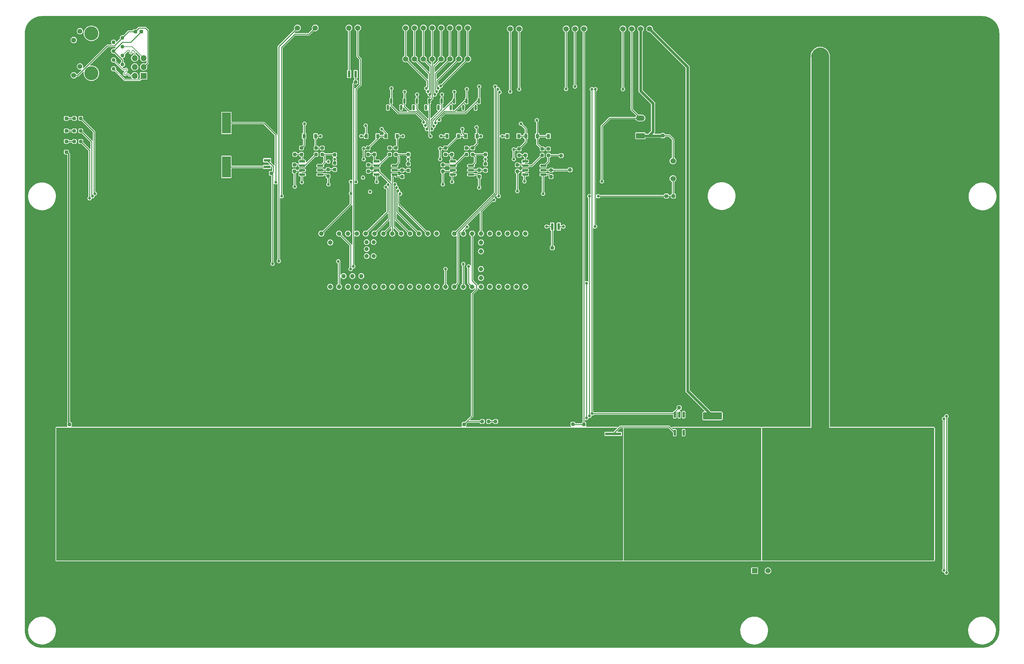
<source format=gtl>
G04 #@! TF.GenerationSoftware,KiCad,Pcbnew,(6.0.7)*
G04 #@! TF.CreationDate,2022-11-19T14:41:37-06:00*
G04 #@! TF.ProjectId,2023Rev1,32303233-5265-4763-912e-6b696361645f,rev?*
G04 #@! TF.SameCoordinates,Original*
G04 #@! TF.FileFunction,Copper,L1,Top*
G04 #@! TF.FilePolarity,Positive*
%FSLAX46Y46*%
G04 Gerber Fmt 4.6, Leading zero omitted, Abs format (unit mm)*
G04 Created by KiCad (PCBNEW (6.0.7)) date 2022-11-19 14:41:37*
%MOMM*%
%LPD*%
G01*
G04 APERTURE LIST*
G04 Aperture macros list*
%AMRoundRect*
0 Rectangle with rounded corners*
0 $1 Rounding radius*
0 $2 $3 $4 $5 $6 $7 $8 $9 X,Y pos of 4 corners*
0 Add a 4 corners polygon primitive as box body*
4,1,4,$2,$3,$4,$5,$6,$7,$8,$9,$2,$3,0*
0 Add four circle primitives for the rounded corners*
1,1,$1+$1,$2,$3*
1,1,$1+$1,$4,$5*
1,1,$1+$1,$6,$7*
1,1,$1+$1,$8,$9*
0 Add four rect primitives between the rounded corners*
20,1,$1+$1,$2,$3,$4,$5,0*
20,1,$1+$1,$4,$5,$6,$7,0*
20,1,$1+$1,$6,$7,$8,$9,0*
20,1,$1+$1,$8,$9,$2,$3,0*%
%AMHorizOval*
0 Thick line with rounded ends*
0 $1 width*
0 $2 $3 position (X,Y) of the first rounded end (center of the circle)*
0 $4 $5 position (X,Y) of the second rounded end (center of the circle)*
0 Add line between two ends*
20,1,$1,$2,$3,$4,$5,0*
0 Add two circle primitives to create the rounded ends*
1,1,$1,$2,$3*
1,1,$1,$4,$5*%
G04 Aperture macros list end*
G04 #@! TA.AperFunction,ComponentPad*
%ADD10C,1.524000*%
G04 #@! TD*
G04 #@! TA.AperFunction,SMDPad,CuDef*
%ADD11RoundRect,0.237500X-0.250000X-0.237500X0.250000X-0.237500X0.250000X0.237500X-0.250000X0.237500X0*%
G04 #@! TD*
G04 #@! TA.AperFunction,SMDPad,CuDef*
%ADD12RoundRect,0.150000X-0.150000X0.587500X-0.150000X-0.587500X0.150000X-0.587500X0.150000X0.587500X0*%
G04 #@! TD*
G04 #@! TA.AperFunction,SMDPad,CuDef*
%ADD13RoundRect,0.237500X-0.237500X0.250000X-0.237500X-0.250000X0.237500X-0.250000X0.237500X0.250000X0*%
G04 #@! TD*
G04 #@! TA.AperFunction,ComponentPad*
%ADD14C,18.288000*%
G04 #@! TD*
G04 #@! TA.AperFunction,SMDPad,CuDef*
%ADD15RoundRect,0.250001X2.474999X-0.799999X2.474999X0.799999X-2.474999X0.799999X-2.474999X-0.799999X0*%
G04 #@! TD*
G04 #@! TA.AperFunction,SMDPad,CuDef*
%ADD16R,2.500000X6.000000*%
G04 #@! TD*
G04 #@! TA.AperFunction,ComponentPad*
%ADD17C,1.308000*%
G04 #@! TD*
G04 #@! TA.AperFunction,ComponentPad*
%ADD18C,1.258000*%
G04 #@! TD*
G04 #@! TA.AperFunction,ComponentPad*
%ADD19C,1.208000*%
G04 #@! TD*
G04 #@! TA.AperFunction,SMDPad,CuDef*
%ADD20RoundRect,0.237500X-0.237500X0.300000X-0.237500X-0.300000X0.237500X-0.300000X0.237500X0.300000X0*%
G04 #@! TD*
G04 #@! TA.AperFunction,SMDPad,CuDef*
%ADD21RoundRect,0.237500X-0.287500X-0.237500X0.287500X-0.237500X0.287500X0.237500X-0.287500X0.237500X0*%
G04 #@! TD*
G04 #@! TA.AperFunction,SMDPad,CuDef*
%ADD22RoundRect,0.150000X0.725000X0.150000X-0.725000X0.150000X-0.725000X-0.150000X0.725000X-0.150000X0*%
G04 #@! TD*
G04 #@! TA.AperFunction,SMDPad,CuDef*
%ADD23R,0.900000X1.200000*%
G04 #@! TD*
G04 #@! TA.AperFunction,ComponentPad*
%ADD24R,1.500000X1.500000*%
G04 #@! TD*
G04 #@! TA.AperFunction,ComponentPad*
%ADD25C,1.500000*%
G04 #@! TD*
G04 #@! TA.AperFunction,ComponentPad*
%ADD26C,0.800000*%
G04 #@! TD*
G04 #@! TA.AperFunction,ComponentPad*
%ADD27HorizOval,0.800000X0.000000X0.000000X0.000000X0.000000X0*%
G04 #@! TD*
G04 #@! TA.AperFunction,ComponentPad*
%ADD28HorizOval,0.800000X0.000000X0.000000X0.000000X0.000000X0*%
G04 #@! TD*
G04 #@! TA.AperFunction,ComponentPad*
%ADD29O,9.000000X6.000000*%
G04 #@! TD*
G04 #@! TA.AperFunction,SMDPad,CuDef*
%ADD30RoundRect,0.237500X0.250000X0.237500X-0.250000X0.237500X-0.250000X-0.237500X0.250000X-0.237500X0*%
G04 #@! TD*
G04 #@! TA.AperFunction,SMDPad,CuDef*
%ADD31R,4.600000X0.800000*%
G04 #@! TD*
G04 #@! TA.AperFunction,SMDPad,CuDef*
%ADD32R,4.550000X5.250000*%
G04 #@! TD*
G04 #@! TA.AperFunction,SMDPad,CuDef*
%ADD33R,9.400000X10.800000*%
G04 #@! TD*
G04 #@! TA.AperFunction,SMDPad,CuDef*
%ADD34RoundRect,0.237500X0.237500X-0.250000X0.237500X0.250000X-0.237500X0.250000X-0.237500X-0.250000X0*%
G04 #@! TD*
G04 #@! TA.AperFunction,SMDPad,CuDef*
%ADD35RoundRect,0.237500X0.237500X-0.300000X0.237500X0.300000X-0.237500X0.300000X-0.237500X-0.300000X0*%
G04 #@! TD*
G04 #@! TA.AperFunction,SMDPad,CuDef*
%ADD36RoundRect,0.237500X-0.300000X-0.237500X0.300000X-0.237500X0.300000X0.237500X-0.300000X0.237500X0*%
G04 #@! TD*
G04 #@! TA.AperFunction,ComponentPad*
%ADD37R,1.700000X1.700000*%
G04 #@! TD*
G04 #@! TA.AperFunction,ComponentPad*
%ADD38O,1.700000X1.700000*%
G04 #@! TD*
G04 #@! TA.AperFunction,SMDPad,CuDef*
%ADD39RoundRect,0.150000X-0.150000X0.725000X-0.150000X-0.725000X0.150000X-0.725000X0.150000X0.725000X0*%
G04 #@! TD*
G04 #@! TA.AperFunction,SMDPad,CuDef*
%ADD40R,0.800000X1.900000*%
G04 #@! TD*
G04 #@! TA.AperFunction,ComponentPad*
%ADD41R,2.500000X1.500000*%
G04 #@! TD*
G04 #@! TA.AperFunction,ComponentPad*
%ADD42O,2.500000X1.500000*%
G04 #@! TD*
G04 #@! TA.AperFunction,SMDPad,CuDef*
%ADD43R,1.900000X0.800000*%
G04 #@! TD*
G04 #@! TA.AperFunction,ComponentPad*
%ADD44O,5.100000X3.000000*%
G04 #@! TD*
G04 #@! TA.AperFunction,ComponentPad*
%ADD45C,1.100000*%
G04 #@! TD*
G04 #@! TA.AperFunction,ComponentPad*
%ADD46C,1.400000*%
G04 #@! TD*
G04 #@! TA.AperFunction,ComponentPad*
%ADD47C,4.000000*%
G04 #@! TD*
G04 #@! TA.AperFunction,ComponentPad*
%ADD48C,2.000000*%
G04 #@! TD*
G04 #@! TA.AperFunction,ViaPad*
%ADD49C,0.800000*%
G04 #@! TD*
G04 #@! TA.AperFunction,Conductor*
%ADD50C,5.080000*%
G04 #@! TD*
G04 #@! TA.AperFunction,Conductor*
%ADD51C,0.254000*%
G04 #@! TD*
G04 #@! TA.AperFunction,Conductor*
%ADD52C,0.250000*%
G04 #@! TD*
G04 #@! TA.AperFunction,Conductor*
%ADD53C,0.762000*%
G04 #@! TD*
G04 #@! TA.AperFunction,Conductor*
%ADD54C,0.381000*%
G04 #@! TD*
G04 #@! TA.AperFunction,Conductor*
%ADD55C,0.200000*%
G04 #@! TD*
G04 APERTURE END LIST*
D10*
X260513102Y-79792102D03*
X260513102Y-82332102D03*
X260513102Y-84872102D03*
D11*
X228485602Y-78268102D03*
X230310602Y-78268102D03*
D12*
X190724102Y-62598602D03*
X188824102Y-62598602D03*
X189774102Y-64473602D03*
D13*
X215936102Y-80911602D03*
X215936102Y-82736602D03*
D14*
X324902102Y-130810000D03*
D12*
X194280102Y-62598602D03*
X192380102Y-62598602D03*
X193330102Y-64473602D03*
D15*
X271816102Y-159848102D03*
X271816102Y-152898102D03*
D16*
X132600102Y-68920102D03*
X132600102Y-81520102D03*
D13*
X223048102Y-76339602D03*
X223048102Y-78164602D03*
D11*
X89039602Y-67600102D03*
X90864602Y-67600102D03*
D17*
X162342102Y-115860102D03*
X164882102Y-115860102D03*
X167422102Y-115860102D03*
X169962102Y-115860102D03*
X195362102Y-115860102D03*
X164882102Y-100620102D03*
X205522102Y-110780102D03*
X172502102Y-115860102D03*
X175042102Y-115860102D03*
D18*
X166152102Y-112810102D03*
D17*
X177582102Y-115860102D03*
X180122102Y-115860102D03*
X182662102Y-115860102D03*
X185202102Y-115860102D03*
X187742102Y-115860102D03*
X190282102Y-115860102D03*
X192822102Y-115860102D03*
X192822102Y-100620102D03*
X190282102Y-100620102D03*
X187742102Y-100620102D03*
X185202102Y-100620102D03*
X182662102Y-100620102D03*
X180122102Y-100620102D03*
X177582102Y-100620102D03*
X175042102Y-100620102D03*
X172502102Y-100620102D03*
X169962102Y-100620102D03*
X167422102Y-100620102D03*
X197902102Y-115860102D03*
X200442102Y-115860102D03*
X202982102Y-115860102D03*
X205522102Y-115860102D03*
X208062102Y-115860102D03*
X210602102Y-115860102D03*
X213142102Y-115860102D03*
X215682102Y-115860102D03*
X218222102Y-115860102D03*
X218222102Y-100620102D03*
X215682102Y-100620102D03*
X213142102Y-100620102D03*
X210602102Y-100620102D03*
X208062102Y-100620102D03*
X205522102Y-100620102D03*
X202982102Y-100620102D03*
X200442102Y-100620102D03*
X197902102Y-100620102D03*
D18*
X171232102Y-112810102D03*
X168692102Y-112810102D03*
D17*
X159802102Y-115860102D03*
X195362102Y-100620102D03*
X162342102Y-100620102D03*
X205522102Y-108240102D03*
D19*
X174772102Y-105070102D03*
X172772102Y-105070102D03*
D17*
X205522102Y-103160102D03*
X205522102Y-105700102D03*
D19*
X172772102Y-103070102D03*
X174772102Y-103070102D03*
X174772102Y-107070102D03*
X172772102Y-107070102D03*
D18*
X173772102Y-112810102D03*
X176312102Y-112810102D03*
D17*
X205522102Y-113320102D03*
X159802102Y-100620102D03*
X162342102Y-103160102D03*
D20*
X277912102Y-193483602D03*
X277912102Y-195208602D03*
D13*
X173264102Y-80911602D03*
X173264102Y-82736602D03*
D21*
X85013102Y-74204102D03*
X86763102Y-74204102D03*
D22*
X159457102Y-83729102D03*
X159457102Y-82459102D03*
X159457102Y-81189102D03*
X159457102Y-79919102D03*
X154307102Y-79919102D03*
X154307102Y-81189102D03*
X154307102Y-82459102D03*
X154307102Y-83729102D03*
D23*
X195744102Y-72680102D03*
X199044102Y-72680102D03*
D21*
X85013102Y-67600102D03*
X86763102Y-67600102D03*
D13*
X201354602Y-76085602D03*
X201354602Y-77910602D03*
X195362102Y-76085602D03*
X195362102Y-77910602D03*
D24*
X283886102Y-197245000D03*
D25*
X285796102Y-197245000D03*
X287706102Y-197245000D03*
D26*
X287596102Y-174185000D03*
D27*
X286846102Y-176475000D03*
D26*
X290126102Y-177895000D03*
X292796102Y-173795000D03*
X294746102Y-175215000D03*
X293996102Y-177505000D03*
X293996102Y-174185000D03*
X290126102Y-173795000D03*
D28*
X286846102Y-175215000D03*
D26*
X288796102Y-173795000D03*
X291466102Y-177895000D03*
X294746102Y-176475000D03*
X288796102Y-177895000D03*
X287596102Y-177505000D03*
X291466102Y-173795000D03*
X292796102Y-177895000D03*
D29*
X290796102Y-175845000D03*
D27*
X284746102Y-175215000D03*
D28*
X284746102Y-176475000D03*
D29*
X280796102Y-175845000D03*
D26*
X276846102Y-176475000D03*
X283996102Y-174185000D03*
X281466102Y-177895000D03*
X277596102Y-177505000D03*
X283996102Y-177505000D03*
X277596102Y-174185000D03*
X281466102Y-173795000D03*
X282796102Y-173795000D03*
X280126102Y-173795000D03*
X282796102Y-177895000D03*
X278796102Y-173795000D03*
X280126102Y-177895000D03*
X278796102Y-177895000D03*
X276846102Y-175215000D03*
D14*
X324902102Y-175260000D03*
D12*
X183612102Y-62598602D03*
X181712102Y-62598602D03*
X182662102Y-64473602D03*
D13*
X206792102Y-80657602D03*
X206792102Y-82482602D03*
D11*
X205879602Y-154468102D03*
X207704602Y-154468102D03*
D22*
X180757102Y-83729102D03*
X180757102Y-82459102D03*
X180757102Y-81189102D03*
X180757102Y-79919102D03*
X175607102Y-79919102D03*
X175607102Y-81189102D03*
X175607102Y-82459102D03*
X175607102Y-83729102D03*
D13*
X160056102Y-76085602D03*
X160056102Y-77910602D03*
X154086102Y-76085602D03*
X154086102Y-77910602D03*
D11*
X262267602Y-150531102D03*
X264092602Y-150531102D03*
D30*
X231834602Y-155230102D03*
X230009602Y-155230102D03*
D23*
X201078102Y-72680102D03*
X204378102Y-72680102D03*
D11*
X89039602Y-71156102D03*
X90864602Y-71156102D03*
D31*
X243362102Y-158024102D03*
D32*
X254937102Y-164609102D03*
X250087102Y-159059102D03*
X250087102Y-164609102D03*
D33*
X252512102Y-161834102D03*
D32*
X254937102Y-159059102D03*
D31*
X243362102Y-159294102D03*
X243362102Y-163104102D03*
X243362102Y-164374102D03*
X243362102Y-160564102D03*
X243362102Y-165644102D03*
D13*
X203132602Y-76085602D03*
X203132602Y-77910602D03*
D11*
X143649602Y-83348102D03*
X145474602Y-83348102D03*
D34*
X174985102Y-77910602D03*
X174985102Y-76085602D03*
D13*
X200660000Y-155297500D03*
X200660000Y-157122500D03*
D12*
X179802102Y-62598602D03*
X177902102Y-62598602D03*
X178852102Y-64473602D03*
D13*
X181138102Y-76085602D03*
X181138102Y-77910602D03*
D12*
X197836102Y-62598602D03*
X195936102Y-62598602D03*
X196886102Y-64473602D03*
D34*
X197140102Y-77910602D03*
X197140102Y-76085602D03*
D20*
X260640102Y-89851602D03*
X260640102Y-91576602D03*
D11*
X89039602Y-74204102D03*
X90864602Y-74204102D03*
D13*
X161708102Y-82285102D03*
X161708102Y-84110102D03*
D21*
X85013102Y-71156102D03*
X86763102Y-71156102D03*
D35*
X257592102Y-72526602D03*
X257592102Y-70801602D03*
D11*
X209689602Y-154468102D03*
X211514602Y-154468102D03*
X167779602Y-57186102D03*
X169604602Y-57186102D03*
D13*
X87630000Y-155297500D03*
X87630000Y-157122500D03*
D34*
X152182102Y-77910602D03*
X152182102Y-76085602D03*
D36*
X106495602Y-42708102D03*
X108220602Y-42708102D03*
D30*
X227770602Y-104684102D03*
X225945602Y-104684102D03*
D13*
X179360102Y-76085602D03*
X179360102Y-77910602D03*
D34*
X163612102Y-78014102D03*
X163612102Y-76189102D03*
D37*
X108882102Y-55408102D03*
D38*
X106342102Y-55408102D03*
X108882102Y-52868102D03*
X106342102Y-52868102D03*
X108882102Y-50328102D03*
X106342102Y-50328102D03*
D12*
X201392102Y-62598602D03*
X199492102Y-62598602D03*
X200442102Y-64473602D03*
D23*
X172630102Y-72680102D03*
X175930102Y-72680102D03*
D13*
X216444102Y-76339602D03*
X216444102Y-78164602D03*
D34*
X184694102Y-77910602D03*
X184694102Y-76085602D03*
D22*
X223337102Y-83729102D03*
X223337102Y-82459102D03*
X223337102Y-81189102D03*
X223337102Y-79919102D03*
X218187102Y-79919102D03*
X218187102Y-81189102D03*
X218187102Y-82459102D03*
X218187102Y-83729102D03*
D23*
X154850102Y-72680102D03*
X158150102Y-72680102D03*
D34*
X206792102Y-77910602D03*
X206792102Y-76085602D03*
X218222102Y-78164602D03*
X218222102Y-76339602D03*
D14*
X109002102Y-176312102D03*
D22*
X202636102Y-83729102D03*
X202636102Y-82459102D03*
X202636102Y-81189102D03*
X202636102Y-79919102D03*
X197486102Y-79919102D03*
X197486102Y-81189102D03*
X197486102Y-82459102D03*
X197486102Y-83729102D03*
D39*
X264831102Y-152528102D03*
X263561102Y-152528102D03*
X262291102Y-152528102D03*
X261021102Y-152528102D03*
X261021102Y-157678102D03*
X262291102Y-157678102D03*
X263561102Y-157678102D03*
X264831102Y-157678102D03*
D23*
X218350102Y-72680102D03*
X221650102Y-72680102D03*
D40*
X227808102Y-98612102D03*
X225908102Y-98612102D03*
X226858102Y-101612102D03*
D41*
X251146602Y-72572602D03*
D42*
X251146602Y-70032602D03*
X251146602Y-67492602D03*
D40*
X167742102Y-54876102D03*
X169642102Y-54876102D03*
X168692102Y-51876102D03*
D13*
X205014102Y-82435602D03*
X205014102Y-84260602D03*
D23*
X224827102Y-72680102D03*
X228127102Y-72680102D03*
D21*
X85013102Y-77252102D03*
X86763102Y-77252102D03*
D13*
X158278102Y-76085602D03*
X158278102Y-77910602D03*
D30*
X232850602Y-82332102D03*
X231025602Y-82332102D03*
D12*
X187168102Y-62598602D03*
X185268102Y-62598602D03*
X186218102Y-64473602D03*
D43*
X144284102Y-81504102D03*
X144284102Y-79604102D03*
X141284102Y-80554102D03*
D44*
X294741000Y-49784000D03*
X302641000Y-49784000D03*
D13*
X184694102Y-80657602D03*
X184694102Y-82482602D03*
X152056102Y-80911602D03*
X152056102Y-82736602D03*
X225588102Y-82435602D03*
X225588102Y-84260602D03*
X182916102Y-82435602D03*
X182916102Y-84260602D03*
X163612102Y-80403602D03*
X163612102Y-82228602D03*
D23*
X178218102Y-72680102D03*
X181518102Y-72680102D03*
X213016102Y-72680102D03*
X216316102Y-72680102D03*
D13*
X224826102Y-76339602D03*
X224826102Y-78164602D03*
X194600102Y-80911602D03*
X194600102Y-82736602D03*
D20*
X258608102Y-89851602D03*
X258608102Y-91576602D03*
D12*
X204948102Y-62598602D03*
X203048102Y-62598602D03*
X203998102Y-64473602D03*
D13*
X173207102Y-76085602D03*
X173207102Y-77910602D03*
D34*
X234986102Y-157158602D03*
X234986102Y-155333602D03*
D10*
X213904102Y-41946102D03*
X216444102Y-41946102D03*
X218984102Y-41946102D03*
X152944102Y-41692102D03*
X155484102Y-41692102D03*
X158024102Y-41692102D03*
X246162102Y-41946102D03*
X248702102Y-41946102D03*
X251242102Y-41946102D03*
X253782102Y-41946102D03*
X253782102Y-41946102D03*
X181392102Y-50582102D03*
X183932102Y-50582102D03*
X186472102Y-50582102D03*
X189012102Y-50582102D03*
X191552102Y-50582102D03*
X194092102Y-50582102D03*
X196632102Y-50582102D03*
X199172102Y-50582102D03*
X201712102Y-50582102D03*
D45*
X100292102Y-53374102D03*
X102832102Y-52104102D03*
X100292102Y-50834102D03*
X102832102Y-49564102D03*
X100292102Y-48294102D03*
X102832102Y-47024102D03*
X100292102Y-45754102D03*
X102832102Y-44484102D03*
D46*
X88862102Y-55254102D03*
X90652102Y-52714102D03*
X88862102Y-45144102D03*
X90652102Y-42604102D03*
D47*
X93942102Y-54644102D03*
X93942102Y-43214102D03*
D48*
X96992102Y-41054102D03*
X96992102Y-56804102D03*
D10*
X181392102Y-41692102D03*
X183932102Y-41692102D03*
X186472102Y-41692102D03*
X189012102Y-41692102D03*
X191552102Y-41692102D03*
X194092102Y-41692102D03*
X196632102Y-41692102D03*
X199172102Y-41692102D03*
X201712102Y-41692102D03*
X229906102Y-41946102D03*
X232446102Y-41946102D03*
X234986102Y-41946102D03*
X237526102Y-41946102D03*
X237526102Y-41946102D03*
X167676102Y-41692102D03*
X170216102Y-41692102D03*
D49*
X161798000Y-80010000D03*
X173736000Y-88646000D03*
X171704000Y-84582000D03*
X154214102Y-85888102D03*
X94902755Y-89173049D03*
X168258602Y-85784602D03*
X175653602Y-85784602D03*
X146721102Y-85888102D03*
X240130990Y-85634102D03*
X197243602Y-85784602D03*
X169707602Y-85784602D03*
X168258602Y-89115602D03*
X217968102Y-85634102D03*
X230886000Y-102108000D03*
X226822000Y-111252000D03*
X236547602Y-89914602D03*
X213904102Y-59942602D03*
X239087602Y-89914602D03*
X236579738Y-152897678D03*
X338816856Y-197846857D03*
X210823925Y-60097077D03*
X148409602Y-89914602D03*
X94232602Y-89914602D03*
X338872102Y-152944102D03*
X210602102Y-89914602D03*
X276860000Y-190500000D03*
X274320000Y-157480000D03*
X264160000Y-162560000D03*
X256540000Y-165100000D03*
X255270000Y-163830000D03*
X276860000Y-180340000D03*
X250190000Y-166370000D03*
X254000000Y-182880000D03*
X281940000Y-170180000D03*
X264160000Y-182880000D03*
X248920000Y-187960000D03*
X264160000Y-167640000D03*
X274320000Y-162560000D03*
X250190000Y-158750000D03*
X264160000Y-187960000D03*
X269240000Y-157480000D03*
X281940000Y-190500000D03*
X266700000Y-180340000D03*
X256540000Y-157480000D03*
X261620000Y-180340000D03*
X248920000Y-167640000D03*
X269240000Y-182880000D03*
X276860000Y-185420000D03*
X251460000Y-157480000D03*
X259080000Y-172720000D03*
X261620000Y-185420000D03*
X276860000Y-160020000D03*
X269240000Y-162560000D03*
X251460000Y-180340000D03*
X284480000Y-162560000D03*
X269240000Y-172720000D03*
X274320000Y-172720000D03*
X279400000Y-187960000D03*
X254000000Y-187960000D03*
X281940000Y-185420000D03*
X264160000Y-177800000D03*
X254000000Y-193040000D03*
X264160000Y-193040000D03*
X284480000Y-167640000D03*
X271780000Y-180340000D03*
X284480000Y-157480000D03*
X256540000Y-180340000D03*
X252730000Y-163830000D03*
X264160000Y-172720000D03*
X271780000Y-175260000D03*
X281940000Y-180340000D03*
X284480000Y-193040000D03*
X251460000Y-175260000D03*
X261620000Y-160020000D03*
X284480000Y-187960000D03*
X271780000Y-185420000D03*
X269240000Y-167640000D03*
X254000000Y-177800000D03*
X261620000Y-175260000D03*
X251460000Y-162560000D03*
X255270000Y-166370000D03*
X261620000Y-170180000D03*
X266700000Y-165100000D03*
X274320000Y-182880000D03*
X276860000Y-170180000D03*
X251460000Y-160020000D03*
X256540000Y-190500000D03*
X274320000Y-193040000D03*
X254000000Y-162560000D03*
X261620000Y-165100000D03*
X261620000Y-190500000D03*
X271780000Y-190500000D03*
X254000000Y-172720000D03*
X251460000Y-185420000D03*
X266700000Y-190500000D03*
X252730000Y-166370000D03*
X248920000Y-165100000D03*
X274320000Y-177800000D03*
X250190000Y-161290000D03*
X248920000Y-182880000D03*
X266700000Y-175260000D03*
X274320000Y-187960000D03*
X250190000Y-163830000D03*
X256540000Y-170180000D03*
X256540000Y-185420000D03*
X281940000Y-165100000D03*
X252730000Y-161290000D03*
X259080000Y-162560000D03*
X248920000Y-160020000D03*
X259080000Y-157480000D03*
X255270000Y-158750000D03*
X271780000Y-170180000D03*
X259080000Y-182880000D03*
X271780000Y-160020000D03*
X256540000Y-175260000D03*
X248920000Y-162560000D03*
X269240000Y-177800000D03*
X256540000Y-160020000D03*
X254000000Y-157480000D03*
X281940000Y-160020000D03*
X248920000Y-193040000D03*
X269240000Y-187960000D03*
X259080000Y-193040000D03*
X259080000Y-167640000D03*
X284480000Y-182880000D03*
X279400000Y-167640000D03*
X252730000Y-158750000D03*
X279400000Y-182880000D03*
X266700000Y-160020000D03*
X251460000Y-170180000D03*
X266700000Y-170180000D03*
X254000000Y-160020000D03*
X254000000Y-167640000D03*
X266700000Y-185420000D03*
X279400000Y-157480000D03*
X269240000Y-193040000D03*
X248920000Y-177800000D03*
X271780000Y-165100000D03*
X255270000Y-161290000D03*
X256540000Y-162560000D03*
X274320000Y-167640000D03*
X276860000Y-165100000D03*
X259080000Y-177800000D03*
X259080000Y-187960000D03*
X251460000Y-165100000D03*
X254000000Y-165100000D03*
X279400000Y-162560000D03*
X279400000Y-193040000D03*
X248920000Y-172720000D03*
X251460000Y-190500000D03*
X248920000Y-157480000D03*
X154976102Y-69124102D03*
X179868102Y-58964102D03*
X189873207Y-58987065D03*
X189098704Y-68740084D03*
X189549602Y-69632102D03*
X183678102Y-59980102D03*
X171232102Y-72680102D03*
X159548102Y-72680102D03*
X190319354Y-59881469D03*
X172502102Y-69632102D03*
X177074102Y-70648102D03*
X163612102Y-79284102D03*
X171937102Y-79284102D03*
X190827602Y-60742102D03*
X189999602Y-70648102D03*
X187234102Y-60742102D03*
X171937102Y-76236102D03*
X191044102Y-72680102D03*
X194092102Y-72680102D03*
X183170102Y-72680102D03*
X192276602Y-60742102D03*
X193838102Y-79284102D03*
X194346102Y-60742102D03*
X200188102Y-70648102D03*
X191448602Y-70648102D03*
X193838102Y-76236102D03*
X184694102Y-79284102D03*
X211618102Y-72680102D03*
X192784850Y-59881469D03*
X204252102Y-70140102D03*
X197902102Y-59980102D03*
X205522102Y-72680102D03*
X191975702Y-69798885D03*
X214920102Y-76490102D03*
X193259999Y-59002129D03*
X192459141Y-68924075D03*
X201458102Y-59218102D03*
X214920102Y-79284102D03*
X206792102Y-79284102D03*
X216952102Y-69124102D03*
X205014102Y-58456102D03*
X193986625Y-58315820D03*
X221524102Y-68108102D03*
X193540475Y-68064476D03*
X237376577Y-152219602D03*
X237272102Y-59218102D03*
X229906102Y-59180602D03*
X209586102Y-58456102D03*
X232446102Y-58456102D03*
X216444102Y-59218102D03*
X210348102Y-59218102D03*
X231140000Y-175260000D03*
X231140000Y-190500000D03*
X231140000Y-160020000D03*
X236220000Y-160020000D03*
X226060000Y-165100000D03*
X220980000Y-160020000D03*
X233680000Y-162560000D03*
X243840000Y-193040000D03*
X203200000Y-193040000D03*
X241300000Y-175260000D03*
X200660000Y-185420000D03*
X233680000Y-193040000D03*
X226060000Y-170180000D03*
X223520000Y-172720000D03*
X210820000Y-170180000D03*
X233680000Y-157480000D03*
X198120000Y-182880000D03*
X241300000Y-180340000D03*
X198120000Y-162560000D03*
X220980000Y-165100000D03*
X215900000Y-185420000D03*
X208280000Y-162560000D03*
X243840000Y-187960000D03*
X200660000Y-190500000D03*
X218440000Y-182880000D03*
X215900000Y-175260000D03*
X203200000Y-182880000D03*
X208280000Y-157480000D03*
X223520000Y-162560000D03*
X203200000Y-162560000D03*
X238760000Y-172720000D03*
X203200000Y-157480000D03*
X213360000Y-162560000D03*
X220980000Y-175260000D03*
X213360000Y-187960000D03*
X238760000Y-193040000D03*
X226060000Y-185420000D03*
X228600000Y-177800000D03*
X210820000Y-160020000D03*
X200660000Y-165100000D03*
X218440000Y-172720000D03*
X213360000Y-167640000D03*
X203200000Y-187960000D03*
X226060000Y-180340000D03*
X198120000Y-172720000D03*
X203200000Y-167640000D03*
X233680000Y-172720000D03*
X228600000Y-187960000D03*
X215900000Y-190500000D03*
X236220000Y-165100000D03*
X210820000Y-175260000D03*
X218440000Y-162560000D03*
X218440000Y-167640000D03*
X231140000Y-170180000D03*
X223520000Y-187960000D03*
X236220000Y-175260000D03*
X233680000Y-182880000D03*
X215900000Y-160020000D03*
X236220000Y-190500000D03*
X238760000Y-177800000D03*
X243840000Y-177800000D03*
X238760000Y-162560000D03*
X205740000Y-175260000D03*
X210820000Y-185420000D03*
X198120000Y-167640000D03*
X200660000Y-180340000D03*
X218440000Y-177800000D03*
X208280000Y-172720000D03*
X223520000Y-193040000D03*
X213360000Y-177800000D03*
X215900000Y-165100000D03*
X208280000Y-193040000D03*
X238760000Y-187960000D03*
X233680000Y-167640000D03*
X205740000Y-160020000D03*
X205740000Y-165100000D03*
X233680000Y-177800000D03*
X200660000Y-170180000D03*
X238760000Y-182880000D03*
X215900000Y-170180000D03*
X228600000Y-172720000D03*
X241300000Y-170180000D03*
X213360000Y-182880000D03*
X198120000Y-193040000D03*
X241300000Y-190500000D03*
X218440000Y-157480000D03*
X223520000Y-177800000D03*
X241300000Y-185420000D03*
X205740000Y-190500000D03*
X200660000Y-160020000D03*
X208280000Y-167640000D03*
X231140000Y-180340000D03*
X236220000Y-180340000D03*
X223520000Y-157480000D03*
X198120000Y-157480000D03*
X215900000Y-180340000D03*
X210820000Y-190500000D03*
X220980000Y-180340000D03*
X228600000Y-167640000D03*
X223520000Y-167640000D03*
X243840000Y-167640000D03*
X205740000Y-180340000D03*
X236220000Y-170180000D03*
X231140000Y-165100000D03*
X203200000Y-177800000D03*
X208280000Y-187960000D03*
X236220000Y-185420000D03*
X238760000Y-157480000D03*
X220980000Y-190500000D03*
X223520000Y-182880000D03*
X200660000Y-175260000D03*
X218440000Y-187960000D03*
X243840000Y-172720000D03*
X208280000Y-182880000D03*
X210820000Y-180340000D03*
X218440000Y-193040000D03*
X226060000Y-175260000D03*
X233680000Y-187960000D03*
X208280000Y-177800000D03*
X210820000Y-165100000D03*
X228600000Y-193040000D03*
X243840000Y-182880000D03*
X226060000Y-160020000D03*
X205740000Y-170180000D03*
X213360000Y-172720000D03*
X231140000Y-185420000D03*
X203200000Y-187960000D03*
X213360000Y-193040000D03*
X228600000Y-162560000D03*
X228600000Y-182880000D03*
X228600000Y-157480000D03*
X238760000Y-167640000D03*
X205740000Y-185420000D03*
X213360000Y-157480000D03*
X198120000Y-177800000D03*
X220980000Y-170180000D03*
X220980000Y-185420000D03*
X226060000Y-190500000D03*
X198120000Y-187960000D03*
X203200000Y-172720000D03*
X200442102Y-109331102D03*
X145832102Y-109291102D03*
X178240487Y-87277526D03*
X152182102Y-87158102D03*
X93434125Y-90515801D03*
X209210099Y-90973099D03*
X178941602Y-86551026D03*
X161834102Y-86509102D03*
X194600102Y-86509102D03*
X180848602Y-86509102D03*
X181302602Y-87409525D03*
X205014102Y-87412102D03*
X181756602Y-88382002D03*
X215936102Y-88428102D03*
X223302102Y-89190102D03*
X182348547Y-89187363D03*
X164628102Y-108564602D03*
X147610102Y-108494102D03*
X168184102Y-110780102D03*
X195362102Y-110780102D03*
X338110102Y-197140102D03*
X338110102Y-153706102D03*
X235748102Y-114844102D03*
X235748102Y-153452102D03*
X224318102Y-98588102D03*
X201526599Y-98656599D03*
X314960000Y-162560000D03*
X312420000Y-165100000D03*
X309880000Y-157480000D03*
X327660000Y-185420000D03*
X320040000Y-157480000D03*
X309880000Y-182880000D03*
X294640000Y-187960000D03*
X322580000Y-160020000D03*
X307340000Y-170180000D03*
X312420000Y-160020000D03*
X320040000Y-187960000D03*
X309880000Y-162560000D03*
X292100000Y-190500000D03*
X322580000Y-185420000D03*
X289560000Y-157480000D03*
X330200000Y-187960000D03*
X332740000Y-160020000D03*
X325120000Y-193040000D03*
X304800000Y-187960000D03*
X302677102Y-163964000D03*
X299720000Y-193040000D03*
X309880000Y-172720000D03*
X317500000Y-190500000D03*
X317500000Y-185420000D03*
X312420000Y-185420000D03*
X292100000Y-170180000D03*
X309880000Y-193040000D03*
X304800000Y-177800000D03*
X304800000Y-182880000D03*
X304800000Y-172720000D03*
X297180000Y-160020000D03*
X297180000Y-170180000D03*
X314960000Y-193040000D03*
X297180000Y-185420000D03*
X330200000Y-157480000D03*
X320040000Y-162560000D03*
X289560000Y-162560000D03*
X299720000Y-167640000D03*
X292100000Y-180340000D03*
X294640000Y-167640000D03*
X299720000Y-182880000D03*
X294640000Y-182880000D03*
X292100000Y-160020000D03*
X297180000Y-165100000D03*
X294640000Y-162560000D03*
X289560000Y-187960000D03*
X325120000Y-187960000D03*
X309880000Y-177800000D03*
X307340000Y-185420000D03*
X312420000Y-170180000D03*
X309880000Y-187960000D03*
X297180000Y-190500000D03*
X307340000Y-190500000D03*
X297180000Y-175260000D03*
X312420000Y-190500000D03*
X302260000Y-185420000D03*
X327660000Y-165100000D03*
X317500000Y-165100000D03*
X307340000Y-180340000D03*
X314960000Y-157480000D03*
X322580000Y-165100000D03*
X304800000Y-167640000D03*
X302260000Y-170180000D03*
X327660000Y-160020000D03*
X307340000Y-175260000D03*
X294640000Y-193040000D03*
X289560000Y-167640000D03*
X332740000Y-190500000D03*
X314960000Y-167640000D03*
X302260000Y-190500000D03*
X330200000Y-162560000D03*
X299720000Y-177800000D03*
X327660000Y-190500000D03*
X294640000Y-157480000D03*
X332740000Y-165100000D03*
X307340000Y-160020000D03*
X325120000Y-162560000D03*
X302677102Y-159167102D03*
X304800000Y-193040000D03*
X299720000Y-162560000D03*
X314960000Y-172720000D03*
X314960000Y-177800000D03*
X320040000Y-193040000D03*
X297180000Y-180340000D03*
X314960000Y-187960000D03*
X299720000Y-157480000D03*
X289560000Y-182880000D03*
X289560000Y-193040000D03*
X302260000Y-175260000D03*
X312420000Y-175260000D03*
X302260000Y-180340000D03*
X330200000Y-193040000D03*
X299720000Y-172720000D03*
X302677102Y-159167102D03*
X292100000Y-165100000D03*
X299720000Y-187960000D03*
X312420000Y-180340000D03*
X322580000Y-190500000D03*
X325120000Y-157480000D03*
X332740000Y-185420000D03*
X314960000Y-182880000D03*
X307340000Y-165100000D03*
X309880000Y-167640000D03*
X317500000Y-160020000D03*
X292100000Y-185420000D03*
X168946102Y-110018102D03*
X201966102Y-110055602D03*
X238288102Y-59218102D03*
X246162102Y-59218102D03*
X229144102Y-98588102D03*
X238156602Y-98588102D03*
D50*
X302677102Y-159167102D02*
X302677102Y-49820102D01*
D51*
X94902755Y-89173049D02*
X94888049Y-89173049D01*
D52*
X143342102Y-68920102D02*
X132600102Y-68920102D01*
D51*
X168258602Y-89115602D02*
X168258602Y-92163602D01*
D52*
X170978102Y-57948102D02*
X170978102Y-50582102D01*
X154214102Y-83822102D02*
X154307102Y-83729102D01*
X242459602Y-67492602D02*
X251146602Y-67492602D01*
X170978102Y-50582102D02*
X170216102Y-49820102D01*
D51*
X168258602Y-85784602D02*
X168258602Y-89115602D01*
X168258602Y-92163602D02*
X159802102Y-100620102D01*
X94651102Y-71386602D02*
X90864602Y-67600102D01*
D52*
X146721102Y-72299102D02*
X143342102Y-68920102D01*
X217968102Y-85634102D02*
X217968102Y-83948102D01*
D51*
X94888049Y-89173049D02*
X94651102Y-88936102D01*
D52*
X240130990Y-85634102D02*
X240130990Y-69821214D01*
X251146602Y-67492602D02*
X248702102Y-65048102D01*
X175607102Y-83729102D02*
X175607102Y-85738102D01*
X175607102Y-85738102D02*
X175653602Y-85784602D01*
X154214102Y-85888102D02*
X154214102Y-83822102D01*
X169708102Y-59218102D02*
X170978102Y-57948102D01*
X197243602Y-83971602D02*
X197486102Y-83729102D01*
D51*
X94651102Y-88936102D02*
X94651102Y-71386602D01*
D52*
X197243602Y-85784602D02*
X197243602Y-83971602D01*
X169707602Y-71156602D02*
X169708102Y-71156102D01*
X240130990Y-69821214D02*
X242459602Y-67492602D01*
X217968102Y-83948102D02*
X218187102Y-83729102D01*
X146721102Y-85888102D02*
X146721102Y-72299102D01*
X169708102Y-71156102D02*
X169708102Y-59218102D01*
X169707602Y-85784602D02*
X169707602Y-71156602D01*
X170216102Y-49820102D02*
X170216102Y-41692102D01*
X248702102Y-65048102D02*
X248702102Y-41946102D01*
X175642102Y-83764102D02*
X175607102Y-83729102D01*
X132616102Y-81504102D02*
X132600102Y-81520102D01*
X144284102Y-81504102D02*
X132616102Y-81504102D01*
D53*
X251242102Y-59726102D02*
X254798102Y-63282102D01*
X254798102Y-63282102D02*
X254798102Y-71410102D01*
D51*
X260513102Y-79792102D02*
X260513102Y-73569102D01*
D53*
X253635602Y-72572602D02*
X251146602Y-72572602D01*
D51*
X260513102Y-73569102D02*
X259470602Y-72526602D01*
D53*
X257546102Y-72572602D02*
X257592102Y-72526602D01*
X254798102Y-71410102D02*
X253635602Y-72572602D01*
X251242102Y-41946102D02*
X251242102Y-59726102D01*
X253635602Y-72572602D02*
X257546102Y-72572602D01*
D51*
X259470602Y-72526602D02*
X257592102Y-72526602D01*
D52*
X239150602Y-89851602D02*
X258608102Y-89851602D01*
X148372102Y-47280102D02*
X152182102Y-43470102D01*
X338872102Y-152944102D02*
X338872102Y-160564102D01*
D51*
X90864602Y-71156102D02*
X94016102Y-74307602D01*
D52*
X152182102Y-43470102D02*
X156246102Y-43470102D01*
X236547602Y-89914602D02*
X236547602Y-152865542D01*
X210486102Y-89798602D02*
X210602102Y-89914602D01*
X213904102Y-41946102D02*
X213904102Y-59942602D01*
X260513102Y-89724602D02*
X260513102Y-84872102D01*
X148372102Y-89877102D02*
X148372102Y-47280102D01*
X156246102Y-43470102D02*
X158024102Y-41692102D01*
X338872102Y-160564102D02*
X338872102Y-197791611D01*
X338872102Y-197791611D02*
X338816856Y-197846857D01*
X239087602Y-89914602D02*
X239150602Y-89851602D01*
X210486102Y-60434900D02*
X210486102Y-63028102D01*
X236547602Y-152865542D02*
X236579738Y-152897678D01*
X210823925Y-60097077D02*
X210486102Y-60434900D01*
D51*
X94016102Y-89698102D02*
X94232602Y-89914602D01*
D52*
X258608102Y-89851602D02*
X260640102Y-89851602D01*
D51*
X94016102Y-74307602D02*
X94016102Y-89698102D01*
D52*
X148409602Y-89914602D02*
X148372102Y-89877102D01*
X239087602Y-89914602D02*
X239304102Y-89698102D01*
X210486102Y-63028102D02*
X210486102Y-89798602D01*
X260640102Y-89851602D02*
X260513102Y-89724602D01*
X186472102Y-66018102D02*
X186911310Y-66018102D01*
X154086102Y-76085602D02*
X154850102Y-75321602D01*
X188752706Y-67859498D02*
X189098704Y-68205496D01*
X190202102Y-58658170D02*
X189873207Y-58987065D01*
X181900102Y-66076102D02*
X181958102Y-66018102D01*
X186911310Y-66018102D02*
X188752706Y-67859498D01*
X183932102Y-50582102D02*
X190202102Y-56852102D01*
X183932102Y-41692102D02*
X183932102Y-50582102D01*
X179802102Y-63978102D02*
X181900102Y-66076102D01*
X154850102Y-75321602D02*
X154850102Y-72680102D01*
X181958102Y-66018102D02*
X186472102Y-66018102D01*
X179802102Y-62598602D02*
X179802102Y-63978102D01*
X179868102Y-58964102D02*
X179868102Y-62532602D01*
X190202102Y-56852102D02*
X190202102Y-57440102D01*
X190202102Y-57440102D02*
X190202102Y-58658170D01*
X154976102Y-69124102D02*
X154850102Y-69250102D01*
X154850102Y-69250102D02*
X154850102Y-72680102D01*
X189098704Y-68205496D02*
X189098704Y-68740084D01*
X179868102Y-62532602D02*
X179802102Y-62598602D01*
X190652102Y-55154102D02*
X190652102Y-59548721D01*
X183612102Y-62598602D02*
X183612102Y-64232102D01*
X186472102Y-41692102D02*
X186472102Y-50582102D01*
X190652102Y-59548721D02*
X190319354Y-59881469D01*
X184948102Y-65568102D02*
X187097706Y-65568102D01*
X158150102Y-75957602D02*
X158150102Y-72680102D01*
X172502102Y-69632102D02*
X172630102Y-69760102D01*
X189824602Y-69357102D02*
X189549602Y-69632102D01*
X189824602Y-68294998D02*
X189824602Y-69357102D01*
X160056102Y-76085602D02*
X158278102Y-76085602D01*
X190652102Y-54762102D02*
X190652102Y-55154102D01*
X187097706Y-65568102D02*
X189824602Y-68294998D01*
X183678102Y-62532602D02*
X183612102Y-62598602D01*
X158278102Y-76085602D02*
X158150102Y-75957602D01*
X183678102Y-59980102D02*
X183678102Y-62532602D01*
X171232102Y-72680102D02*
X172630102Y-72680102D01*
X186472102Y-50582102D02*
X190652102Y-54762102D01*
X158150102Y-72680102D02*
X159548102Y-72680102D01*
X172630102Y-69760102D02*
X172630102Y-72680102D01*
X183612102Y-64232102D02*
X184948102Y-65568102D01*
X177582102Y-72680102D02*
X178218102Y-72680102D01*
X189012102Y-41692102D02*
X189012102Y-50582102D01*
X173056602Y-76236102D02*
X173207102Y-76085602D01*
X173207102Y-76085602D02*
X175930102Y-73362602D01*
X191102102Y-52672102D02*
X191102102Y-53630102D01*
X171937102Y-79284102D02*
X171937102Y-76236102D01*
X191102102Y-53630102D02*
X191102102Y-60467602D01*
X163612102Y-80403602D02*
X163612102Y-79284102D01*
X189012102Y-50582102D02*
X191102102Y-52672102D01*
X177074102Y-70648102D02*
X178218102Y-71792102D01*
X187234102Y-62532602D02*
X187168102Y-62598602D01*
X187168102Y-62598602D02*
X187168102Y-65002102D01*
X187168102Y-65002102D02*
X190274602Y-68108602D01*
X178218102Y-71792102D02*
X178218102Y-72680102D01*
X175930102Y-73362602D02*
X175930102Y-72680102D01*
X175930102Y-72680102D02*
X177582102Y-72680102D01*
X190274602Y-70373102D02*
X189999602Y-70648102D01*
X175653602Y-72680102D02*
X175930102Y-72680102D01*
X191102102Y-60467602D02*
X190827602Y-60742102D01*
X190274602Y-68108602D02*
X190274602Y-70373102D01*
X187234102Y-60742102D02*
X187234102Y-62532602D01*
X177074102Y-72680102D02*
X177582102Y-72680102D01*
X171937102Y-76236102D02*
X173056602Y-76236102D01*
X181518102Y-75705602D02*
X181518102Y-72680102D01*
X194092102Y-72680102D02*
X195744102Y-72680102D01*
X191552102Y-50582102D02*
X191552102Y-61770602D01*
X179360102Y-76085602D02*
X181138102Y-76085602D01*
X191552102Y-41692102D02*
X191552102Y-50582102D01*
X183170102Y-72680102D02*
X181518102Y-72680102D01*
X191552102Y-61770602D02*
X190724102Y-62598602D01*
X181138102Y-76085602D02*
X181518102Y-75705602D01*
X190724102Y-72360102D02*
X191044102Y-72680102D01*
X190724102Y-62598602D02*
X190724102Y-72360102D01*
X191174102Y-68038853D02*
X191174102Y-70373602D01*
X194346102Y-60742102D02*
X194346102Y-62532602D01*
X191174102Y-70373602D02*
X191448602Y-70648102D01*
X194280102Y-64932853D02*
X191174102Y-68038853D01*
X195362102Y-76085602D02*
X195638602Y-76085602D01*
X199044102Y-72680102D02*
X200188102Y-72680102D01*
X192002102Y-60467602D02*
X192276602Y-60742102D01*
X199044102Y-72911602D02*
X199044102Y-72680102D01*
X200188102Y-70648102D02*
X200188102Y-71790102D01*
X192002102Y-53122102D02*
X192002102Y-60467602D01*
X194092102Y-50582102D02*
X192002102Y-52672102D01*
X184694102Y-80657602D02*
X184694102Y-79284102D01*
X193838102Y-76236102D02*
X195211602Y-76236102D01*
X200188102Y-72680102D02*
X201078102Y-72680102D01*
X194346102Y-62532602D02*
X194280102Y-62598602D01*
X192002102Y-52672102D02*
X192002102Y-53122102D01*
X195638602Y-76085602D02*
X199044102Y-72680102D01*
X193838102Y-79284102D02*
X193838102Y-76236102D01*
X194092102Y-41692102D02*
X194092102Y-50582102D01*
X200188102Y-71790102D02*
X201078102Y-72680102D01*
X194280102Y-62598602D02*
X194280102Y-64932853D01*
X195211602Y-76236102D02*
X195362102Y-76085602D01*
X192452102Y-55408102D02*
X192452102Y-59548721D01*
X204378102Y-74840102D02*
X204378102Y-72680102D01*
X196632102Y-41692102D02*
X196632102Y-50582102D01*
X191624102Y-68319853D02*
X191624102Y-69124102D01*
X204252102Y-70140102D02*
X204378102Y-70266102D01*
X191624102Y-69447285D02*
X191975702Y-69798885D01*
X191624102Y-69124102D02*
X191624102Y-69447285D01*
X196632102Y-50582102D02*
X192452102Y-54762102D01*
X204378102Y-72680102D02*
X205522102Y-72680102D01*
X192452102Y-59548721D02*
X192784850Y-59881469D01*
X192452102Y-54762102D02*
X192452102Y-55408102D01*
X203132602Y-76085602D02*
X204378102Y-74840102D01*
X197345353Y-62598602D02*
X191624102Y-68319853D01*
X204378102Y-70266102D02*
X204378102Y-72680102D01*
X197836102Y-62598602D02*
X197345353Y-62598602D01*
X197902102Y-62532602D02*
X197836102Y-62598602D01*
X211618102Y-72680102D02*
X213016102Y-72680102D01*
X197902102Y-59980102D02*
X197902102Y-62532602D01*
X201354602Y-76085602D02*
X203132602Y-76085602D01*
X192902102Y-56852102D02*
X192902102Y-57694102D01*
X192902102Y-58644232D02*
X193259999Y-59002129D01*
X216293602Y-76490102D02*
X216444102Y-76339602D01*
X201392102Y-62598602D02*
X200901353Y-62598602D01*
X206792102Y-80657602D02*
X206792102Y-79284102D01*
X199172102Y-50582102D02*
X192902102Y-56852102D01*
X214920102Y-79284102D02*
X214920102Y-76490102D01*
X195012249Y-65568102D02*
X192774175Y-67806176D01*
X201458102Y-62532602D02*
X201392102Y-62598602D01*
X199172102Y-41692102D02*
X199172102Y-50582102D01*
X192459141Y-68121210D02*
X192459141Y-68924075D01*
X201458102Y-59218102D02*
X201458102Y-62532602D01*
X192774175Y-67806176D02*
X192459141Y-68121210D01*
X218350102Y-74433602D02*
X218350102Y-72680102D01*
X216952102Y-69124102D02*
X218350102Y-70522102D01*
X216444102Y-76339602D02*
X218350102Y-74433602D01*
X217460102Y-72680102D02*
X218350102Y-72680102D01*
X218350102Y-70522102D02*
X218350102Y-72680102D01*
X197931853Y-65568102D02*
X197140102Y-65568102D01*
X214920102Y-76490102D02*
X216293602Y-76490102D01*
X216316102Y-72680102D02*
X217460102Y-72680102D01*
X200901353Y-62598602D02*
X197931853Y-65568102D01*
X192902102Y-57694102D02*
X192902102Y-58644232D01*
X197140102Y-65568102D02*
X195012249Y-65568102D01*
X201712102Y-41692102D02*
X201712102Y-50582102D01*
X221650102Y-74941602D02*
X223048102Y-76339602D01*
X197745457Y-66018102D02*
X195198645Y-66018102D01*
X193986625Y-58307579D02*
X193986625Y-58315820D01*
X194362373Y-66854374D02*
X193540475Y-67676272D01*
X201037853Y-66018102D02*
X197745457Y-66018102D01*
X223048102Y-76339602D02*
X224826102Y-76339602D01*
X221650102Y-72680102D02*
X221650102Y-74941602D01*
X205014102Y-62532602D02*
X204948102Y-62598602D01*
X204457353Y-62598602D02*
X201037853Y-66018102D01*
X221650102Y-68234102D02*
X221650102Y-72680102D01*
X204948102Y-62598602D02*
X204457353Y-62598602D01*
X221650102Y-72680102D02*
X224827102Y-72680102D01*
X221524102Y-68108102D02*
X221650102Y-68234102D01*
X195198645Y-66018102D02*
X194362373Y-66854374D01*
X193540475Y-67676272D02*
X193540475Y-68064476D01*
X201712102Y-50582102D02*
X193986625Y-58307579D01*
X205014102Y-58456102D02*
X205014102Y-62532602D01*
D51*
X89039602Y-71156102D02*
X86763102Y-71156102D01*
X89039602Y-67600102D02*
X86763102Y-67600102D01*
D54*
X87412102Y-77901102D02*
X87412102Y-155079602D01*
X87412102Y-155079602D02*
X87630000Y-155297500D01*
X86763102Y-77252102D02*
X87412102Y-77901102D01*
D51*
X89039602Y-74204102D02*
X86763102Y-74204102D01*
D53*
X264704102Y-52868102D02*
X264704102Y-145786102D01*
X264704102Y-145786102D02*
X271816102Y-152898102D01*
X253782102Y-41946102D02*
X264704102Y-52868102D01*
D52*
X229906102Y-41946102D02*
X229906102Y-59180602D01*
X237272102Y-59218102D02*
X237432102Y-59378102D01*
X237376577Y-152219602D02*
X260712602Y-152219602D01*
D51*
X261021102Y-151777602D02*
X262267602Y-150531102D01*
D52*
X237272102Y-152115127D02*
X237376577Y-152219602D01*
X260923334Y-152625870D02*
X261021102Y-152528102D01*
D51*
X261021102Y-152528102D02*
X261021102Y-151777602D01*
D52*
X237272102Y-59218102D02*
X237272102Y-152080329D01*
X260712602Y-152219602D02*
X261021102Y-152528102D01*
X237272102Y-152080329D02*
X237272102Y-152115127D01*
X197902102Y-100620102D02*
X209586102Y-88936102D01*
X232446102Y-58456102D02*
X232446102Y-41946102D01*
X209586102Y-88936102D02*
X209586102Y-58456102D01*
X231938102Y-155333602D02*
X231834602Y-155230102D01*
X234986102Y-155333602D02*
X231938102Y-155333602D01*
X234986102Y-41946102D02*
X234986102Y-155333602D01*
X198881102Y-114881102D02*
X198881102Y-100277498D01*
X197902102Y-115860102D02*
X198881102Y-114881102D01*
X199744300Y-99414300D02*
X210036102Y-89122498D01*
X198881102Y-100277498D02*
X199744300Y-99414300D01*
X216444102Y-59218102D02*
X216444102Y-41946102D01*
X210036102Y-86396102D02*
X210036102Y-59530102D01*
X210036102Y-89122498D02*
X210036102Y-86396102D01*
X210036102Y-59530102D02*
X210348102Y-59218102D01*
D51*
X245394102Y-155992102D02*
X259335102Y-155992102D01*
X259335102Y-155992102D02*
X261021102Y-157678102D01*
X245394102Y-155992102D02*
X243362102Y-158024102D01*
D52*
X145578102Y-83348102D02*
X146086102Y-82840102D01*
X146086102Y-82840102D02*
X146086102Y-81406102D01*
X145832102Y-83705602D02*
X145832102Y-109291102D01*
X145474602Y-83348102D02*
X145578102Y-83348102D01*
X145474602Y-83348102D02*
X145832102Y-83705602D01*
D51*
X200442102Y-115860102D02*
X200442102Y-109331102D01*
D52*
X146086102Y-81406102D02*
X144284102Y-79604102D01*
X154307102Y-79919102D02*
X154307102Y-78131602D01*
X154086102Y-77910602D02*
X152182102Y-77910602D01*
X154307102Y-78131602D02*
X154086102Y-77910602D01*
X154029602Y-80911602D02*
X154307102Y-81189102D01*
X154307102Y-81189102D02*
X154999602Y-81189102D01*
X152056102Y-80911602D02*
X154029602Y-80911602D01*
X154999602Y-81189102D02*
X158278102Y-77910602D01*
X204252102Y-116622102D02*
X204252102Y-115352102D01*
X205522102Y-154825602D02*
X205879602Y-154468102D01*
D51*
X201489398Y-154468102D02*
X205879602Y-154468102D01*
D52*
X202982102Y-151855898D02*
X202982102Y-117892102D01*
D51*
X200660000Y-155297500D02*
X201489398Y-154468102D01*
D52*
X204252102Y-115352102D02*
X202982102Y-114082102D01*
D51*
X202982102Y-152975398D02*
X202982102Y-151855898D01*
D52*
X202982102Y-114082102D02*
X202982102Y-100620102D01*
X202982102Y-117892102D02*
X204252102Y-116622102D01*
D51*
X200660000Y-155297500D02*
X202982102Y-152975398D01*
X178760102Y-87797141D02*
X178760102Y-94362102D01*
X154595102Y-82459102D02*
X154307102Y-82459102D01*
D52*
X152056102Y-82736602D02*
X154029602Y-82736602D01*
D51*
X172502102Y-100620102D02*
X178760102Y-94362102D01*
X178760102Y-87797141D02*
X178240487Y-87277526D01*
X152182102Y-82862602D02*
X152056102Y-82736602D01*
D52*
X154029602Y-82736602D02*
X154307102Y-82459102D01*
D51*
X152182102Y-87158102D02*
X152182102Y-82862602D01*
D52*
X160056102Y-77910602D02*
X163508602Y-77910602D01*
X159733853Y-81189102D02*
X159457102Y-81189102D01*
X159180351Y-81189102D02*
X159457102Y-81189102D01*
X160056102Y-77910602D02*
X160692102Y-78546602D01*
X160692102Y-80230853D02*
X159733853Y-81189102D01*
X163508602Y-77910602D02*
X163612102Y-78014102D01*
X160692102Y-78546602D02*
X160692102Y-80230853D01*
X207704602Y-154468102D02*
X209689602Y-154468102D01*
D51*
X93434125Y-76773625D02*
X90864602Y-74204102D01*
X208824725Y-90973099D02*
X205522102Y-94275722D01*
X209210099Y-90973099D02*
X208824725Y-90973099D01*
X93434125Y-90515801D02*
X93434125Y-76773625D01*
X90958602Y-74194602D02*
X90968102Y-74204102D01*
X205522102Y-94275722D02*
X205522102Y-100620102D01*
D52*
X161534102Y-82459102D02*
X161708102Y-82285102D01*
X161708102Y-82285102D02*
X163555602Y-82285102D01*
X163555602Y-82285102D02*
X163612102Y-82228602D01*
X159457102Y-82459102D02*
X161534102Y-82459102D01*
D51*
X175042102Y-100620102D02*
X179214102Y-96448102D01*
X179214102Y-96448102D02*
X179214102Y-86823526D01*
D52*
X159457102Y-83729102D02*
X161327102Y-83729102D01*
X161327102Y-83729102D02*
X161708102Y-84110102D01*
D51*
X179214102Y-86823526D02*
X178941602Y-86551026D01*
X161834102Y-84236102D02*
X161708102Y-84110102D01*
X161834102Y-86509102D02*
X161834102Y-84236102D01*
D52*
X173207102Y-77910602D02*
X174985102Y-77910602D01*
X174985102Y-77910602D02*
X174985102Y-79297102D01*
X174985102Y-79297102D02*
X175607102Y-79919102D01*
X175296102Y-78221602D02*
X174985102Y-77910602D01*
X175329602Y-80911602D02*
X175607102Y-81189102D01*
X175607102Y-81189102D02*
X176081602Y-81189102D01*
X173264102Y-80911602D02*
X175329602Y-80911602D01*
X176081602Y-81189102D02*
X179360102Y-77910602D01*
D51*
X179668102Y-98534102D02*
X179668102Y-86240522D01*
D52*
X175607102Y-82459102D02*
X175883853Y-82459102D01*
X173264102Y-82736602D02*
X175329602Y-82736602D01*
X175329602Y-82736602D02*
X175607102Y-82459102D01*
D51*
X179668102Y-86240522D02*
X175886682Y-82459102D01*
X175886682Y-82459102D02*
X175607102Y-82459102D01*
X177582102Y-100620102D02*
X179668102Y-98534102D01*
D52*
X181033853Y-81189102D02*
X181957102Y-80265853D01*
X181957102Y-78729602D02*
X181138102Y-77910602D01*
X181033853Y-81189102D02*
X180757102Y-81189102D01*
X181957102Y-80265853D02*
X181957102Y-78729602D01*
X180480351Y-81189102D02*
X180757102Y-81189102D01*
X181138102Y-77910602D02*
X184694102Y-77910602D01*
X180780602Y-82435602D02*
X180757102Y-82459102D01*
X184647102Y-82435602D02*
X184694102Y-82482602D01*
X182916102Y-82435602D02*
X180780602Y-82435602D01*
X182916102Y-82435602D02*
X184647102Y-82435602D01*
D51*
X180122102Y-84364102D02*
X180757102Y-83729102D01*
D52*
X182916102Y-84260602D02*
X181288602Y-84260602D01*
X181288602Y-84260602D02*
X180757102Y-83729102D01*
X180122102Y-100620102D02*
X180122102Y-84364102D01*
X195362102Y-77910602D02*
X197140102Y-77910602D01*
X197140102Y-77910602D02*
X197140102Y-79573102D01*
X197648102Y-79757102D02*
X197486102Y-79919102D01*
X197140102Y-79573102D02*
X197486102Y-79919102D01*
X197208602Y-80911602D02*
X197486102Y-81189102D01*
X201041353Y-77910602D02*
X201354602Y-77910602D01*
X194600102Y-80911602D02*
X197208602Y-80911602D01*
X197486102Y-81189102D02*
X197762853Y-81189102D01*
X197762853Y-81189102D02*
X201041353Y-77910602D01*
D51*
X194600102Y-86509102D02*
X194600102Y-82736602D01*
X182662102Y-100620102D02*
X180574102Y-98532102D01*
D52*
X197208602Y-82736602D02*
X197486102Y-82459102D01*
X194600102Y-82736602D02*
X197208602Y-82736602D01*
D51*
X180574102Y-98532102D02*
X180574102Y-86783602D01*
D52*
X194600102Y-82736602D02*
X194600102Y-82840102D01*
D51*
X180574102Y-86783602D02*
X180848602Y-86509102D01*
D52*
X203836102Y-78614102D02*
X203132602Y-77910602D01*
X202912853Y-81189102D02*
X203836102Y-80265853D01*
X202636102Y-81189102D02*
X202912853Y-81189102D01*
X203132602Y-77910602D02*
X206792102Y-77910602D01*
X203836102Y-80265853D02*
X203836102Y-78614102D01*
X204990602Y-82459102D02*
X205014102Y-82435602D01*
X205014102Y-82435602D02*
X206745102Y-82435602D01*
X202636102Y-82459102D02*
X204990602Y-82459102D01*
X206745102Y-82435602D02*
X206792102Y-82482602D01*
D51*
X181030102Y-87682025D02*
X181302602Y-87409525D01*
X185202102Y-100620102D02*
X181030102Y-96448102D01*
D52*
X204482602Y-83729102D02*
X205014102Y-84260602D01*
X202636102Y-83729102D02*
X204482602Y-83729102D01*
D51*
X205014102Y-87412102D02*
X205014102Y-84260602D01*
X181030102Y-96448102D02*
X181030102Y-87682025D01*
D52*
X218222102Y-79884102D02*
X218187102Y-79919102D01*
X216444102Y-78164602D02*
X218222102Y-78164602D01*
X218222102Y-78164602D02*
X218222102Y-79884102D01*
X220023602Y-81189102D02*
X223048102Y-78164602D01*
X217909602Y-80911602D02*
X218187102Y-81189102D01*
X218187102Y-81189102D02*
X220023602Y-81189102D01*
X215936102Y-80911602D02*
X217909602Y-80911602D01*
D51*
X181484102Y-94362102D02*
X181484102Y-88654502D01*
D52*
X217909602Y-82736602D02*
X218187102Y-82459102D01*
D51*
X181484102Y-88654502D02*
X181756602Y-88382002D01*
D52*
X215936102Y-82736602D02*
X217909602Y-82736602D01*
D51*
X215936102Y-88428102D02*
X215936102Y-82736602D01*
X187742102Y-100620102D02*
X181484102Y-94362102D01*
D52*
X224826102Y-78164602D02*
X228382102Y-78164602D01*
X224826102Y-79976853D02*
X224826102Y-78164602D01*
X228382102Y-78164602D02*
X228485602Y-78268102D01*
X223337102Y-81189102D02*
X223613853Y-81189102D01*
X223613853Y-81189102D02*
X224826102Y-79976853D01*
X223337102Y-82459102D02*
X225564602Y-82459102D01*
X230922102Y-82435602D02*
X231025602Y-82332102D01*
X225588102Y-82435602D02*
X230922102Y-82435602D01*
X225564602Y-82459102D02*
X225588102Y-82435602D01*
X190282102Y-100620102D02*
X181936102Y-92274102D01*
X181936102Y-89599808D02*
X182348547Y-89187363D01*
X225056602Y-83729102D02*
X225588102Y-84260602D01*
X223302102Y-89190102D02*
X223302102Y-83764102D01*
X223302102Y-83764102D02*
X223337102Y-83729102D01*
X181936102Y-92274102D02*
X181936102Y-91730102D01*
X181936102Y-91730102D02*
X181936102Y-89599808D01*
X223337102Y-83729102D02*
X225056602Y-83729102D01*
X147610102Y-47026102D02*
X152944102Y-41692102D01*
X164882102Y-108818602D02*
X164628102Y-108564602D01*
X147610102Y-108494102D02*
X147610102Y-47026102D01*
X164882102Y-115860102D02*
X164882102Y-108818602D01*
D51*
X164882102Y-100620102D02*
X168184102Y-103922102D01*
X168184102Y-103922102D02*
X168184102Y-110780102D01*
D52*
X195362102Y-110780102D02*
X195362102Y-115860102D01*
X235748102Y-114844102D02*
X235748102Y-153452102D01*
X338110102Y-153706102D02*
X338110102Y-197140102D01*
X225908102Y-104646602D02*
X225908102Y-98612102D01*
D51*
X200442102Y-99741096D02*
X201526599Y-98656599D01*
X200442102Y-100620102D02*
X200442102Y-99741096D01*
D52*
X225945602Y-104684102D02*
X225908102Y-104646602D01*
D51*
X224318102Y-98588102D02*
X225884102Y-98588102D01*
X225884102Y-98588102D02*
X225908102Y-98612102D01*
D50*
X302677102Y-159167102D02*
X302677102Y-163964000D01*
D52*
X88862102Y-55254102D02*
X90044055Y-55254102D01*
X106495602Y-42708102D02*
X104608102Y-42708102D01*
X108882102Y-52868102D02*
X110057102Y-51693102D01*
X98526055Y-46772102D02*
X100544102Y-46772102D01*
X109390102Y-41692102D02*
X107511602Y-41692102D01*
X104608102Y-42708102D02*
X102832102Y-44484102D01*
X107511602Y-41692102D02*
X106495602Y-42708102D01*
X110057102Y-51693102D02*
X110057102Y-42359102D01*
X110057102Y-42359102D02*
X109390102Y-41692102D01*
X100544102Y-46772102D02*
X102832102Y-44484102D01*
X90044055Y-55254102D02*
X98526055Y-46772102D01*
X102832102Y-50834102D02*
X100292102Y-48294102D01*
X102832102Y-52104102D02*
X102832102Y-50834102D01*
X102830102Y-45756102D02*
X100292102Y-48294102D01*
X108220602Y-42708102D02*
X105172602Y-45756102D01*
X105172602Y-45756102D02*
X102830102Y-45756102D01*
D55*
X103476102Y-56558102D02*
X100292102Y-53374102D01*
X107732102Y-56558102D02*
X103476102Y-56558102D01*
X108882102Y-55408102D02*
X107732102Y-56558102D01*
X106342102Y-55408102D02*
X104866102Y-55408102D01*
X103626992Y-53461886D02*
X103485570Y-53603307D01*
X102898911Y-53440911D02*
X100292102Y-50834102D01*
X103344150Y-54593258D02*
X103344150Y-54593257D01*
X103626992Y-53461885D02*
X103626992Y-53461886D01*
X103909836Y-54876101D02*
X103768415Y-55017523D01*
X103344150Y-54593257D02*
X104051257Y-53886150D01*
X104866102Y-55408102D02*
X104334102Y-54876102D01*
X103061306Y-53603307D02*
X102898911Y-53440911D01*
X103909837Y-54876101D02*
X103909836Y-54876101D01*
X103344160Y-54593268D02*
G75*
G03*
X103344151Y-55017523I212140J-212132D01*
G01*
X103061307Y-53603306D02*
G75*
G03*
X103485569Y-53603306I212131J212131D01*
G01*
X104051275Y-53461868D02*
G75*
G02*
X104051257Y-53886150I-212175J-212132D01*
G01*
X103344152Y-55017522D02*
G75*
G03*
X103768414Y-55017522I212131J212131D01*
G01*
X103626969Y-53461862D02*
G75*
G02*
X104051256Y-53461887I212131J-212138D01*
G01*
X103909868Y-54876132D02*
G75*
G02*
X104334102Y-54876102I212132J-212068D01*
G01*
D51*
X167742102Y-41758102D02*
X167676102Y-41692102D01*
X167742102Y-54876102D02*
X167742102Y-41758102D01*
D52*
X167610102Y-41758102D02*
X167676102Y-41692102D01*
X201966102Y-114844102D02*
X202982102Y-115860102D01*
X168983102Y-109981102D02*
X168946102Y-110018102D01*
X169604602Y-54913602D02*
X169642102Y-54876102D01*
X169604602Y-57186102D02*
X169604602Y-54913602D01*
X169604602Y-57186102D02*
X168983102Y-57807602D01*
X168983102Y-57807602D02*
X168983102Y-109981102D01*
X201966102Y-114844102D02*
X201966102Y-110055602D01*
D51*
X246162102Y-59218102D02*
X246162102Y-41946102D01*
X238156602Y-98588102D02*
X238156602Y-59857602D01*
X227808102Y-98612102D02*
X229120102Y-98612102D01*
X229120102Y-98612102D02*
X229144102Y-98588102D01*
X238156602Y-59349602D02*
X238288102Y-59218102D01*
X238156602Y-59857602D02*
X238156602Y-59349602D01*
D55*
X105578102Y-47024102D02*
X102832102Y-47024102D01*
X108882102Y-50328102D02*
X105578102Y-47024102D01*
X104354102Y-48042102D02*
X102832102Y-49564102D01*
X104634102Y-48042102D02*
X104584102Y-48042102D01*
X105534102Y-48342102D02*
X105534102Y-48642102D01*
X104584102Y-48042102D02*
X104354102Y-48042102D01*
X106342102Y-50328102D02*
X106342102Y-48550102D01*
X106342102Y-48550102D02*
X105834102Y-48042102D01*
X104934102Y-48642102D02*
X104934102Y-48342102D01*
X104934098Y-48642102D02*
G75*
G03*
X105234102Y-48942102I300002J2D01*
G01*
X104634102Y-48042098D02*
G75*
G02*
X104934102Y-48342102I-2J-300002D01*
G01*
X105234102Y-48942102D02*
G75*
G03*
X105534102Y-48642102I-2J300002D01*
G01*
X105534102Y-48342102D02*
G75*
G02*
X105834102Y-48042102I299998J2D01*
G01*
G04 #@! TA.AperFunction,Conductor*
G36*
X335258223Y-156266104D02*
G01*
X335304716Y-156319760D01*
X335316102Y-156372102D01*
X335316102Y-194220102D01*
X335296100Y-194288223D01*
X335242444Y-194334716D01*
X335190102Y-194346102D01*
X286117602Y-194346102D01*
X286049481Y-194326100D01*
X286002988Y-194272444D01*
X285991602Y-194220102D01*
X285991602Y-156372102D01*
X286011604Y-156303981D01*
X286065260Y-156257488D01*
X286117602Y-156246102D01*
X335190102Y-156246102D01*
X335258223Y-156266104D01*
G37*
G04 #@! TD.AperFunction*
G04 #@! TA.AperFunction,Conductor*
G36*
X244440878Y-156266104D02*
G01*
X244487371Y-156319760D01*
X244497475Y-156390034D01*
X244467981Y-156454614D01*
X244461861Y-156461189D01*
X243536352Y-157386698D01*
X243474041Y-157420722D01*
X243447258Y-157423602D01*
X241042354Y-157423602D01*
X241036286Y-157424809D01*
X240996041Y-157432814D01*
X240996040Y-157432814D01*
X240983871Y-157435235D01*
X240917550Y-157479550D01*
X240873235Y-157545871D01*
X240861602Y-157604354D01*
X240861602Y-158443850D01*
X240862809Y-158449918D01*
X240870479Y-158488476D01*
X240873235Y-158502333D01*
X240917550Y-158568654D01*
X240983871Y-158612969D01*
X240996040Y-158615390D01*
X240996041Y-158615390D01*
X241036286Y-158623395D01*
X241042354Y-158624602D01*
X245681850Y-158624602D01*
X245687918Y-158623395D01*
X245728163Y-158615390D01*
X245728164Y-158615390D01*
X245740333Y-158612969D01*
X245806654Y-158568654D01*
X245850969Y-158502333D01*
X245853726Y-158488476D01*
X245861395Y-158449918D01*
X245862602Y-158443850D01*
X245862602Y-157604354D01*
X245850969Y-157545871D01*
X245806654Y-157479550D01*
X245740333Y-157435235D01*
X245728164Y-157432814D01*
X245728163Y-157432814D01*
X245687918Y-157424809D01*
X245681850Y-157423602D01*
X244729946Y-157423602D01*
X244661825Y-157403600D01*
X244615332Y-157349944D01*
X244605228Y-157279670D01*
X244634722Y-157215090D01*
X244640835Y-157208523D01*
X245492854Y-156356505D01*
X245555164Y-156322481D01*
X245581947Y-156319602D01*
X246084602Y-156319602D01*
X246152723Y-156339604D01*
X246199216Y-156393260D01*
X246210602Y-156445602D01*
X246210602Y-194220102D01*
X246190600Y-194288223D01*
X246136944Y-194334716D01*
X246084602Y-194346102D01*
X83982102Y-194346102D01*
X83913981Y-194326100D01*
X83867488Y-194272444D01*
X83856102Y-194220102D01*
X83856102Y-156372102D01*
X83876104Y-156303981D01*
X83929760Y-156257488D01*
X83982102Y-156246102D01*
X244372757Y-156246102D01*
X244440878Y-156266104D01*
G37*
G04 #@! TD.AperFunction*
G04 #@! TA.AperFunction,Conductor*
G36*
X349000283Y-38263807D02*
G01*
X349016079Y-38263807D01*
X349032102Y-38268100D01*
X349044427Y-38264797D01*
X349046486Y-38265402D01*
X349046537Y-38264232D01*
X349458246Y-38282208D01*
X349469194Y-38283166D01*
X349886651Y-38338125D01*
X349897456Y-38340031D01*
X350308538Y-38431166D01*
X350319148Y-38434009D01*
X350720712Y-38560622D01*
X350731027Y-38564375D01*
X351120051Y-38725514D01*
X351129986Y-38730147D01*
X351503479Y-38924576D01*
X351512988Y-38930066D01*
X351868101Y-39156298D01*
X351877105Y-39162603D01*
X352211140Y-39418918D01*
X352219560Y-39425983D01*
X352328190Y-39525523D01*
X352503477Y-39686144D01*
X352529990Y-39710439D01*
X352537763Y-39718212D01*
X352822214Y-40028636D01*
X352829280Y-40037056D01*
X353085605Y-40371106D01*
X353091909Y-40380110D01*
X353318136Y-40735216D01*
X353323631Y-40744734D01*
X353518044Y-41118198D01*
X353518045Y-41118200D01*
X353522687Y-41128153D01*
X353683823Y-41517170D01*
X353687579Y-41527492D01*
X353760336Y-41758247D01*
X353814192Y-41929055D01*
X353817035Y-41939666D01*
X353908170Y-42350748D01*
X353910076Y-42361553D01*
X353947947Y-42649221D01*
X353965034Y-42779009D01*
X353965992Y-42789959D01*
X353983968Y-43201680D01*
X353983092Y-43201718D01*
X353983501Y-43203424D01*
X353980104Y-43216102D01*
X353984397Y-43232124D01*
X353984397Y-43247921D01*
X353984602Y-43249478D01*
X353984602Y-214378726D01*
X353984397Y-214380283D01*
X353984397Y-214396079D01*
X353980104Y-214412102D01*
X353983407Y-214424427D01*
X353982802Y-214426486D01*
X353983972Y-214426537D01*
X353965996Y-214838245D01*
X353965038Y-214849194D01*
X353929826Y-215116659D01*
X353910080Y-215266643D01*
X353908173Y-215277456D01*
X353823062Y-215661367D01*
X353817040Y-215688532D01*
X353814195Y-215699148D01*
X353687582Y-216100712D01*
X353683829Y-216111027D01*
X353522690Y-216500052D01*
X353518057Y-216509987D01*
X353323628Y-216883480D01*
X353318139Y-216892987D01*
X353313849Y-216899721D01*
X353091906Y-217248102D01*
X353085601Y-217257106D01*
X352829286Y-217591141D01*
X352822221Y-217599561D01*
X352539037Y-217908604D01*
X352537765Y-217909992D01*
X352529996Y-217917761D01*
X352351921Y-218080936D01*
X352219561Y-218202221D01*
X352211141Y-218209286D01*
X351877106Y-218465601D01*
X351868102Y-218471906D01*
X351512989Y-218698138D01*
X351503480Y-218703628D01*
X351129987Y-218898057D01*
X351120052Y-218902690D01*
X350731031Y-219063827D01*
X350720712Y-219067582D01*
X350348096Y-219185068D01*
X350319149Y-219194195D01*
X350308538Y-219197038D01*
X349897456Y-219288173D01*
X349886651Y-219290079D01*
X349494876Y-219341657D01*
X349469195Y-219345038D01*
X349458246Y-219345996D01*
X349046537Y-219363972D01*
X349046499Y-219363091D01*
X349044784Y-219363502D01*
X349032102Y-219360104D01*
X349016079Y-219364397D01*
X349000283Y-219364397D01*
X348998726Y-219364602D01*
X79825478Y-219364602D01*
X79823921Y-219364397D01*
X79808125Y-219364397D01*
X79792102Y-219360104D01*
X79779777Y-219363407D01*
X79777718Y-219362802D01*
X79777667Y-219363972D01*
X79365958Y-219345996D01*
X79355009Y-219345038D01*
X78937552Y-219290080D01*
X78926747Y-219288174D01*
X78515665Y-219197039D01*
X78505054Y-219194196D01*
X78476104Y-219185068D01*
X78103489Y-219067583D01*
X78093175Y-219063830D01*
X77704151Y-218902691D01*
X77694207Y-218898053D01*
X77320733Y-218703635D01*
X77311214Y-218698140D01*
X76956108Y-218471912D01*
X76947104Y-218465608D01*
X76661766Y-218246661D01*
X76613051Y-218209280D01*
X76604634Y-218202217D01*
X76538062Y-218141215D01*
X76294206Y-217917762D01*
X76286437Y-217909993D01*
X76285165Y-217908604D01*
X76001979Y-217599561D01*
X75994915Y-217591142D01*
X75738600Y-217257107D01*
X75732295Y-217248103D01*
X75506062Y-216892990D01*
X75500566Y-216883470D01*
X75306149Y-216509997D01*
X75301507Y-216500044D01*
X75193631Y-216239607D01*
X75140371Y-216111027D01*
X75136615Y-216100706D01*
X75115320Y-216033165D01*
X75010005Y-215699149D01*
X75007160Y-215688533D01*
X75001786Y-215664291D01*
X74916027Y-215277457D01*
X74914120Y-215266644D01*
X74859162Y-214849195D01*
X74858204Y-214838245D01*
X74843236Y-214495424D01*
X75814329Y-214495424D01*
X75842272Y-214890084D01*
X75909275Y-215280017D01*
X76014674Y-215661367D01*
X76015804Y-215664287D01*
X76015805Y-215664291D01*
X76099095Y-215879581D01*
X76157428Y-216030363D01*
X76158843Y-216033157D01*
X76158846Y-216033165D01*
X76261987Y-216236906D01*
X76336125Y-216383357D01*
X76548997Y-216716857D01*
X76793940Y-217027565D01*
X76796115Y-217029821D01*
X76796120Y-217029827D01*
X76919570Y-217157886D01*
X77068531Y-217312410D01*
X77070924Y-217314443D01*
X77367661Y-217566540D01*
X77367669Y-217566547D01*
X77370056Y-217568574D01*
X77372636Y-217570357D01*
X77692959Y-217791747D01*
X77692968Y-217791752D01*
X77695531Y-217793524D01*
X77698266Y-217795037D01*
X77698271Y-217795040D01*
X77863059Y-217886195D01*
X78041740Y-217985036D01*
X78044609Y-217986269D01*
X78044620Y-217986274D01*
X78402389Y-218139983D01*
X78405257Y-218141215D01*
X78408234Y-218142156D01*
X78408238Y-218142158D01*
X78537013Y-218182884D01*
X78782489Y-218260518D01*
X79169705Y-218341764D01*
X79172823Y-218342100D01*
X79560624Y-218383887D01*
X79560627Y-218383887D01*
X79563075Y-218384151D01*
X79565538Y-218384222D01*
X79565539Y-218384222D01*
X79569188Y-218384327D01*
X79620393Y-218385802D01*
X79891454Y-218385802D01*
X79893017Y-218385724D01*
X79893025Y-218385724D01*
X79989393Y-218380926D01*
X80187260Y-218371076D01*
X80190345Y-218370612D01*
X80190347Y-218370612D01*
X80575418Y-218312719D01*
X80578511Y-218312254D01*
X80779686Y-218261162D01*
X80958941Y-218215637D01*
X80958944Y-218215636D01*
X80961984Y-218214864D01*
X80977351Y-218209286D01*
X81330951Y-218080936D01*
X81330961Y-218080932D01*
X81333889Y-218079869D01*
X81690548Y-217908604D01*
X82028433Y-217702763D01*
X82170508Y-217595507D01*
X82341709Y-217466264D01*
X82341712Y-217466262D01*
X82344203Y-217464381D01*
X82346485Y-217462271D01*
X82346494Y-217462264D01*
X82548191Y-217275816D01*
X82634736Y-217195815D01*
X82783853Y-217027565D01*
X82895074Y-216902073D01*
X82895079Y-216902067D01*
X82897158Y-216899721D01*
X82902022Y-216892990D01*
X82973266Y-216794388D01*
X83128875Y-216579028D01*
X83327595Y-216236906D01*
X83387135Y-216105956D01*
X83490061Y-215879581D01*
X83490062Y-215879578D01*
X83491353Y-215876739D01*
X83618530Y-215502089D01*
X83707868Y-215116659D01*
X83758483Y-214724263D01*
X83765075Y-214495424D01*
X279776329Y-214495424D01*
X279804272Y-214890084D01*
X279871275Y-215280017D01*
X279976674Y-215661367D01*
X279977804Y-215664287D01*
X279977805Y-215664291D01*
X280061095Y-215879581D01*
X280119428Y-216030363D01*
X280120843Y-216033157D01*
X280120846Y-216033165D01*
X280223987Y-216236906D01*
X280298125Y-216383357D01*
X280510997Y-216716857D01*
X280755940Y-217027565D01*
X280758115Y-217029821D01*
X280758120Y-217029827D01*
X280881570Y-217157886D01*
X281030531Y-217312410D01*
X281032924Y-217314443D01*
X281329661Y-217566540D01*
X281329669Y-217566547D01*
X281332056Y-217568574D01*
X281334636Y-217570357D01*
X281654959Y-217791747D01*
X281654968Y-217791752D01*
X281657531Y-217793524D01*
X281660266Y-217795037D01*
X281660271Y-217795040D01*
X281825059Y-217886195D01*
X282003740Y-217985036D01*
X282006609Y-217986269D01*
X282006620Y-217986274D01*
X282364389Y-218139983D01*
X282367257Y-218141215D01*
X282370234Y-218142156D01*
X282370238Y-218142158D01*
X282499013Y-218182884D01*
X282744489Y-218260518D01*
X283131705Y-218341764D01*
X283134823Y-218342100D01*
X283522624Y-218383887D01*
X283522627Y-218383887D01*
X283525075Y-218384151D01*
X283527538Y-218384222D01*
X283527539Y-218384222D01*
X283531188Y-218384327D01*
X283582393Y-218385802D01*
X283853454Y-218385802D01*
X283855017Y-218385724D01*
X283855025Y-218385724D01*
X283951393Y-218380926D01*
X284149260Y-218371076D01*
X284152345Y-218370612D01*
X284152347Y-218370612D01*
X284537418Y-218312719D01*
X284540511Y-218312254D01*
X284741686Y-218261162D01*
X284920941Y-218215637D01*
X284920944Y-218215636D01*
X284923984Y-218214864D01*
X284939351Y-218209286D01*
X285292951Y-218080936D01*
X285292961Y-218080932D01*
X285295889Y-218079869D01*
X285652548Y-217908604D01*
X285990433Y-217702763D01*
X286132508Y-217595507D01*
X286303709Y-217466264D01*
X286303712Y-217466262D01*
X286306203Y-217464381D01*
X286308485Y-217462271D01*
X286308494Y-217462264D01*
X286510191Y-217275816D01*
X286596736Y-217195815D01*
X286745853Y-217027565D01*
X286857074Y-216902073D01*
X286857079Y-216902067D01*
X286859158Y-216899721D01*
X286864022Y-216892990D01*
X286935266Y-216794388D01*
X287090875Y-216579028D01*
X287289595Y-216236906D01*
X287349135Y-216105956D01*
X287452061Y-215879581D01*
X287452062Y-215879578D01*
X287453353Y-215876739D01*
X287580530Y-215502089D01*
X287669868Y-215116659D01*
X287720483Y-214724263D01*
X287727075Y-214495424D01*
X345054329Y-214495424D01*
X345082272Y-214890084D01*
X345149275Y-215280017D01*
X345254674Y-215661367D01*
X345255804Y-215664287D01*
X345255805Y-215664291D01*
X345339095Y-215879581D01*
X345397428Y-216030363D01*
X345398843Y-216033157D01*
X345398846Y-216033165D01*
X345501987Y-216236906D01*
X345576125Y-216383357D01*
X345788997Y-216716857D01*
X346033940Y-217027565D01*
X346036115Y-217029821D01*
X346036120Y-217029827D01*
X346159570Y-217157886D01*
X346308531Y-217312410D01*
X346310924Y-217314443D01*
X346607661Y-217566540D01*
X346607669Y-217566547D01*
X346610056Y-217568574D01*
X346612636Y-217570357D01*
X346932959Y-217791747D01*
X346932968Y-217791752D01*
X346935531Y-217793524D01*
X346938266Y-217795037D01*
X346938271Y-217795040D01*
X347103059Y-217886195D01*
X347281740Y-217985036D01*
X347284609Y-217986269D01*
X347284620Y-217986274D01*
X347642389Y-218139983D01*
X347645257Y-218141215D01*
X347648234Y-218142156D01*
X347648238Y-218142158D01*
X347777013Y-218182884D01*
X348022489Y-218260518D01*
X348409705Y-218341764D01*
X348412823Y-218342100D01*
X348800624Y-218383887D01*
X348800627Y-218383887D01*
X348803075Y-218384151D01*
X348805538Y-218384222D01*
X348805539Y-218384222D01*
X348809188Y-218384327D01*
X348860393Y-218385802D01*
X349131454Y-218385802D01*
X349133017Y-218385724D01*
X349133025Y-218385724D01*
X349229393Y-218380926D01*
X349427260Y-218371076D01*
X349430345Y-218370612D01*
X349430347Y-218370612D01*
X349815418Y-218312719D01*
X349818511Y-218312254D01*
X350019686Y-218261162D01*
X350198941Y-218215637D01*
X350198944Y-218215636D01*
X350201984Y-218214864D01*
X350217351Y-218209286D01*
X350570951Y-218080936D01*
X350570961Y-218080932D01*
X350573889Y-218079869D01*
X350930548Y-217908604D01*
X351268433Y-217702763D01*
X351410508Y-217595507D01*
X351581709Y-217466264D01*
X351581712Y-217466262D01*
X351584203Y-217464381D01*
X351586485Y-217462271D01*
X351586494Y-217462264D01*
X351788191Y-217275816D01*
X351874736Y-217195815D01*
X352023853Y-217027565D01*
X352135074Y-216902073D01*
X352135079Y-216902067D01*
X352137158Y-216899721D01*
X352142022Y-216892990D01*
X352213266Y-216794388D01*
X352368875Y-216579028D01*
X352567595Y-216236906D01*
X352627135Y-216105956D01*
X352730061Y-215879581D01*
X352730062Y-215879578D01*
X352731353Y-215876739D01*
X352858530Y-215502089D01*
X352947868Y-215116659D01*
X352998483Y-214724263D01*
X353009875Y-214328780D01*
X352981932Y-213934120D01*
X352914929Y-213544187D01*
X352809530Y-213162837D01*
X352726209Y-212947465D01*
X352667911Y-212796774D01*
X352667909Y-212796769D01*
X352666776Y-212793841D01*
X352563656Y-212590139D01*
X352489498Y-212443650D01*
X352488079Y-212440847D01*
X352275207Y-212107347D01*
X352030264Y-211796639D01*
X352028089Y-211794383D01*
X352028084Y-211794377D01*
X351866024Y-211626266D01*
X351755673Y-211511794D01*
X351753101Y-211509609D01*
X351456543Y-211257664D01*
X351456535Y-211257657D01*
X351454148Y-211255630D01*
X351259993Y-211121441D01*
X351131245Y-211032457D01*
X351131236Y-211032452D01*
X351128673Y-211030680D01*
X351125938Y-211029167D01*
X351125933Y-211029164D01*
X350918182Y-210914243D01*
X350782464Y-210839168D01*
X350779595Y-210837935D01*
X350779584Y-210837930D01*
X350421815Y-210684221D01*
X350421812Y-210684220D01*
X350418947Y-210682989D01*
X350415970Y-210682048D01*
X350415966Y-210682046D01*
X350287191Y-210641320D01*
X350041715Y-210563686D01*
X349654499Y-210482440D01*
X349651381Y-210482104D01*
X349263580Y-210440317D01*
X349263577Y-210440317D01*
X349261129Y-210440053D01*
X349258666Y-210439982D01*
X349258665Y-210439982D01*
X349255016Y-210439877D01*
X349203811Y-210438402D01*
X348932750Y-210438402D01*
X348931187Y-210438480D01*
X348931179Y-210438480D01*
X348834811Y-210443278D01*
X348636944Y-210453128D01*
X348633859Y-210453592D01*
X348633857Y-210453592D01*
X348444212Y-210482104D01*
X348245693Y-210511950D01*
X348242658Y-210512721D01*
X348242657Y-210512721D01*
X347865263Y-210608567D01*
X347865260Y-210608568D01*
X347862220Y-210609340D01*
X347859273Y-210610410D01*
X347859272Y-210610410D01*
X347493253Y-210743268D01*
X347493243Y-210743272D01*
X347490315Y-210744335D01*
X347133656Y-210915600D01*
X346795771Y-211121441D01*
X346480001Y-211359823D01*
X346477719Y-211361933D01*
X346477710Y-211361940D01*
X346317799Y-211509761D01*
X346189468Y-211628389D01*
X346187396Y-211630727D01*
X346187391Y-211630732D01*
X345929130Y-211922131D01*
X345929125Y-211922137D01*
X345927046Y-211924483D01*
X345695329Y-212245176D01*
X345496609Y-212587298D01*
X345495319Y-212590135D01*
X345495317Y-212590139D01*
X345401366Y-212796774D01*
X345332851Y-212947465D01*
X345205674Y-213322115D01*
X345116336Y-213707545D01*
X345065721Y-214099941D01*
X345054329Y-214495424D01*
X287727075Y-214495424D01*
X287731875Y-214328780D01*
X287703932Y-213934120D01*
X287636929Y-213544187D01*
X287531530Y-213162837D01*
X287448209Y-212947465D01*
X287389911Y-212796774D01*
X287389909Y-212796769D01*
X287388776Y-212793841D01*
X287285656Y-212590139D01*
X287211498Y-212443650D01*
X287210079Y-212440847D01*
X286997207Y-212107347D01*
X286752264Y-211796639D01*
X286750089Y-211794383D01*
X286750084Y-211794377D01*
X286588024Y-211626266D01*
X286477673Y-211511794D01*
X286475101Y-211509609D01*
X286178543Y-211257664D01*
X286178535Y-211257657D01*
X286176148Y-211255630D01*
X285981993Y-211121441D01*
X285853245Y-211032457D01*
X285853236Y-211032452D01*
X285850673Y-211030680D01*
X285847938Y-211029167D01*
X285847933Y-211029164D01*
X285640182Y-210914243D01*
X285504464Y-210839168D01*
X285501595Y-210837935D01*
X285501584Y-210837930D01*
X285143815Y-210684221D01*
X285143812Y-210684220D01*
X285140947Y-210682989D01*
X285137970Y-210682048D01*
X285137966Y-210682046D01*
X285009191Y-210641320D01*
X284763715Y-210563686D01*
X284376499Y-210482440D01*
X284373381Y-210482104D01*
X283985580Y-210440317D01*
X283985577Y-210440317D01*
X283983129Y-210440053D01*
X283980666Y-210439982D01*
X283980665Y-210439982D01*
X283977016Y-210439877D01*
X283925811Y-210438402D01*
X283654750Y-210438402D01*
X283653187Y-210438480D01*
X283653179Y-210438480D01*
X283556811Y-210443278D01*
X283358944Y-210453128D01*
X283355859Y-210453592D01*
X283355857Y-210453592D01*
X283166212Y-210482104D01*
X282967693Y-210511950D01*
X282964658Y-210512721D01*
X282964657Y-210512721D01*
X282587263Y-210608567D01*
X282587260Y-210608568D01*
X282584220Y-210609340D01*
X282581273Y-210610410D01*
X282581272Y-210610410D01*
X282215253Y-210743268D01*
X282215243Y-210743272D01*
X282212315Y-210744335D01*
X281855656Y-210915600D01*
X281517771Y-211121441D01*
X281202001Y-211359823D01*
X281199719Y-211361933D01*
X281199710Y-211361940D01*
X281039799Y-211509761D01*
X280911468Y-211628389D01*
X280909396Y-211630727D01*
X280909391Y-211630732D01*
X280651130Y-211922131D01*
X280651125Y-211922137D01*
X280649046Y-211924483D01*
X280417329Y-212245176D01*
X280218609Y-212587298D01*
X280217319Y-212590135D01*
X280217317Y-212590139D01*
X280123366Y-212796774D01*
X280054851Y-212947465D01*
X279927674Y-213322115D01*
X279838336Y-213707545D01*
X279787721Y-214099941D01*
X279776329Y-214495424D01*
X83765075Y-214495424D01*
X83769875Y-214328780D01*
X83741932Y-213934120D01*
X83674929Y-213544187D01*
X83569530Y-213162837D01*
X83486209Y-212947465D01*
X83427911Y-212796774D01*
X83427909Y-212796769D01*
X83426776Y-212793841D01*
X83323656Y-212590139D01*
X83249498Y-212443650D01*
X83248079Y-212440847D01*
X83035207Y-212107347D01*
X82790264Y-211796639D01*
X82788089Y-211794383D01*
X82788084Y-211794377D01*
X82626024Y-211626266D01*
X82515673Y-211511794D01*
X82513101Y-211509609D01*
X82216543Y-211257664D01*
X82216535Y-211257657D01*
X82214148Y-211255630D01*
X82019993Y-211121441D01*
X81891245Y-211032457D01*
X81891236Y-211032452D01*
X81888673Y-211030680D01*
X81885938Y-211029167D01*
X81885933Y-211029164D01*
X81678182Y-210914243D01*
X81542464Y-210839168D01*
X81539595Y-210837935D01*
X81539584Y-210837930D01*
X81181815Y-210684221D01*
X81181812Y-210684220D01*
X81178947Y-210682989D01*
X81175970Y-210682048D01*
X81175966Y-210682046D01*
X81047191Y-210641320D01*
X80801715Y-210563686D01*
X80414499Y-210482440D01*
X80411381Y-210482104D01*
X80023580Y-210440317D01*
X80023577Y-210440317D01*
X80021129Y-210440053D01*
X80018666Y-210439982D01*
X80018665Y-210439982D01*
X80015016Y-210439877D01*
X79963811Y-210438402D01*
X79692750Y-210438402D01*
X79691187Y-210438480D01*
X79691179Y-210438480D01*
X79594811Y-210443278D01*
X79396944Y-210453128D01*
X79393859Y-210453592D01*
X79393857Y-210453592D01*
X79204212Y-210482104D01*
X79005693Y-210511950D01*
X79002658Y-210512721D01*
X79002657Y-210512721D01*
X78625263Y-210608567D01*
X78625260Y-210608568D01*
X78622220Y-210609340D01*
X78619273Y-210610410D01*
X78619272Y-210610410D01*
X78253253Y-210743268D01*
X78253243Y-210743272D01*
X78250315Y-210744335D01*
X77893656Y-210915600D01*
X77555771Y-211121441D01*
X77240001Y-211359823D01*
X77237719Y-211361933D01*
X77237710Y-211361940D01*
X77077799Y-211509761D01*
X76949468Y-211628389D01*
X76947396Y-211630727D01*
X76947391Y-211630732D01*
X76689130Y-211922131D01*
X76689125Y-211922137D01*
X76687046Y-211924483D01*
X76455329Y-212245176D01*
X76256609Y-212587298D01*
X76255319Y-212590135D01*
X76255317Y-212590139D01*
X76161366Y-212796774D01*
X76092851Y-212947465D01*
X75965674Y-213322115D01*
X75876336Y-213707545D01*
X75825721Y-214099941D01*
X75814329Y-214495424D01*
X74843236Y-214495424D01*
X74840229Y-214426550D01*
X74841115Y-214426511D01*
X74840701Y-214424788D01*
X74844100Y-214412102D01*
X74839807Y-214396080D01*
X74839807Y-214380283D01*
X74839602Y-214378726D01*
X74839602Y-198014748D01*
X282935602Y-198014748D01*
X282936809Y-198020816D01*
X282943449Y-198054195D01*
X282947235Y-198073231D01*
X282991550Y-198139552D01*
X283057871Y-198183867D01*
X283070040Y-198186288D01*
X283070041Y-198186288D01*
X283110286Y-198194293D01*
X283116354Y-198195500D01*
X284655850Y-198195500D01*
X284661918Y-198194293D01*
X284702163Y-198186288D01*
X284702164Y-198186288D01*
X284714333Y-198183867D01*
X284780654Y-198139552D01*
X284824969Y-198073231D01*
X284828756Y-198054195D01*
X284835395Y-198020816D01*
X284836602Y-198014748D01*
X284836602Y-197231665D01*
X286751096Y-197231665D01*
X286766694Y-197417414D01*
X286768393Y-197423339D01*
X286809984Y-197568384D01*
X286818073Y-197596595D01*
X286903278Y-197762385D01*
X287019061Y-197908468D01*
X287161014Y-198029279D01*
X287323729Y-198120217D01*
X287501009Y-198177819D01*
X287686100Y-198199890D01*
X287692235Y-198199418D01*
X287692237Y-198199418D01*
X287865812Y-198186062D01*
X287865817Y-198186061D01*
X287871953Y-198185589D01*
X287877883Y-198183933D01*
X287877885Y-198183933D01*
X288045561Y-198137117D01*
X288045560Y-198137117D01*
X288051489Y-198135462D01*
X288217870Y-198051417D01*
X288242357Y-198032286D01*
X288359896Y-197940454D01*
X288359897Y-197940453D01*
X288364757Y-197936656D01*
X288486556Y-197795550D01*
X288578628Y-197633474D01*
X288637466Y-197456601D01*
X288657646Y-197296864D01*
X288660387Y-197275170D01*
X288660388Y-197275163D01*
X288660829Y-197271668D01*
X288661201Y-197245000D01*
X288650915Y-197140102D01*
X337504420Y-197140102D01*
X337525058Y-197296864D01*
X337585566Y-197442943D01*
X337590593Y-197449494D01*
X337668977Y-197551646D01*
X337681820Y-197568384D01*
X337807261Y-197664638D01*
X337953340Y-197725146D01*
X337961528Y-197726224D01*
X338103560Y-197744923D01*
X338168487Y-197773646D01*
X338207578Y-197832911D01*
X338212035Y-197853399D01*
X338231812Y-198003619D01*
X338292320Y-198149698D01*
X338388574Y-198275139D01*
X338514015Y-198371393D01*
X338660094Y-198431901D01*
X338816856Y-198452539D01*
X338825044Y-198451461D01*
X338965430Y-198432979D01*
X338973618Y-198431901D01*
X339119697Y-198371393D01*
X339245138Y-198275139D01*
X339341392Y-198149698D01*
X339401900Y-198003619D01*
X339422538Y-197846857D01*
X339401900Y-197690095D01*
X339341392Y-197544016D01*
X339263836Y-197442943D01*
X339250165Y-197425126D01*
X339250164Y-197425125D01*
X339245138Y-197418575D01*
X339238585Y-197413546D01*
X339234509Y-197409471D01*
X339200482Y-197347159D01*
X339197602Y-197320373D01*
X339197602Y-153513388D01*
X339217604Y-153445267D01*
X339246898Y-153413425D01*
X339293838Y-153377407D01*
X339300384Y-153372384D01*
X339396638Y-153246943D01*
X339457146Y-153100864D01*
X339477784Y-152944102D01*
X339457146Y-152787340D01*
X339396638Y-152641261D01*
X339300384Y-152515820D01*
X339174943Y-152419566D01*
X339028864Y-152359058D01*
X338872102Y-152338420D01*
X338715340Y-152359058D01*
X338569261Y-152419566D01*
X338443820Y-152515820D01*
X338347566Y-152641261D01*
X338287058Y-152787340D01*
X338266420Y-152944102D01*
X338268687Y-152961319D01*
X338257749Y-153031465D01*
X338210622Y-153084565D01*
X338142268Y-153103756D01*
X338127328Y-153102688D01*
X338110102Y-153100420D01*
X337953340Y-153121058D01*
X337807261Y-153181566D01*
X337681820Y-153277820D01*
X337585566Y-153403261D01*
X337553961Y-153479562D01*
X337530983Y-153535037D01*
X337525058Y-153549340D01*
X337504420Y-153706102D01*
X337525058Y-153862864D01*
X337585566Y-154008943D01*
X337681820Y-154134384D01*
X337688366Y-154139407D01*
X337735306Y-154175425D01*
X337777173Y-154232763D01*
X337784602Y-154275388D01*
X337784602Y-196570816D01*
X337764600Y-196638937D01*
X337735306Y-196670779D01*
X337681820Y-196711820D01*
X337585566Y-196837261D01*
X337525058Y-196983340D01*
X337504420Y-197140102D01*
X288650915Y-197140102D01*
X288643011Y-197059487D01*
X288641230Y-197053588D01*
X288641229Y-197053583D01*
X288590916Y-196886939D01*
X288589135Y-196881040D01*
X288501624Y-196716456D01*
X288497734Y-196711686D01*
X288497731Y-196711682D01*
X288387707Y-196576780D01*
X288387704Y-196576777D01*
X288383812Y-196572005D01*
X288378158Y-196567327D01*
X288244936Y-196457116D01*
X288240187Y-196453187D01*
X288076218Y-196364529D01*
X287987184Y-196336969D01*
X287904038Y-196311231D01*
X287904035Y-196311230D01*
X287898151Y-196309409D01*
X287892026Y-196308765D01*
X287892025Y-196308765D01*
X287718898Y-196290568D01*
X287718897Y-196290568D01*
X287712770Y-196289924D01*
X287649225Y-196295707D01*
X287533273Y-196306259D01*
X287533270Y-196306260D01*
X287527134Y-196306818D01*
X287521224Y-196308557D01*
X287521221Y-196308558D01*
X287354231Y-196357707D01*
X287348316Y-196359448D01*
X287183125Y-196445807D01*
X287037854Y-196562608D01*
X286918037Y-196705401D01*
X286915073Y-196710793D01*
X286915070Y-196710797D01*
X286845546Y-196837261D01*
X286828237Y-196868746D01*
X286826376Y-196874613D01*
X286826375Y-196874615D01*
X286789288Y-196991528D01*
X286771874Y-197046424D01*
X286751096Y-197231665D01*
X284836602Y-197231665D01*
X284836602Y-196475252D01*
X284824969Y-196416769D01*
X284780654Y-196350448D01*
X284714333Y-196306133D01*
X284702164Y-196303712D01*
X284702163Y-196303712D01*
X284661918Y-196295707D01*
X284655850Y-196294500D01*
X283116354Y-196294500D01*
X283110286Y-196295707D01*
X283070041Y-196303712D01*
X283070040Y-196303712D01*
X283057871Y-196306133D01*
X282991550Y-196350448D01*
X282947235Y-196416769D01*
X282935602Y-196475252D01*
X282935602Y-198014748D01*
X74839602Y-198014748D01*
X74839602Y-194220102D01*
X83650602Y-194220102D01*
X83655298Y-194263783D01*
X83666684Y-194316125D01*
X83669172Y-194326305D01*
X83712181Y-194407018D01*
X83758674Y-194460674D01*
X83776267Y-194478629D01*
X83856085Y-194523276D01*
X83889311Y-194533032D01*
X83919883Y-194542009D01*
X83919887Y-194542010D01*
X83924206Y-194543278D01*
X83928654Y-194543918D01*
X83928661Y-194543919D01*
X83977654Y-194550963D01*
X83977661Y-194550964D01*
X83982102Y-194551602D01*
X246084602Y-194551602D01*
X246087948Y-194551242D01*
X246087953Y-194551242D01*
X246124919Y-194547268D01*
X246124925Y-194547267D01*
X246128283Y-194546906D01*
X246180625Y-194535520D01*
X246181319Y-194535350D01*
X246181338Y-194535346D01*
X246182472Y-194535069D01*
X246190805Y-194533032D01*
X246254393Y-194499148D01*
X246323915Y-194484766D01*
X246375155Y-194500381D01*
X246416085Y-194523276D01*
X246449311Y-194533032D01*
X246479883Y-194542009D01*
X246479887Y-194542010D01*
X246484206Y-194543278D01*
X246488654Y-194543918D01*
X246488661Y-194543919D01*
X246537654Y-194550963D01*
X246537661Y-194550964D01*
X246542102Y-194551602D01*
X285660102Y-194551602D01*
X285663448Y-194551242D01*
X285663453Y-194551242D01*
X285700419Y-194547268D01*
X285700425Y-194547267D01*
X285703783Y-194546906D01*
X285756125Y-194535520D01*
X285756819Y-194535350D01*
X285756838Y-194535346D01*
X285757972Y-194535069D01*
X285766305Y-194533032D01*
X285829893Y-194499148D01*
X285899415Y-194484766D01*
X285950655Y-194500381D01*
X285991585Y-194523276D01*
X286024811Y-194533032D01*
X286055383Y-194542009D01*
X286055387Y-194542010D01*
X286059706Y-194543278D01*
X286064154Y-194543918D01*
X286064161Y-194543919D01*
X286113154Y-194550963D01*
X286113161Y-194550964D01*
X286117602Y-194551602D01*
X335190102Y-194551602D01*
X335193448Y-194551242D01*
X335193453Y-194551242D01*
X335230419Y-194547268D01*
X335230425Y-194547267D01*
X335233783Y-194546906D01*
X335286125Y-194535520D01*
X335286819Y-194535350D01*
X335286838Y-194535346D01*
X335287972Y-194535069D01*
X335296305Y-194533032D01*
X335377018Y-194490023D01*
X335390168Y-194478629D01*
X335429213Y-194444796D01*
X335429214Y-194444795D01*
X335430674Y-194443530D01*
X335448629Y-194425937D01*
X335493276Y-194346119D01*
X335513278Y-194277998D01*
X335513919Y-194273543D01*
X335520963Y-194224550D01*
X335520964Y-194224543D01*
X335521602Y-194220102D01*
X335521602Y-156372102D01*
X335516906Y-156328421D01*
X335505520Y-156276079D01*
X335503032Y-156265899D01*
X335460023Y-156185186D01*
X335413530Y-156131530D01*
X335395937Y-156113575D01*
X335316119Y-156068928D01*
X335275012Y-156056858D01*
X335252321Y-156050195D01*
X335252317Y-156050194D01*
X335247998Y-156048926D01*
X335243550Y-156048286D01*
X335243543Y-156048285D01*
X335194550Y-156041241D01*
X335194543Y-156041240D01*
X335190102Y-156040602D01*
X305543602Y-156040602D01*
X305475481Y-156020600D01*
X305428988Y-155966944D01*
X305417602Y-155914602D01*
X305417602Y-90035424D01*
X345181329Y-90035424D01*
X345181550Y-90038543D01*
X345181550Y-90038550D01*
X345202839Y-90339220D01*
X345209272Y-90430084D01*
X345276275Y-90820017D01*
X345277107Y-90823026D01*
X345277108Y-90823032D01*
X345315694Y-90962640D01*
X345381674Y-91201367D01*
X345382804Y-91204287D01*
X345382805Y-91204291D01*
X345497514Y-91500794D01*
X345524428Y-91570363D01*
X345525843Y-91573157D01*
X345525846Y-91573165D01*
X345628987Y-91776906D01*
X345703125Y-91923357D01*
X345704816Y-91926006D01*
X345704817Y-91926008D01*
X345874973Y-92192586D01*
X345915997Y-92256857D01*
X346160940Y-92567565D01*
X346163115Y-92569821D01*
X346163120Y-92569827D01*
X346243680Y-92653395D01*
X346435531Y-92852410D01*
X346437924Y-92854443D01*
X346734661Y-93106540D01*
X346734669Y-93106547D01*
X346737056Y-93108574D01*
X346739636Y-93110357D01*
X347059959Y-93331747D01*
X347059968Y-93331752D01*
X347062531Y-93333524D01*
X347065266Y-93335037D01*
X347065271Y-93335040D01*
X347230059Y-93426195D01*
X347408740Y-93525036D01*
X347411609Y-93526269D01*
X347411620Y-93526274D01*
X347753641Y-93673217D01*
X347772257Y-93681215D01*
X347775234Y-93682156D01*
X347775238Y-93682158D01*
X347885885Y-93717151D01*
X348149489Y-93800518D01*
X348536705Y-93881764D01*
X348539823Y-93882100D01*
X348927624Y-93923887D01*
X348927627Y-93923887D01*
X348930075Y-93924151D01*
X348932538Y-93924222D01*
X348932539Y-93924222D01*
X348936188Y-93924327D01*
X348987393Y-93925802D01*
X349258454Y-93925802D01*
X349260017Y-93925724D01*
X349260025Y-93925724D01*
X349356393Y-93920926D01*
X349554260Y-93911076D01*
X349557345Y-93910612D01*
X349557347Y-93910612D01*
X349942418Y-93852719D01*
X349945511Y-93852254D01*
X349948547Y-93851483D01*
X350325941Y-93755637D01*
X350325944Y-93755636D01*
X350328984Y-93754864D01*
X350331932Y-93753794D01*
X350697951Y-93620936D01*
X350697961Y-93620932D01*
X350700889Y-93619869D01*
X351057548Y-93448604D01*
X351395433Y-93242763D01*
X351711203Y-93004381D01*
X351713485Y-93002271D01*
X351713494Y-93002264D01*
X351962566Y-92772023D01*
X352001736Y-92735815D01*
X352072902Y-92655518D01*
X352262074Y-92442073D01*
X352262079Y-92442067D01*
X352264158Y-92439721D01*
X352282822Y-92413891D01*
X352381486Y-92277341D01*
X352495875Y-92119028D01*
X352694595Y-91776906D01*
X352787231Y-91573165D01*
X352857061Y-91419581D01*
X352857062Y-91419578D01*
X352858353Y-91416739D01*
X352863567Y-91401381D01*
X352908738Y-91268310D01*
X352985530Y-91042089D01*
X353074868Y-90656659D01*
X353125483Y-90264263D01*
X353136875Y-89868780D01*
X353131631Y-89794706D01*
X353109154Y-89477256D01*
X353108932Y-89474120D01*
X353041929Y-89084187D01*
X353039192Y-89074282D01*
X352966256Y-88810391D01*
X352936530Y-88702837D01*
X352935399Y-88699913D01*
X352794911Y-88336774D01*
X352794909Y-88336769D01*
X352793776Y-88333841D01*
X352752053Y-88251421D01*
X352616498Y-87983650D01*
X352615079Y-87980847D01*
X352560779Y-87895776D01*
X352403894Y-87649990D01*
X352402207Y-87647347D01*
X352157264Y-87336639D01*
X352155089Y-87334383D01*
X352155084Y-87334377D01*
X351949160Y-87120764D01*
X351882673Y-87051794D01*
X351814305Y-86993711D01*
X351583543Y-86797664D01*
X351583535Y-86797657D01*
X351581148Y-86795630D01*
X351478653Y-86724791D01*
X351258245Y-86572457D01*
X351258236Y-86572452D01*
X351255673Y-86570680D01*
X351252938Y-86569167D01*
X351252933Y-86569164D01*
X350960882Y-86407611D01*
X350909464Y-86379168D01*
X350906595Y-86377935D01*
X350906584Y-86377930D01*
X350548815Y-86224221D01*
X350548812Y-86224220D01*
X350545947Y-86222989D01*
X350542970Y-86222048D01*
X350542966Y-86222046D01*
X350326576Y-86153611D01*
X350168715Y-86103686D01*
X350091302Y-86087443D01*
X349971871Y-86062384D01*
X349781499Y-86022440D01*
X349764627Y-86020622D01*
X349390580Y-85980317D01*
X349390577Y-85980317D01*
X349388129Y-85980053D01*
X349385666Y-85979982D01*
X349385665Y-85979982D01*
X349382016Y-85979877D01*
X349330811Y-85978402D01*
X349059750Y-85978402D01*
X349058187Y-85978480D01*
X349058179Y-85978480D01*
X348961811Y-85983278D01*
X348763944Y-85993128D01*
X348760859Y-85993592D01*
X348760857Y-85993592D01*
X348508602Y-86031517D01*
X348372693Y-86051950D01*
X348369658Y-86052721D01*
X348369657Y-86052721D01*
X347992263Y-86148567D01*
X347992260Y-86148568D01*
X347989220Y-86149340D01*
X347986273Y-86150410D01*
X347986272Y-86150410D01*
X347620253Y-86283268D01*
X347620243Y-86283272D01*
X347617315Y-86284335D01*
X347260656Y-86455600D01*
X346922771Y-86661441D01*
X346838855Y-86724791D01*
X346619992Y-86890016D01*
X346607001Y-86899823D01*
X346604719Y-86901933D01*
X346604710Y-86901940D01*
X346467679Y-87028611D01*
X346316468Y-87168389D01*
X346314396Y-87170727D01*
X346314391Y-87170732D01*
X346056130Y-87462131D01*
X346056125Y-87462137D01*
X346054046Y-87464483D01*
X345822329Y-87785176D01*
X345623609Y-88127298D01*
X345622319Y-88130135D01*
X345622317Y-88130139D01*
X345461143Y-88484623D01*
X345459851Y-88487465D01*
X345458849Y-88490418D01*
X345458847Y-88490422D01*
X345425722Y-88588005D01*
X345332674Y-88862115D01*
X345325712Y-88892152D01*
X345273121Y-89119046D01*
X345243336Y-89247545D01*
X345219137Y-89435153D01*
X345195502Y-89618384D01*
X345192721Y-89639941D01*
X345181329Y-90035424D01*
X305417602Y-90035424D01*
X305417602Y-49737017D01*
X305417284Y-49731732D01*
X305402954Y-49494043D01*
X305402954Y-49494039D01*
X305402726Y-49490265D01*
X305396150Y-49454255D01*
X305363081Y-49273189D01*
X305343360Y-49165206D01*
X305245372Y-48849634D01*
X305242268Y-48842710D01*
X305200202Y-48748891D01*
X305110182Y-48548119D01*
X304939748Y-48265029D01*
X304894987Y-48207634D01*
X304738876Y-48007460D01*
X304738872Y-48007455D01*
X304736539Y-48004464D01*
X304529479Y-47796317D01*
X304506170Y-47772886D01*
X304503498Y-47770200D01*
X304495539Y-47763925D01*
X304246982Y-47567979D01*
X304244001Y-47565629D01*
X303961808Y-47393716D01*
X303933564Y-47380874D01*
X303858879Y-47346917D01*
X303661004Y-47256949D01*
X303345949Y-47157310D01*
X303043344Y-47100405D01*
X303024929Y-47096942D01*
X303024927Y-47096942D01*
X303021206Y-47096242D01*
X302691477Y-47074631D01*
X302687697Y-47074839D01*
X302687696Y-47074839D01*
X302594436Y-47079971D01*
X302361541Y-47092788D01*
X302357812Y-47093449D01*
X302357811Y-47093449D01*
X302342052Y-47096242D01*
X302036176Y-47150452D01*
X302032560Y-47151554D01*
X302032552Y-47151556D01*
X301723718Y-47245681D01*
X301723711Y-47245684D01*
X301720094Y-47246786D01*
X301417876Y-47380395D01*
X301414622Y-47382331D01*
X301414616Y-47382334D01*
X301192594Y-47514424D01*
X301133897Y-47549345D01*
X301130896Y-47551660D01*
X301130892Y-47551663D01*
X301030281Y-47629284D01*
X300872272Y-47751187D01*
X300869571Y-47753846D01*
X300869564Y-47753852D01*
X300746860Y-47874644D01*
X300636791Y-47982998D01*
X300634427Y-47985965D01*
X300634424Y-47985968D01*
X300516641Y-48133777D01*
X300430865Y-48241420D01*
X300257475Y-48522710D01*
X300119135Y-48822792D01*
X300023252Y-49120542D01*
X300017748Y-49134660D01*
X299992462Y-49189509D01*
X299991138Y-49194110D01*
X299991138Y-49194111D01*
X299981244Y-49228501D01*
X299920932Y-49438145D01*
X299920321Y-49442883D01*
X299920320Y-49442887D01*
X299895786Y-49633086D01*
X299887833Y-49694741D01*
X299889942Y-49784222D01*
X299893749Y-49945739D01*
X299893929Y-49953390D01*
X299922527Y-50114755D01*
X299934669Y-50183264D01*
X299936602Y-50205252D01*
X299936602Y-155914602D01*
X299916600Y-155982723D01*
X299862944Y-156029216D01*
X299810602Y-156040602D01*
X286117602Y-156040602D01*
X286114256Y-156040962D01*
X286114251Y-156040962D01*
X286077285Y-156044936D01*
X286077279Y-156044937D01*
X286073921Y-156045298D01*
X286021579Y-156056684D01*
X286020885Y-156056854D01*
X286020866Y-156056858D01*
X286019732Y-156057135D01*
X286011399Y-156059172D01*
X285947811Y-156093056D01*
X285878289Y-156107438D01*
X285827050Y-156091823D01*
X285792296Y-156072383D01*
X285792295Y-156072382D01*
X285786119Y-156068928D01*
X285745012Y-156056858D01*
X285722321Y-156050195D01*
X285722317Y-156050194D01*
X285717998Y-156048926D01*
X285713550Y-156048286D01*
X285713543Y-156048285D01*
X285664550Y-156041241D01*
X285664543Y-156041240D01*
X285660102Y-156040602D01*
X260356446Y-156040602D01*
X260354439Y-156040638D01*
X260349646Y-156040723D01*
X260349598Y-156040724D01*
X260349112Y-156040733D01*
X260346832Y-156040814D01*
X260345184Y-156040873D01*
X260345181Y-156040873D01*
X260340123Y-156041054D01*
X260335159Y-156042041D01*
X260335154Y-156042042D01*
X260280606Y-156052892D01*
X260280601Y-156052893D01*
X260275641Y-156053880D01*
X260270897Y-156055649D01*
X260270895Y-156055650D01*
X260210929Y-156078016D01*
X260210911Y-156078023D01*
X260209121Y-156078691D01*
X260186151Y-156088899D01*
X260165045Y-156106814D01*
X260117224Y-156147404D01*
X260052345Y-156176237D01*
X259982178Y-156165417D01*
X259946592Y-156140438D01*
X259580690Y-155774536D01*
X259573263Y-155766432D01*
X259555948Y-155745797D01*
X259555949Y-155745797D01*
X259548862Y-155737352D01*
X259515997Y-155718377D01*
X259506732Y-155712476D01*
X259475645Y-155690708D01*
X259465001Y-155687856D01*
X259461755Y-155686342D01*
X259458387Y-155685116D01*
X259448841Y-155679605D01*
X259411470Y-155673015D01*
X259400746Y-155670638D01*
X259364086Y-155660815D01*
X259353102Y-155661776D01*
X259353101Y-155661776D01*
X259326291Y-155664122D01*
X259315308Y-155664602D01*
X245413896Y-155664602D01*
X245402913Y-155664122D01*
X245376103Y-155661776D01*
X245376102Y-155661776D01*
X245365118Y-155660815D01*
X245328458Y-155670638D01*
X245317734Y-155673015D01*
X245280363Y-155679605D01*
X245270817Y-155685116D01*
X245267449Y-155686342D01*
X245264203Y-155687856D01*
X245253559Y-155690708D01*
X245244532Y-155697029D01*
X245244528Y-155697031D01*
X245222469Y-155712476D01*
X245213204Y-155718379D01*
X245180342Y-155737352D01*
X245173256Y-155745797D01*
X245155947Y-155766425D01*
X245148520Y-155774529D01*
X244782562Y-156140487D01*
X244720250Y-156174513D01*
X244649435Y-156169448D01*
X244598844Y-156134322D01*
X244598754Y-156134405D01*
X244598381Y-156134000D01*
X244598241Y-156133903D01*
X244597448Y-156132988D01*
X244596185Y-156131530D01*
X244578592Y-156113575D01*
X244498774Y-156068928D01*
X244457667Y-156056858D01*
X244434976Y-156050195D01*
X244434972Y-156050194D01*
X244430653Y-156048926D01*
X244426205Y-156048286D01*
X244426198Y-156048285D01*
X244377205Y-156041241D01*
X244377198Y-156041240D01*
X244372757Y-156040602D01*
X235680317Y-156040602D01*
X235612196Y-156020600D01*
X235565703Y-155966944D01*
X235555599Y-155896670D01*
X235578966Y-155839743D01*
X235609464Y-155798451D01*
X235609465Y-155798449D01*
X235615063Y-155790870D01*
X235620800Y-155774536D01*
X235656158Y-155673850D01*
X235656159Y-155673848D01*
X235658703Y-155666602D01*
X235661602Y-155635935D01*
X235661601Y-155031270D01*
X235659709Y-155011242D01*
X235659426Y-155008252D01*
X235659426Y-155008251D01*
X235658703Y-155000602D01*
X235654313Y-154988100D01*
X235618185Y-154885223D01*
X235618184Y-154885221D01*
X235615063Y-154876334D01*
X235594964Y-154849121D01*
X235542405Y-154777962D01*
X235536813Y-154770391D01*
X235430870Y-154692141D01*
X235410254Y-154684901D01*
X235395854Y-154679844D01*
X235338208Y-154638401D01*
X235312120Y-154572371D01*
X235311602Y-154560961D01*
X235311602Y-154109847D01*
X235331604Y-154041726D01*
X235385260Y-153995233D01*
X235455534Y-153985129D01*
X235485819Y-153993438D01*
X235591340Y-154037146D01*
X235748102Y-154057784D01*
X235756290Y-154056706D01*
X235896676Y-154038224D01*
X235904864Y-154037146D01*
X236050943Y-153976638D01*
X236176384Y-153880384D01*
X236272638Y-153754943D01*
X236333146Y-153608864D01*
X236334554Y-153598169D01*
X236335420Y-153596210D01*
X236336361Y-153592700D01*
X236336908Y-153592847D01*
X236363275Y-153533242D01*
X236422540Y-153494149D01*
X236475920Y-153489692D01*
X236579738Y-153503360D01*
X236587926Y-153502282D01*
X236728312Y-153483800D01*
X236736500Y-153482722D01*
X236882579Y-153422214D01*
X237008020Y-153325960D01*
X237104274Y-153200519D01*
X237164782Y-153054440D01*
X237181599Y-152926702D01*
X237210321Y-152861775D01*
X237269587Y-152822683D01*
X237322967Y-152818226D01*
X237376577Y-152825284D01*
X237384765Y-152824206D01*
X237396334Y-152822683D01*
X237533339Y-152804646D01*
X237679418Y-152744138D01*
X237804859Y-152647884D01*
X237845900Y-152594398D01*
X237903238Y-152552531D01*
X237945863Y-152545102D01*
X260394602Y-152545102D01*
X260462723Y-152565104D01*
X260509216Y-152618760D01*
X260520602Y-152671102D01*
X260520602Y-153286320D01*
X260521272Y-153290870D01*
X260521272Y-153290873D01*
X260529318Y-153345528D01*
X260530744Y-153355214D01*
X260535060Y-153364004D01*
X260574958Y-153445267D01*
X260582170Y-153459957D01*
X260664752Y-153542395D01*
X260769584Y-153593638D01*
X260800075Y-153598086D01*
X260833358Y-153602942D01*
X260833362Y-153602942D01*
X260837884Y-153603602D01*
X261204320Y-153603602D01*
X261208870Y-153602932D01*
X261208873Y-153602932D01*
X261263528Y-153594886D01*
X261263529Y-153594886D01*
X261273214Y-153593460D01*
X261323110Y-153568962D01*
X261368609Y-153546624D01*
X261368611Y-153546623D01*
X261377957Y-153542034D01*
X261430208Y-153489692D01*
X261453037Y-153466823D01*
X261453037Y-153466822D01*
X261460395Y-153459452D01*
X261511638Y-153354620D01*
X261521602Y-153286320D01*
X261521602Y-151792447D01*
X261541604Y-151724326D01*
X261558507Y-151703352D01*
X261575507Y-151686352D01*
X261637819Y-151652326D01*
X261708634Y-151657391D01*
X261765470Y-151699938D01*
X261790281Y-151766458D01*
X261790602Y-151775447D01*
X261790602Y-153286320D01*
X261791272Y-153290870D01*
X261791272Y-153290873D01*
X261799318Y-153345528D01*
X261800744Y-153355214D01*
X261805060Y-153364004D01*
X261844958Y-153445267D01*
X261852170Y-153459957D01*
X261934752Y-153542395D01*
X262039584Y-153593638D01*
X262070075Y-153598086D01*
X262103358Y-153602942D01*
X262103362Y-153602942D01*
X262107884Y-153603602D01*
X262474320Y-153603602D01*
X262478870Y-153602932D01*
X262478873Y-153602932D01*
X262533528Y-153594886D01*
X262533529Y-153594886D01*
X262543214Y-153593460D01*
X262593110Y-153568962D01*
X262638609Y-153546624D01*
X262638611Y-153546623D01*
X262647957Y-153542034D01*
X262700208Y-153489692D01*
X262723037Y-153466823D01*
X262723037Y-153466822D01*
X262730395Y-153459452D01*
X262781638Y-153354620D01*
X262791602Y-153286320D01*
X263060602Y-153286320D01*
X263061272Y-153290870D01*
X263061272Y-153290873D01*
X263069318Y-153345528D01*
X263070744Y-153355214D01*
X263075060Y-153364004D01*
X263114958Y-153445267D01*
X263122170Y-153459957D01*
X263204752Y-153542395D01*
X263309584Y-153593638D01*
X263340075Y-153598086D01*
X263373358Y-153602942D01*
X263373362Y-153602942D01*
X263377884Y-153603602D01*
X263744320Y-153603602D01*
X263748870Y-153602932D01*
X263748873Y-153602932D01*
X263803528Y-153594886D01*
X263803529Y-153594886D01*
X263813214Y-153593460D01*
X263863110Y-153568962D01*
X263908609Y-153546624D01*
X263908611Y-153546623D01*
X263917957Y-153542034D01*
X263970208Y-153489692D01*
X263993037Y-153466823D01*
X263993037Y-153466822D01*
X264000395Y-153459452D01*
X264051638Y-153354620D01*
X264061602Y-153286320D01*
X264061602Y-151769884D01*
X264052973Y-151711264D01*
X264052886Y-151710676D01*
X264052886Y-151710675D01*
X264051460Y-151700990D01*
X264015428Y-151627601D01*
X264004624Y-151605595D01*
X264004623Y-151605593D01*
X264000034Y-151596247D01*
X263917452Y-151513809D01*
X263812620Y-151462566D01*
X263776393Y-151457281D01*
X263748846Y-151453262D01*
X263748842Y-151453262D01*
X263744320Y-151452602D01*
X263377884Y-151452602D01*
X263373334Y-151453272D01*
X263373331Y-151453272D01*
X263318676Y-151461318D01*
X263318675Y-151461318D01*
X263308990Y-151462744D01*
X263259094Y-151487242D01*
X263213595Y-151509580D01*
X263213593Y-151509581D01*
X263204247Y-151514170D01*
X263196889Y-151521540D01*
X263196890Y-151521540D01*
X263141541Y-151576986D01*
X263121809Y-151596752D01*
X263070566Y-151701584D01*
X263060602Y-151769884D01*
X263060602Y-153286320D01*
X262791602Y-153286320D01*
X262791602Y-151769884D01*
X262782973Y-151711264D01*
X262782886Y-151710676D01*
X262782886Y-151710675D01*
X262781460Y-151700990D01*
X262745428Y-151627601D01*
X262734624Y-151605595D01*
X262734623Y-151605593D01*
X262730034Y-151596247D01*
X262647452Y-151513809D01*
X262542620Y-151462566D01*
X262506393Y-151457281D01*
X262441874Y-151427655D01*
X262403614Y-151367849D01*
X262403761Y-151296853D01*
X262442268Y-151237206D01*
X262506909Y-151207847D01*
X262524582Y-151206601D01*
X262569934Y-151206601D01*
X262572884Y-151206322D01*
X262572889Y-151206322D01*
X262592952Y-151204426D01*
X262592953Y-151204426D01*
X262600602Y-151203703D01*
X262607850Y-151201158D01*
X262607853Y-151201157D01*
X262715981Y-151163185D01*
X262715983Y-151163184D01*
X262724870Y-151160063D01*
X262732445Y-151154468D01*
X262732447Y-151154467D01*
X262823242Y-151087405D01*
X262830813Y-151081813D01*
X262909063Y-150975870D01*
X262952703Y-150851602D01*
X262955602Y-150820935D01*
X262955601Y-150241270D01*
X262952703Y-150210602D01*
X262909063Y-150086334D01*
X262830813Y-149980391D01*
X262823242Y-149974799D01*
X262732447Y-149907737D01*
X262732445Y-149907736D01*
X262724870Y-149902141D01*
X262715983Y-149899020D01*
X262715981Y-149899019D01*
X262607850Y-149861046D01*
X262607848Y-149861045D01*
X262600602Y-149858501D01*
X262592958Y-149857778D01*
X262592956Y-149857778D01*
X262584981Y-149857024D01*
X262569935Y-149855602D01*
X262267755Y-149855602D01*
X261965270Y-149855603D01*
X261962320Y-149855882D01*
X261962315Y-149855882D01*
X261942252Y-149857778D01*
X261942251Y-149857778D01*
X261934602Y-149858501D01*
X261927354Y-149861046D01*
X261927351Y-149861047D01*
X261819223Y-149899019D01*
X261819221Y-149899020D01*
X261810334Y-149902141D01*
X261802759Y-149907736D01*
X261802757Y-149907737D01*
X261711962Y-149974799D01*
X261704391Y-149980391D01*
X261626141Y-150086334D01*
X261582501Y-150210602D01*
X261579602Y-150241269D01*
X261579602Y-150244232D01*
X261579603Y-150703755D01*
X261559601Y-150771876D01*
X261542699Y-150792850D01*
X260919290Y-151416260D01*
X260856977Y-151450285D01*
X260840957Y-151452602D01*
X260837884Y-151452602D01*
X260833333Y-151453272D01*
X260833332Y-151453272D01*
X260778676Y-151461318D01*
X260778675Y-151461318D01*
X260768990Y-151462744D01*
X260719094Y-151487242D01*
X260673595Y-151509580D01*
X260673593Y-151509581D01*
X260664247Y-151514170D01*
X260656889Y-151521540D01*
X260656890Y-151521540D01*
X260601541Y-151576986D01*
X260581809Y-151596752D01*
X260530566Y-151701584D01*
X260529154Y-151711264D01*
X260521260Y-151765370D01*
X260521259Y-151765377D01*
X260520602Y-151769884D01*
X260520602Y-151774440D01*
X260520400Y-151777224D01*
X260495519Y-151843718D01*
X260438638Y-151886204D01*
X260394731Y-151894102D01*
X237945863Y-151894102D01*
X237877742Y-151874100D01*
X237845900Y-151844806D01*
X237809882Y-151797866D01*
X237804859Y-151791320D01*
X237679418Y-151695066D01*
X237671788Y-151691905D01*
X237664637Y-151687777D01*
X237665836Y-151685701D01*
X237620102Y-151648845D01*
X237597602Y-151576986D01*
X237597602Y-99171584D01*
X237617604Y-99103463D01*
X237671260Y-99056970D01*
X237741534Y-99046866D01*
X237800305Y-99071621D01*
X237847206Y-99107609D01*
X237847210Y-99107611D01*
X237853761Y-99112638D01*
X237999840Y-99173146D01*
X238156602Y-99193784D01*
X238164790Y-99192706D01*
X238305176Y-99174224D01*
X238313364Y-99173146D01*
X238459443Y-99112638D01*
X238584884Y-99016384D01*
X238681138Y-98890943D01*
X238741646Y-98744864D01*
X238762284Y-98588102D01*
X238741646Y-98431340D01*
X238681138Y-98285261D01*
X238633011Y-98222540D01*
X238589911Y-98166371D01*
X238589910Y-98166370D01*
X238584884Y-98159820D01*
X238578333Y-98154793D01*
X238578331Y-98154791D01*
X238533398Y-98120313D01*
X238491531Y-98062975D01*
X238484102Y-98020351D01*
X238484102Y-90463938D01*
X238504104Y-90395817D01*
X238557760Y-90349324D01*
X238628034Y-90339220D01*
X238686806Y-90363975D01*
X238702269Y-90375840D01*
X238784761Y-90439138D01*
X238930840Y-90499646D01*
X239087602Y-90520284D01*
X239095790Y-90519206D01*
X239236176Y-90500724D01*
X239244364Y-90499646D01*
X239390443Y-90439138D01*
X239479684Y-90370661D01*
X239509338Y-90347907D01*
X239515884Y-90342884D01*
X239520907Y-90336338D01*
X239520911Y-90336334D01*
X239605268Y-90226398D01*
X239662606Y-90184531D01*
X239705230Y-90177102D01*
X257826013Y-90177102D01*
X257894134Y-90197104D01*
X257940627Y-90250760D01*
X257944895Y-90261353D01*
X257961444Y-90308477D01*
X257979141Y-90358870D01*
X257984736Y-90366445D01*
X257984737Y-90366447D01*
X258000697Y-90388055D01*
X258057391Y-90464813D01*
X258064962Y-90470405D01*
X258155757Y-90537467D01*
X258155759Y-90537468D01*
X258163334Y-90543063D01*
X258172221Y-90546184D01*
X258172223Y-90546185D01*
X258280354Y-90584158D01*
X258280356Y-90584159D01*
X258287602Y-90586703D01*
X258295246Y-90587426D01*
X258295248Y-90587426D01*
X258303223Y-90588180D01*
X258318269Y-90589602D01*
X258607955Y-90589602D01*
X258897934Y-90589601D01*
X258900884Y-90589322D01*
X258900889Y-90589322D01*
X258920952Y-90587426D01*
X258920953Y-90587426D01*
X258928602Y-90586703D01*
X258935850Y-90584158D01*
X258935853Y-90584157D01*
X259043981Y-90546185D01*
X259043983Y-90546184D01*
X259052870Y-90543063D01*
X259060445Y-90537468D01*
X259060447Y-90537467D01*
X259151242Y-90470405D01*
X259158813Y-90464813D01*
X259215507Y-90388055D01*
X259231467Y-90366447D01*
X259231468Y-90366445D01*
X259237063Y-90358870D01*
X259254760Y-90308477D01*
X259271309Y-90261353D01*
X259312752Y-90203708D01*
X259378782Y-90177620D01*
X259390191Y-90177102D01*
X259858013Y-90177102D01*
X259926134Y-90197104D01*
X259972627Y-90250760D01*
X259976895Y-90261353D01*
X259993444Y-90308477D01*
X260011141Y-90358870D01*
X260016736Y-90366445D01*
X260016737Y-90366447D01*
X260032697Y-90388055D01*
X260089391Y-90464813D01*
X260096962Y-90470405D01*
X260187757Y-90537467D01*
X260187759Y-90537468D01*
X260195334Y-90543063D01*
X260204221Y-90546184D01*
X260204223Y-90546185D01*
X260312354Y-90584158D01*
X260312356Y-90584159D01*
X260319602Y-90586703D01*
X260327246Y-90587426D01*
X260327248Y-90587426D01*
X260335223Y-90588180D01*
X260350269Y-90589602D01*
X260639955Y-90589602D01*
X260929934Y-90589601D01*
X260932884Y-90589322D01*
X260932889Y-90589322D01*
X260952952Y-90587426D01*
X260952953Y-90587426D01*
X260960602Y-90586703D01*
X260967850Y-90584158D01*
X260967853Y-90584157D01*
X261075981Y-90546185D01*
X261075983Y-90546184D01*
X261084870Y-90543063D01*
X261092445Y-90537468D01*
X261092447Y-90537467D01*
X261183242Y-90470405D01*
X261190813Y-90464813D01*
X261247507Y-90388055D01*
X261263467Y-90366447D01*
X261263468Y-90366445D01*
X261269063Y-90358870D01*
X261272416Y-90349324D01*
X261310158Y-90241850D01*
X261310159Y-90241848D01*
X261312703Y-90234602D01*
X261315602Y-90203935D01*
X261315601Y-89499270D01*
X261314804Y-89490829D01*
X261313426Y-89476252D01*
X261313426Y-89476251D01*
X261312703Y-89468602D01*
X261301334Y-89436227D01*
X261272185Y-89353223D01*
X261272184Y-89353221D01*
X261269063Y-89344334D01*
X261260484Y-89332718D01*
X261196405Y-89245962D01*
X261190813Y-89238391D01*
X261132812Y-89195551D01*
X261092447Y-89165737D01*
X261092445Y-89165736D01*
X261084870Y-89160141D01*
X261075983Y-89157020D01*
X261075981Y-89157019D01*
X260967850Y-89119046D01*
X260967848Y-89119045D01*
X260960602Y-89116501D01*
X260952959Y-89115779D01*
X260952957Y-89115778D01*
X260952799Y-89115763D01*
X260952741Y-89115758D01*
X260952591Y-89115698D01*
X260945454Y-89114132D01*
X260945713Y-89112952D01*
X260886806Y-89089432D01*
X260845570Y-89031638D01*
X260838602Y-88990317D01*
X260838602Y-85863569D01*
X260858604Y-85795448D01*
X260907791Y-85751104D01*
X261031331Y-85688700D01*
X261180072Y-85572490D01*
X261184098Y-85567826D01*
X261184101Y-85567823D01*
X261299380Y-85434271D01*
X261299381Y-85434269D01*
X261303409Y-85429603D01*
X261396644Y-85265480D01*
X261456225Y-85086374D01*
X261479882Y-84899107D01*
X261480259Y-84872102D01*
X261461840Y-84684247D01*
X261407283Y-84503547D01*
X261318668Y-84336885D01*
X261199368Y-84190610D01*
X261193577Y-84185819D01*
X261058679Y-84074222D01*
X261058676Y-84074220D01*
X261053929Y-84070293D01*
X260887890Y-83980516D01*
X260707576Y-83924699D01*
X260701458Y-83924056D01*
X260701453Y-83924055D01*
X260525983Y-83905613D01*
X260525981Y-83905613D01*
X260519854Y-83904969D01*
X260408530Y-83915100D01*
X260338016Y-83921517D01*
X260338015Y-83921517D01*
X260331875Y-83922076D01*
X260150799Y-83975370D01*
X260145334Y-83978227D01*
X259993689Y-84057505D01*
X259983522Y-84062820D01*
X259836418Y-84181095D01*
X259715088Y-84325690D01*
X259712118Y-84331093D01*
X259712117Y-84331094D01*
X259650540Y-84443102D01*
X259624154Y-84491098D01*
X259567080Y-84671019D01*
X259566394Y-84677138D01*
X259566393Y-84677141D01*
X259553150Y-84795203D01*
X259546039Y-84858598D01*
X259546555Y-84864741D01*
X259560646Y-85032540D01*
X259561834Y-85046692D01*
X259563533Y-85052617D01*
X259606574Y-85202718D01*
X259613862Y-85228136D01*
X259640309Y-85279597D01*
X259679740Y-85356320D01*
X259700142Y-85396019D01*
X259703967Y-85400845D01*
X259703969Y-85400848D01*
X259813558Y-85539116D01*
X259813562Y-85539121D01*
X259817387Y-85543946D01*
X259961132Y-85666282D01*
X259966510Y-85669288D01*
X259966512Y-85669289D01*
X260006215Y-85691478D01*
X260123073Y-85756788D01*
X260172778Y-85807480D01*
X260187602Y-85866775D01*
X260187602Y-89102273D01*
X260167600Y-89170394D01*
X260136461Y-89203625D01*
X260089391Y-89238391D01*
X260083799Y-89245962D01*
X260019721Y-89332718D01*
X260011141Y-89344334D01*
X260008019Y-89353224D01*
X259976895Y-89441851D01*
X259935452Y-89499496D01*
X259869422Y-89525584D01*
X259858013Y-89526102D01*
X259390191Y-89526102D01*
X259322070Y-89506100D01*
X259275577Y-89452444D01*
X259271309Y-89441851D01*
X259240185Y-89353224D01*
X259237063Y-89344334D01*
X259228484Y-89332718D01*
X259164405Y-89245962D01*
X259158813Y-89238391D01*
X259100812Y-89195551D01*
X259060447Y-89165737D01*
X259060445Y-89165736D01*
X259052870Y-89160141D01*
X259043983Y-89157020D01*
X259043981Y-89157019D01*
X258935850Y-89119046D01*
X258935848Y-89119045D01*
X258928602Y-89116501D01*
X258920958Y-89115778D01*
X258920956Y-89115778D01*
X258912981Y-89115024D01*
X258897935Y-89113602D01*
X258608249Y-89113602D01*
X258318270Y-89113603D01*
X258315320Y-89113882D01*
X258315315Y-89113882D01*
X258295252Y-89115778D01*
X258295251Y-89115778D01*
X258287602Y-89116501D01*
X258280354Y-89119046D01*
X258280351Y-89119047D01*
X258172223Y-89157019D01*
X258172221Y-89157020D01*
X258163334Y-89160141D01*
X258155759Y-89165736D01*
X258155757Y-89165737D01*
X258115392Y-89195551D01*
X258057391Y-89238391D01*
X258051799Y-89245962D01*
X257987721Y-89332718D01*
X257979141Y-89344334D01*
X257976019Y-89353224D01*
X257944895Y-89441851D01*
X257903452Y-89499496D01*
X257837422Y-89525584D01*
X257826013Y-89526102D01*
X239644618Y-89526102D01*
X239576497Y-89506100D01*
X239555523Y-89489197D01*
X239493681Y-89427355D01*
X239474570Y-89418443D01*
X239399639Y-89383502D01*
X239389648Y-89378843D01*
X239378665Y-89377882D01*
X239378661Y-89377881D01*
X239375623Y-89377615D01*
X239338388Y-89368504D01*
X239251993Y-89332718D01*
X239244364Y-89329558D01*
X239087602Y-89308920D01*
X238930840Y-89329558D01*
X238784761Y-89390066D01*
X238778210Y-89395093D01*
X238686806Y-89465229D01*
X238620585Y-89490829D01*
X238551036Y-89476564D01*
X238500241Y-89426963D01*
X238484102Y-89365266D01*
X238484102Y-85634102D01*
X239525308Y-85634102D01*
X239545946Y-85790864D01*
X239606454Y-85936943D01*
X239702708Y-86062384D01*
X239828149Y-86158638D01*
X239974228Y-86219146D01*
X239982416Y-86220224D01*
X240012777Y-86224221D01*
X240130990Y-86239784D01*
X240139178Y-86238706D01*
X240279564Y-86220224D01*
X240287752Y-86219146D01*
X240433831Y-86158638D01*
X240559272Y-86062384D01*
X240655526Y-85936943D01*
X240716034Y-85790864D01*
X240736672Y-85634102D01*
X240716034Y-85477340D01*
X240655526Y-85331261D01*
X240559272Y-85205820D01*
X240505786Y-85164779D01*
X240463919Y-85107441D01*
X240456490Y-85064816D01*
X240456490Y-73342350D01*
X249696102Y-73342350D01*
X249697309Y-73348418D01*
X249705224Y-73388208D01*
X249707735Y-73400833D01*
X249752050Y-73467154D01*
X249818371Y-73511469D01*
X249830540Y-73513890D01*
X249830541Y-73513890D01*
X249870786Y-73521895D01*
X249876854Y-73523102D01*
X252416350Y-73523102D01*
X252422418Y-73521895D01*
X252462663Y-73513890D01*
X252462664Y-73513890D01*
X252474833Y-73511469D01*
X252541154Y-73467154D01*
X252585469Y-73400833D01*
X252587981Y-73388208D01*
X252595895Y-73348418D01*
X252597102Y-73342350D01*
X252597102Y-73280102D01*
X252617104Y-73211981D01*
X252670760Y-73165488D01*
X252723102Y-73154102D01*
X253589228Y-73154102D01*
X253605675Y-73155180D01*
X253635602Y-73159120D01*
X253643790Y-73158042D01*
X253665530Y-73155180D01*
X253681976Y-73154102D01*
X257019249Y-73154102D01*
X257087370Y-73174104D01*
X257094108Y-73178750D01*
X257139757Y-73212467D01*
X257139759Y-73212468D01*
X257147334Y-73218063D01*
X257156221Y-73221184D01*
X257156223Y-73221185D01*
X257264354Y-73259158D01*
X257264356Y-73259159D01*
X257271602Y-73261703D01*
X257279246Y-73262426D01*
X257279248Y-73262426D01*
X257287223Y-73263180D01*
X257302269Y-73264602D01*
X257591955Y-73264602D01*
X257881934Y-73264601D01*
X257884884Y-73264322D01*
X257884889Y-73264322D01*
X257904952Y-73262426D01*
X257904953Y-73262426D01*
X257912602Y-73261703D01*
X257919850Y-73259158D01*
X257919853Y-73259157D01*
X258027981Y-73221185D01*
X258027983Y-73221184D01*
X258036870Y-73218063D01*
X258044445Y-73212468D01*
X258044447Y-73212467D01*
X258135242Y-73145405D01*
X258142813Y-73139813D01*
X258221063Y-73033870D01*
X258254607Y-72938351D01*
X258296048Y-72880708D01*
X258362078Y-72854620D01*
X258373488Y-72854102D01*
X259282757Y-72854102D01*
X259350878Y-72874104D01*
X259371853Y-72891007D01*
X260148698Y-73667853D01*
X260182723Y-73730165D01*
X260185602Y-73756948D01*
X260185602Y-78800867D01*
X260165600Y-78868988D01*
X260117977Y-78912529D01*
X259983522Y-78982820D01*
X259836418Y-79101095D01*
X259715088Y-79245690D01*
X259712118Y-79251093D01*
X259712117Y-79251094D01*
X259651848Y-79360723D01*
X259624154Y-79411098D01*
X259567080Y-79591019D01*
X259566394Y-79597138D01*
X259566393Y-79597141D01*
X259553115Y-79715514D01*
X259546039Y-79778598D01*
X259548562Y-79808638D01*
X259560156Y-79946706D01*
X259561834Y-79966692D01*
X259563533Y-79972617D01*
X259609271Y-80132124D01*
X259613862Y-80148136D01*
X259649066Y-80216635D01*
X259695402Y-80306795D01*
X259700142Y-80316019D01*
X259703967Y-80320845D01*
X259703969Y-80320848D01*
X259813558Y-80459116D01*
X259813562Y-80459121D01*
X259817387Y-80463946D01*
X259961132Y-80586282D01*
X259966510Y-80589288D01*
X259966512Y-80589289D01*
X260007235Y-80612048D01*
X260125902Y-80678369D01*
X260305419Y-80736697D01*
X260492847Y-80759047D01*
X260498982Y-80758575D01*
X260498984Y-80758575D01*
X260674905Y-80745039D01*
X260674909Y-80745038D01*
X260681047Y-80744566D01*
X260686979Y-80742910D01*
X260686983Y-80742909D01*
X260856906Y-80695465D01*
X260856910Y-80695464D01*
X260862850Y-80693805D01*
X260979865Y-80634697D01*
X261025830Y-80611479D01*
X261025832Y-80611478D01*
X261031331Y-80608700D01*
X261180072Y-80492490D01*
X261184098Y-80487826D01*
X261184101Y-80487823D01*
X261299380Y-80354271D01*
X261299381Y-80354269D01*
X261303409Y-80349603D01*
X261396644Y-80185480D01*
X261456225Y-80006374D01*
X261479882Y-79819107D01*
X261480259Y-79792102D01*
X261461840Y-79604247D01*
X261407283Y-79423547D01*
X261318668Y-79256885D01*
X261199368Y-79110610D01*
X261193577Y-79105819D01*
X261058679Y-78994222D01*
X261058676Y-78994220D01*
X261053929Y-78990293D01*
X260906673Y-78910672D01*
X260856265Y-78860677D01*
X260840602Y-78799836D01*
X260840602Y-73588896D01*
X260841082Y-73577913D01*
X260843428Y-73551101D01*
X260844389Y-73540118D01*
X260834564Y-73503449D01*
X260832188Y-73492731D01*
X260830049Y-73480602D01*
X260825599Y-73455363D01*
X260820085Y-73445814D01*
X260818858Y-73442442D01*
X260817350Y-73439208D01*
X260814497Y-73428559D01*
X260792724Y-73397463D01*
X260786832Y-73388216D01*
X260767852Y-73355342D01*
X260738779Y-73330947D01*
X260730675Y-73323520D01*
X259716189Y-72309035D01*
X259708762Y-72300931D01*
X259691448Y-72280297D01*
X259684362Y-72271852D01*
X259651497Y-72252877D01*
X259642237Y-72246979D01*
X259611145Y-72225208D01*
X259600501Y-72222356D01*
X259597255Y-72220842D01*
X259593887Y-72219616D01*
X259584341Y-72214105D01*
X259546970Y-72207515D01*
X259536246Y-72205138D01*
X259499586Y-72195315D01*
X259488602Y-72196276D01*
X259488601Y-72196276D01*
X259461791Y-72198622D01*
X259450808Y-72199102D01*
X258373488Y-72199102D01*
X258305367Y-72179100D01*
X258258874Y-72125444D01*
X258254613Y-72114869D01*
X258221063Y-72019334D01*
X258213906Y-72009643D01*
X258148405Y-71920962D01*
X258142813Y-71913391D01*
X258082043Y-71868506D01*
X258044447Y-71840737D01*
X258044445Y-71840736D01*
X258036870Y-71835141D01*
X258027983Y-71832020D01*
X258027981Y-71832019D01*
X257919850Y-71794046D01*
X257919848Y-71794045D01*
X257912602Y-71791501D01*
X257904958Y-71790778D01*
X257904956Y-71790778D01*
X257896981Y-71790024D01*
X257881935Y-71788602D01*
X257592249Y-71788602D01*
X257302270Y-71788603D01*
X257299320Y-71788882D01*
X257299315Y-71788882D01*
X257279252Y-71790778D01*
X257279251Y-71790778D01*
X257271602Y-71791501D01*
X257264354Y-71794046D01*
X257264351Y-71794047D01*
X257156223Y-71832019D01*
X257156221Y-71832020D01*
X257147334Y-71835141D01*
X257139759Y-71840736D01*
X257139757Y-71840737D01*
X257129603Y-71848237D01*
X257041391Y-71913391D01*
X257035794Y-71920969D01*
X257021766Y-71939961D01*
X256965205Y-71982872D01*
X256920415Y-71991102D01*
X255340753Y-71991102D01*
X255272632Y-71971100D01*
X255226139Y-71917444D01*
X255216035Y-71847170D01*
X255240790Y-71788398D01*
X255240954Y-71788185D01*
X255306041Y-71703361D01*
X255311614Y-71689908D01*
X255348495Y-71600870D01*
X255364635Y-71561904D01*
X255365954Y-71551891D01*
X255379602Y-71448218D01*
X255379602Y-71448216D01*
X255383542Y-71418290D01*
X255384620Y-71410102D01*
X255380680Y-71380176D01*
X255379602Y-71363729D01*
X255379602Y-63328475D01*
X255380680Y-63312028D01*
X255383542Y-63290290D01*
X255384620Y-63282102D01*
X255379602Y-63243986D01*
X255364635Y-63130300D01*
X255339111Y-63068680D01*
X255309201Y-62996471D01*
X255309200Y-62996469D01*
X255306041Y-62988843D01*
X255212833Y-62867371D01*
X255188881Y-62848993D01*
X255176490Y-62838125D01*
X251860507Y-59522141D01*
X251826481Y-59459829D01*
X251823602Y-59433046D01*
X251823602Y-42774721D01*
X251843604Y-42706600D01*
X251872029Y-42675432D01*
X251904211Y-42650289D01*
X251904218Y-42650283D01*
X251909072Y-42646490D01*
X251913098Y-42641826D01*
X251913101Y-42641823D01*
X252028380Y-42508271D01*
X252028381Y-42508269D01*
X252032409Y-42503603D01*
X252040541Y-42489289D01*
X252080885Y-42418270D01*
X252125644Y-42339480D01*
X252185225Y-42160374D01*
X252208882Y-41973107D01*
X252209259Y-41946102D01*
X252207935Y-41932598D01*
X252815039Y-41932598D01*
X252815555Y-41938741D01*
X252830121Y-42112198D01*
X252830834Y-42120692D01*
X252832533Y-42126617D01*
X252874285Y-42272223D01*
X252882862Y-42302136D01*
X252910542Y-42355996D01*
X252965716Y-42463352D01*
X252969142Y-42470019D01*
X252972967Y-42474845D01*
X252972969Y-42474848D01*
X253082558Y-42613116D01*
X253082562Y-42613121D01*
X253086387Y-42617946D01*
X253230132Y-42740282D01*
X253235510Y-42743288D01*
X253235512Y-42743289D01*
X253278493Y-42767310D01*
X253394902Y-42832369D01*
X253574419Y-42890697D01*
X253761847Y-42913047D01*
X253767982Y-42912575D01*
X253767984Y-42912575D01*
X253840989Y-42906957D01*
X253857122Y-42905716D01*
X253926577Y-42920433D01*
X253955884Y-42942250D01*
X264085697Y-53072062D01*
X264119723Y-53134374D01*
X264122602Y-53161157D01*
X264122602Y-145739728D01*
X264121524Y-145756174D01*
X264117584Y-145786102D01*
X264137569Y-145937904D01*
X264196162Y-146079361D01*
X264201189Y-146085912D01*
X264265964Y-146170330D01*
X264265970Y-146170336D01*
X264289371Y-146200833D01*
X264295917Y-146205856D01*
X264295920Y-146205859D01*
X264313321Y-146219211D01*
X264325713Y-146230079D01*
X269528143Y-151432508D01*
X269562169Y-151494820D01*
X269557104Y-151565635D01*
X269514557Y-151622471D01*
X269448037Y-151647282D01*
X269439048Y-151647603D01*
X269287270Y-151647603D01*
X269284320Y-151647882D01*
X269284315Y-151647882D01*
X269274126Y-151648845D01*
X269255734Y-151650583D01*
X269248493Y-151653126D01*
X269248492Y-151653126D01*
X269136808Y-151692346D01*
X269136806Y-151692347D01*
X269127919Y-151695468D01*
X269018952Y-151775952D01*
X268938468Y-151884919D01*
X268893583Y-152012734D01*
X268890602Y-152044269D01*
X268890603Y-153751934D01*
X268893583Y-153783470D01*
X268896126Y-153790711D01*
X268896126Y-153790712D01*
X268925318Y-153873838D01*
X268938468Y-153911285D01*
X269018952Y-154020252D01*
X269127919Y-154100736D01*
X269136806Y-154103857D01*
X269136808Y-154103858D01*
X269190179Y-154122600D01*
X269255734Y-154145621D01*
X269263380Y-154146344D01*
X269263381Y-154146344D01*
X269269351Y-154146908D01*
X269287269Y-154148602D01*
X271814822Y-154148602D01*
X274344934Y-154148601D01*
X274347884Y-154148322D01*
X274347889Y-154148322D01*
X274358508Y-154147318D01*
X274376470Y-154145621D01*
X274383711Y-154143078D01*
X274383712Y-154143078D01*
X274495396Y-154103858D01*
X274495398Y-154103857D01*
X274504285Y-154100736D01*
X274613252Y-154020252D01*
X274693736Y-153911285D01*
X274706887Y-153873838D01*
X274736076Y-153790717D01*
X274738621Y-153783470D01*
X274741602Y-153751935D01*
X274741601Y-152044270D01*
X274738621Y-152012734D01*
X274693736Y-151884919D01*
X274613252Y-151775952D01*
X274504285Y-151695468D01*
X274495398Y-151692347D01*
X274495396Y-151692346D01*
X274383717Y-151653128D01*
X274376470Y-151650583D01*
X274368824Y-151649860D01*
X274368823Y-151649860D01*
X274362853Y-151649296D01*
X274344935Y-151647602D01*
X274186077Y-151647602D01*
X271440158Y-151647603D01*
X271372037Y-151627601D01*
X271351063Y-151610698D01*
X265322507Y-145582141D01*
X265288481Y-145519829D01*
X265285602Y-145493046D01*
X265285602Y-89953004D01*
X270460749Y-89953004D01*
X270460970Y-89956123D01*
X270460970Y-89956130D01*
X270480687Y-90234602D01*
X270488692Y-90347664D01*
X270555695Y-90737597D01*
X270556527Y-90740606D01*
X270556528Y-90740612D01*
X270579308Y-90823032D01*
X270661094Y-91118947D01*
X270662224Y-91121867D01*
X270662225Y-91121871D01*
X270802158Y-91483574D01*
X270803848Y-91487943D01*
X270805263Y-91490737D01*
X270805266Y-91490745D01*
X270908407Y-91694486D01*
X270982545Y-91840937D01*
X270984236Y-91843586D01*
X270984237Y-91843588D01*
X271068600Y-91975757D01*
X271195417Y-92174437D01*
X271440360Y-92485145D01*
X271442535Y-92487401D01*
X271442540Y-92487407D01*
X271560651Y-92609928D01*
X271714951Y-92769990D01*
X271717344Y-92772023D01*
X272014081Y-93024120D01*
X272014089Y-93024127D01*
X272016476Y-93026154D01*
X272019056Y-93027937D01*
X272339379Y-93249327D01*
X272339388Y-93249332D01*
X272341951Y-93251104D01*
X272344686Y-93252617D01*
X272344691Y-93252620D01*
X272487735Y-93331747D01*
X272688160Y-93442616D01*
X272691029Y-93443849D01*
X272691040Y-93443854D01*
X273048809Y-93597563D01*
X273051677Y-93598795D01*
X273054654Y-93599736D01*
X273054658Y-93599738D01*
X273118312Y-93619869D01*
X273428909Y-93718098D01*
X273816125Y-93799344D01*
X273819243Y-93799680D01*
X274207044Y-93841467D01*
X274207047Y-93841467D01*
X274209495Y-93841731D01*
X274211958Y-93841802D01*
X274211959Y-93841802D01*
X274215608Y-93841907D01*
X274266813Y-93843382D01*
X274537874Y-93843382D01*
X274539437Y-93843304D01*
X274539445Y-93843304D01*
X274635813Y-93838506D01*
X274833680Y-93828656D01*
X274836765Y-93828192D01*
X274836767Y-93828192D01*
X275221838Y-93770299D01*
X275224931Y-93769834D01*
X275280832Y-93755637D01*
X275605361Y-93673217D01*
X275605364Y-93673216D01*
X275608404Y-93672444D01*
X275611352Y-93671374D01*
X275977371Y-93538516D01*
X275977381Y-93538512D01*
X275980309Y-93537449D01*
X276336968Y-93366184D01*
X276674853Y-93160343D01*
X276990623Y-92921961D01*
X276992905Y-92919851D01*
X276992914Y-92919844D01*
X277278859Y-92655518D01*
X277281156Y-92653395D01*
X277355221Y-92569827D01*
X277541494Y-92359653D01*
X277541499Y-92359647D01*
X277543578Y-92357301D01*
X277775295Y-92036608D01*
X277974015Y-91694486D01*
X278029177Y-91573165D01*
X278136481Y-91337161D01*
X278136482Y-91337158D01*
X278137773Y-91334319D01*
X278264950Y-90959669D01*
X278350792Y-90589322D01*
X278353583Y-90577281D01*
X278353583Y-90577279D01*
X278354288Y-90574239D01*
X278402053Y-90203935D01*
X278404502Y-90184953D01*
X278404502Y-90184950D01*
X278404903Y-90181843D01*
X278416295Y-89786360D01*
X278415578Y-89776224D01*
X278388574Y-89394836D01*
X278388352Y-89391700D01*
X278321349Y-89001767D01*
X278318185Y-88990317D01*
X278256084Y-88765627D01*
X278215950Y-88620417D01*
X278214819Y-88617493D01*
X278074331Y-88254354D01*
X278074329Y-88254349D01*
X278073196Y-88251421D01*
X278064088Y-88233428D01*
X277895918Y-87901230D01*
X277894499Y-87898427D01*
X277871563Y-87862493D01*
X277683314Y-87567570D01*
X277681627Y-87564927D01*
X277436684Y-87254219D01*
X277434509Y-87251963D01*
X277434504Y-87251957D01*
X277288145Y-87100133D01*
X277162093Y-86969374D01*
X277078010Y-86897940D01*
X276862963Y-86715244D01*
X276862955Y-86715237D01*
X276860568Y-86713210D01*
X276721017Y-86616760D01*
X276537665Y-86490037D01*
X276537656Y-86490032D01*
X276535093Y-86488260D01*
X276532358Y-86486747D01*
X276532353Y-86486744D01*
X276322615Y-86370724D01*
X276188884Y-86296748D01*
X276186015Y-86295515D01*
X276186004Y-86295510D01*
X275828235Y-86141801D01*
X275828232Y-86141800D01*
X275825367Y-86140569D01*
X275822390Y-86139628D01*
X275822386Y-86139626D01*
X275657141Y-86087366D01*
X275448135Y-86021266D01*
X275060919Y-85940020D01*
X274997404Y-85933176D01*
X274670000Y-85897897D01*
X274669997Y-85897897D01*
X274667549Y-85897633D01*
X274665086Y-85897562D01*
X274665085Y-85897562D01*
X274661436Y-85897457D01*
X274610231Y-85895982D01*
X274339170Y-85895982D01*
X274337607Y-85896060D01*
X274337599Y-85896060D01*
X274241231Y-85900858D01*
X274043364Y-85910708D01*
X274040279Y-85911172D01*
X274040277Y-85911172D01*
X273711178Y-85960650D01*
X273652113Y-85969530D01*
X273649078Y-85970301D01*
X273649077Y-85970301D01*
X273271683Y-86066147D01*
X273271680Y-86066148D01*
X273268640Y-86066920D01*
X273265693Y-86067990D01*
X273265692Y-86067990D01*
X272899673Y-86200848D01*
X272899663Y-86200852D01*
X272896735Y-86201915D01*
X272540076Y-86373180D01*
X272202191Y-86579021D01*
X272104875Y-86652487D01*
X271893654Y-86811943D01*
X271886421Y-86817403D01*
X271884139Y-86819513D01*
X271884130Y-86819520D01*
X271699305Y-86990371D01*
X271595888Y-87085969D01*
X271593816Y-87088307D01*
X271593811Y-87088312D01*
X271335550Y-87379711D01*
X271335545Y-87379717D01*
X271333466Y-87382063D01*
X271331628Y-87384607D01*
X271331627Y-87384608D01*
X271313623Y-87409525D01*
X271101749Y-87702756D01*
X270903029Y-88044878D01*
X270901739Y-88047715D01*
X270901737Y-88047719D01*
X270800063Y-88271340D01*
X270739271Y-88405045D01*
X270738269Y-88407998D01*
X270738267Y-88408002D01*
X270731444Y-88428102D01*
X270612094Y-88779695D01*
X270611386Y-88782750D01*
X270533437Y-89119046D01*
X270522756Y-89165125D01*
X270498143Y-89355938D01*
X270476261Y-89525584D01*
X270472141Y-89557521D01*
X270460749Y-89953004D01*
X265285602Y-89953004D01*
X265285602Y-52914482D01*
X265286680Y-52898035D01*
X265286848Y-52896763D01*
X265290621Y-52868102D01*
X265282567Y-52806928D01*
X265271712Y-52724477D01*
X265271711Y-52724473D01*
X265270635Y-52716301D01*
X265269725Y-52714102D01*
X265244937Y-52654259D01*
X265212042Y-52574843D01*
X265142237Y-52483872D01*
X265118833Y-52453371D01*
X265094881Y-52434993D01*
X265082490Y-52424125D01*
X254779362Y-42120996D01*
X254745336Y-42058684D01*
X254743450Y-42016111D01*
X254748442Y-41976590D01*
X254748882Y-41973107D01*
X254749259Y-41946102D01*
X254730840Y-41758247D01*
X254676283Y-41577547D01*
X254587668Y-41410885D01*
X254577871Y-41398872D01*
X254472263Y-41269386D01*
X254468368Y-41264610D01*
X254462577Y-41259819D01*
X254327679Y-41148222D01*
X254327676Y-41148220D01*
X254322929Y-41144293D01*
X254156890Y-41054516D01*
X253976576Y-40998699D01*
X253970458Y-40998056D01*
X253970453Y-40998055D01*
X253794983Y-40979613D01*
X253794981Y-40979613D01*
X253788854Y-40978969D01*
X253673227Y-40989492D01*
X253607016Y-40995517D01*
X253607015Y-40995517D01*
X253600875Y-40996076D01*
X253419799Y-41049370D01*
X253414334Y-41052227D01*
X253353518Y-41084021D01*
X253252522Y-41136820D01*
X253105418Y-41255095D01*
X252984088Y-41399690D01*
X252981118Y-41405093D01*
X252981117Y-41405094D01*
X252919503Y-41517169D01*
X252893154Y-41565098D01*
X252836080Y-41745019D01*
X252835394Y-41751138D01*
X252835393Y-41751141D01*
X252821876Y-41871648D01*
X252815039Y-41932598D01*
X252207935Y-41932598D01*
X252190840Y-41758247D01*
X252136283Y-41577547D01*
X252047668Y-41410885D01*
X252037871Y-41398872D01*
X251932263Y-41269386D01*
X251928368Y-41264610D01*
X251922577Y-41259819D01*
X251787679Y-41148222D01*
X251787676Y-41148220D01*
X251782929Y-41144293D01*
X251616890Y-41054516D01*
X251436576Y-40998699D01*
X251430458Y-40998056D01*
X251430453Y-40998055D01*
X251254983Y-40979613D01*
X251254981Y-40979613D01*
X251248854Y-40978969D01*
X251133227Y-40989492D01*
X251067016Y-40995517D01*
X251067015Y-40995517D01*
X251060875Y-40996076D01*
X250879799Y-41049370D01*
X250874334Y-41052227D01*
X250813518Y-41084021D01*
X250712522Y-41136820D01*
X250565418Y-41255095D01*
X250444088Y-41399690D01*
X250441118Y-41405093D01*
X250441117Y-41405094D01*
X250379503Y-41517169D01*
X250353154Y-41565098D01*
X250296080Y-41745019D01*
X250295394Y-41751138D01*
X250295393Y-41751141D01*
X250281876Y-41871648D01*
X250275039Y-41932598D01*
X250275555Y-41938741D01*
X250290121Y-42112198D01*
X250290834Y-42120692D01*
X250292533Y-42126617D01*
X250334285Y-42272223D01*
X250342862Y-42302136D01*
X250370542Y-42355996D01*
X250425716Y-42463352D01*
X250429142Y-42470019D01*
X250432967Y-42474845D01*
X250432969Y-42474848D01*
X250542558Y-42613116D01*
X250542562Y-42613121D01*
X250546387Y-42617946D01*
X250551081Y-42621941D01*
X250551085Y-42621945D01*
X250616264Y-42677416D01*
X250655178Y-42736798D01*
X250660602Y-42773370D01*
X250660602Y-59679728D01*
X250659524Y-59696174D01*
X250655584Y-59726102D01*
X250660602Y-59764218D01*
X250662732Y-59780400D01*
X250675569Y-59877904D01*
X250734162Y-60019361D01*
X250754495Y-60045860D01*
X250803964Y-60110330D01*
X250803970Y-60110336D01*
X250827371Y-60140833D01*
X250833917Y-60145856D01*
X250833920Y-60145859D01*
X250851321Y-60159211D01*
X250863713Y-60170079D01*
X252534762Y-61841127D01*
X254179697Y-63486062D01*
X254213723Y-63548374D01*
X254216602Y-63575157D01*
X254216602Y-71117046D01*
X254196600Y-71185167D01*
X254179697Y-71206142D01*
X253431640Y-71954198D01*
X253369328Y-71988223D01*
X253342545Y-71991102D01*
X252723102Y-71991102D01*
X252654981Y-71971100D01*
X252608488Y-71917444D01*
X252597102Y-71865102D01*
X252597102Y-71802854D01*
X252585469Y-71744371D01*
X252541154Y-71678050D01*
X252474833Y-71633735D01*
X252462664Y-71631314D01*
X252462663Y-71631314D01*
X252422418Y-71623309D01*
X252416350Y-71622102D01*
X249876854Y-71622102D01*
X249870786Y-71623309D01*
X249830541Y-71631314D01*
X249830540Y-71631314D01*
X249818371Y-71633735D01*
X249752050Y-71678050D01*
X249707735Y-71744371D01*
X249696102Y-71802854D01*
X249696102Y-73342350D01*
X240456490Y-73342350D01*
X240456490Y-70008230D01*
X240476492Y-69940109D01*
X240493395Y-69919135D01*
X242557523Y-67855007D01*
X242619835Y-67820981D01*
X242646618Y-67818102D01*
X249665658Y-67818102D01*
X249733779Y-67838104D01*
X249780272Y-67891760D01*
X249783906Y-67900588D01*
X249787892Y-67911423D01*
X249889647Y-68075536D01*
X250022323Y-68215837D01*
X250027553Y-68219499D01*
X250027554Y-68219500D01*
X250175267Y-68322929D01*
X250180500Y-68326593D01*
X250357717Y-68403282D01*
X250363965Y-68404587D01*
X250363964Y-68404587D01*
X250541990Y-68441779D01*
X250541994Y-68441779D01*
X250546735Y-68442770D01*
X250553070Y-68443102D01*
X251694861Y-68443102D01*
X251765251Y-68435952D01*
X251832363Y-68429135D01*
X251832364Y-68429135D01*
X251838712Y-68428490D01*
X252022975Y-68370746D01*
X252191863Y-68277130D01*
X252338477Y-68151466D01*
X252344856Y-68143242D01*
X252452913Y-68003937D01*
X252452915Y-68003934D01*
X252456829Y-67998888D01*
X252542083Y-67825628D01*
X252543690Y-67819458D01*
X252543692Y-67819453D01*
X252589147Y-67644947D01*
X252589147Y-67644944D01*
X252590757Y-67638765D01*
X252596821Y-67523058D01*
X252600529Y-67452312D01*
X252600529Y-67452308D01*
X252600863Y-67445931D01*
X252571988Y-67255003D01*
X252549193Y-67193048D01*
X252507516Y-67079770D01*
X252507514Y-67079766D01*
X252505312Y-67073781D01*
X252403557Y-66909668D01*
X252270881Y-66769367D01*
X252112704Y-66658611D01*
X251935487Y-66581922D01*
X251894455Y-66573350D01*
X251751214Y-66543425D01*
X251751210Y-66543425D01*
X251746469Y-66542434D01*
X251740134Y-66542102D01*
X250708618Y-66542102D01*
X250640497Y-66522100D01*
X250619523Y-66505197D01*
X249064507Y-64950181D01*
X249030481Y-64887869D01*
X249027602Y-64861086D01*
X249027602Y-42937569D01*
X249047604Y-42869448D01*
X249096791Y-42825104D01*
X249220331Y-42762700D01*
X249369072Y-42646490D01*
X249373098Y-42641826D01*
X249373101Y-42641823D01*
X249488380Y-42508271D01*
X249488381Y-42508269D01*
X249492409Y-42503603D01*
X249500541Y-42489289D01*
X249540885Y-42418270D01*
X249585644Y-42339480D01*
X249645225Y-42160374D01*
X249668882Y-41973107D01*
X249669259Y-41946102D01*
X249650840Y-41758247D01*
X249596283Y-41577547D01*
X249507668Y-41410885D01*
X249497871Y-41398872D01*
X249392263Y-41269386D01*
X249388368Y-41264610D01*
X249382577Y-41259819D01*
X249247679Y-41148222D01*
X249247676Y-41148220D01*
X249242929Y-41144293D01*
X249076890Y-41054516D01*
X248896576Y-40998699D01*
X248890458Y-40998056D01*
X248890453Y-40998055D01*
X248714983Y-40979613D01*
X248714981Y-40979613D01*
X248708854Y-40978969D01*
X248593227Y-40989492D01*
X248527016Y-40995517D01*
X248527015Y-40995517D01*
X248520875Y-40996076D01*
X248339799Y-41049370D01*
X248334334Y-41052227D01*
X248273518Y-41084021D01*
X248172522Y-41136820D01*
X248025418Y-41255095D01*
X247904088Y-41399690D01*
X247901118Y-41405093D01*
X247901117Y-41405094D01*
X247839503Y-41517169D01*
X247813154Y-41565098D01*
X247756080Y-41745019D01*
X247755394Y-41751138D01*
X247755393Y-41751141D01*
X247741876Y-41871648D01*
X247735039Y-41932598D01*
X247735555Y-41938741D01*
X247750121Y-42112198D01*
X247750834Y-42120692D01*
X247752533Y-42126617D01*
X247794285Y-42272223D01*
X247802862Y-42302136D01*
X247830542Y-42355996D01*
X247885716Y-42463352D01*
X247889142Y-42470019D01*
X247892967Y-42474845D01*
X247892969Y-42474848D01*
X248002558Y-42613116D01*
X248002562Y-42613121D01*
X248006387Y-42617946D01*
X248150132Y-42740282D01*
X248155510Y-42743288D01*
X248155512Y-42743289D01*
X248190244Y-42762700D01*
X248312073Y-42830788D01*
X248361778Y-42881480D01*
X248376602Y-42940775D01*
X248376602Y-65028392D01*
X248376122Y-65039374D01*
X248372838Y-65076909D01*
X248379957Y-65103474D01*
X248382593Y-65113312D01*
X248384972Y-65124044D01*
X248391514Y-65161147D01*
X248397025Y-65170692D01*
X248398217Y-65173968D01*
X248399694Y-65177136D01*
X248402548Y-65187786D01*
X248408872Y-65196817D01*
X248424157Y-65218646D01*
X248430063Y-65227917D01*
X248438378Y-65242318D01*
X248448908Y-65260557D01*
X248466495Y-65275314D01*
X248477784Y-65284787D01*
X248485887Y-65292213D01*
X249907930Y-66714256D01*
X249941956Y-66776568D01*
X249936891Y-66847383D01*
X249918395Y-66880576D01*
X249836375Y-66986316D01*
X249833557Y-66992043D01*
X249782044Y-67096732D01*
X249734021Y-67149023D01*
X249668989Y-67167102D01*
X242479312Y-67167102D01*
X242468330Y-67166622D01*
X242441782Y-67164299D01*
X242441780Y-67164299D01*
X242430795Y-67163338D01*
X242394387Y-67173094D01*
X242383660Y-67175472D01*
X242380301Y-67176064D01*
X242346557Y-67182014D01*
X242337012Y-67187525D01*
X242333736Y-67188717D01*
X242330568Y-67190194D01*
X242319918Y-67193048D01*
X242310887Y-67199372D01*
X242289058Y-67214657D01*
X242279787Y-67220563D01*
X242256696Y-67233895D01*
X242247147Y-67239408D01*
X242222917Y-67268284D01*
X242215491Y-67276387D01*
X239914775Y-69577103D01*
X239906671Y-69584530D01*
X239877796Y-69608759D01*
X239872283Y-69618308D01*
X239858951Y-69641399D01*
X239853045Y-69650670D01*
X239831436Y-69681530D01*
X239828582Y-69692180D01*
X239827105Y-69695348D01*
X239825913Y-69698624D01*
X239820402Y-69708169D01*
X239816781Y-69728706D01*
X239813860Y-69745272D01*
X239811482Y-69755999D01*
X239801726Y-69792407D01*
X239802687Y-69803392D01*
X239802687Y-69803394D01*
X239805010Y-69829942D01*
X239805490Y-69840924D01*
X239805490Y-85064816D01*
X239785488Y-85132937D01*
X239756194Y-85164779D01*
X239702708Y-85205820D01*
X239606454Y-85331261D01*
X239545946Y-85477340D01*
X239525308Y-85634102D01*
X238484102Y-85634102D01*
X238484102Y-59871084D01*
X238504104Y-59802963D01*
X238561883Y-59754676D01*
X238583309Y-59745801D01*
X238583314Y-59745798D01*
X238590943Y-59742638D01*
X238692820Y-59664465D01*
X238709838Y-59651407D01*
X238716384Y-59646384D01*
X238812638Y-59520943D01*
X238873146Y-59374864D01*
X238893784Y-59218102D01*
X238873146Y-59061340D01*
X238812638Y-58915261D01*
X238716384Y-58789820D01*
X238590943Y-58693566D01*
X238444864Y-58633058D01*
X238288102Y-58612420D01*
X238131340Y-58633058D01*
X237985261Y-58693566D01*
X237859820Y-58789820D01*
X237858342Y-58787894D01*
X237806885Y-58815992D01*
X237736070Y-58810927D01*
X237701323Y-58788596D01*
X237700384Y-58789820D01*
X237651513Y-58752320D01*
X237574943Y-58693566D01*
X237428864Y-58633058D01*
X237272102Y-58612420D01*
X237115340Y-58633058D01*
X236969261Y-58693566D01*
X236843820Y-58789820D01*
X236747566Y-58915261D01*
X236687058Y-59061340D01*
X236666420Y-59218102D01*
X236687058Y-59374864D01*
X236747566Y-59520943D01*
X236843820Y-59646384D01*
X236850366Y-59651407D01*
X236897306Y-59687425D01*
X236939173Y-59744763D01*
X236946602Y-59787388D01*
X236946602Y-89241324D01*
X236926600Y-89309445D01*
X236872944Y-89355938D01*
X236802670Y-89366042D01*
X236772384Y-89357733D01*
X236761499Y-89353224D01*
X236704364Y-89329558D01*
X236547602Y-89308920D01*
X236390840Y-89329558D01*
X236244761Y-89390066D01*
X236119320Y-89486320D01*
X236023066Y-89611761D01*
X235962558Y-89757840D01*
X235941920Y-89914602D01*
X235962558Y-90071364D01*
X236023066Y-90217443D01*
X236119320Y-90342884D01*
X236125866Y-90347907D01*
X236172806Y-90383925D01*
X236214673Y-90441263D01*
X236222102Y-90483888D01*
X236222102Y-114201890D01*
X236202100Y-114270011D01*
X236148444Y-114316504D01*
X236078170Y-114326608D01*
X236047884Y-114318299D01*
X235912493Y-114262218D01*
X235904864Y-114259058D01*
X235748102Y-114238420D01*
X235591340Y-114259058D01*
X235544220Y-114278576D01*
X235485820Y-114302766D01*
X235415230Y-114310355D01*
X235351743Y-114278576D01*
X235315516Y-114217518D01*
X235311602Y-114186357D01*
X235311602Y-42937569D01*
X235331604Y-42869448D01*
X235380791Y-42825104D01*
X235504331Y-42762700D01*
X235653072Y-42646490D01*
X235657098Y-42641826D01*
X235657101Y-42641823D01*
X235772380Y-42508271D01*
X235772381Y-42508269D01*
X235776409Y-42503603D01*
X235784541Y-42489289D01*
X235824885Y-42418270D01*
X235869644Y-42339480D01*
X235929225Y-42160374D01*
X235952882Y-41973107D01*
X235953259Y-41946102D01*
X235951935Y-41932598D01*
X245195039Y-41932598D01*
X245195555Y-41938741D01*
X245210121Y-42112198D01*
X245210834Y-42120692D01*
X245212533Y-42126617D01*
X245254285Y-42272223D01*
X245262862Y-42302136D01*
X245290542Y-42355996D01*
X245345716Y-42463352D01*
X245349142Y-42470019D01*
X245352967Y-42474845D01*
X245352969Y-42474848D01*
X245462558Y-42613116D01*
X245462562Y-42613121D01*
X245466387Y-42617946D01*
X245610132Y-42740282D01*
X245748197Y-42817444D01*
X245770073Y-42829670D01*
X245819778Y-42880364D01*
X245834602Y-42939658D01*
X245834602Y-58650351D01*
X245814600Y-58718472D01*
X245785306Y-58750313D01*
X245740373Y-58784791D01*
X245740370Y-58784794D01*
X245733820Y-58789820D01*
X245728794Y-58796370D01*
X245728793Y-58796371D01*
X245695042Y-58840356D01*
X245637566Y-58915261D01*
X245577058Y-59061340D01*
X245556420Y-59218102D01*
X245577058Y-59374864D01*
X245637566Y-59520943D01*
X245733820Y-59646384D01*
X245740366Y-59651407D01*
X245757384Y-59664465D01*
X245859261Y-59742638D01*
X246005340Y-59803146D01*
X246162102Y-59823784D01*
X246170290Y-59822706D01*
X246310676Y-59804224D01*
X246318864Y-59803146D01*
X246464943Y-59742638D01*
X246566820Y-59664465D01*
X246583838Y-59651407D01*
X246590384Y-59646384D01*
X246686638Y-59520943D01*
X246747146Y-59374864D01*
X246767784Y-59218102D01*
X246747146Y-59061340D01*
X246686638Y-58915261D01*
X246629162Y-58840356D01*
X246595411Y-58796371D01*
X246595410Y-58796370D01*
X246590384Y-58789820D01*
X246583834Y-58784794D01*
X246583831Y-58784791D01*
X246538898Y-58750313D01*
X246497031Y-58692975D01*
X246489602Y-58650351D01*
X246489602Y-42936559D01*
X246509604Y-42868438D01*
X246558792Y-42824093D01*
X246674830Y-42765479D01*
X246674832Y-42765478D01*
X246680331Y-42762700D01*
X246829072Y-42646490D01*
X246833098Y-42641826D01*
X246833101Y-42641823D01*
X246948380Y-42508271D01*
X246948381Y-42508269D01*
X246952409Y-42503603D01*
X246960541Y-42489289D01*
X247000885Y-42418270D01*
X247045644Y-42339480D01*
X247105225Y-42160374D01*
X247128882Y-41973107D01*
X247129259Y-41946102D01*
X247110840Y-41758247D01*
X247056283Y-41577547D01*
X246967668Y-41410885D01*
X246957871Y-41398872D01*
X246852263Y-41269386D01*
X246848368Y-41264610D01*
X246842577Y-41259819D01*
X246707679Y-41148222D01*
X246707676Y-41148220D01*
X246702929Y-41144293D01*
X246536890Y-41054516D01*
X246356576Y-40998699D01*
X246350458Y-40998056D01*
X246350453Y-40998055D01*
X246174983Y-40979613D01*
X246174981Y-40979613D01*
X246168854Y-40978969D01*
X246053227Y-40989492D01*
X245987016Y-40995517D01*
X245987015Y-40995517D01*
X245980875Y-40996076D01*
X245799799Y-41049370D01*
X245794334Y-41052227D01*
X245733518Y-41084021D01*
X245632522Y-41136820D01*
X245485418Y-41255095D01*
X245364088Y-41399690D01*
X245361118Y-41405093D01*
X245361117Y-41405094D01*
X245299503Y-41517169D01*
X245273154Y-41565098D01*
X245216080Y-41745019D01*
X245215394Y-41751138D01*
X245215393Y-41751141D01*
X245201876Y-41871648D01*
X245195039Y-41932598D01*
X235951935Y-41932598D01*
X235934840Y-41758247D01*
X235880283Y-41577547D01*
X235791668Y-41410885D01*
X235781871Y-41398872D01*
X235676263Y-41269386D01*
X235672368Y-41264610D01*
X235666577Y-41259819D01*
X235531679Y-41148222D01*
X235531676Y-41148220D01*
X235526929Y-41144293D01*
X235360890Y-41054516D01*
X235180576Y-40998699D01*
X235174458Y-40998056D01*
X235174453Y-40998055D01*
X234998983Y-40979613D01*
X234998981Y-40979613D01*
X234992854Y-40978969D01*
X234877227Y-40989492D01*
X234811016Y-40995517D01*
X234811015Y-40995517D01*
X234804875Y-40996076D01*
X234623799Y-41049370D01*
X234618334Y-41052227D01*
X234557518Y-41084021D01*
X234456522Y-41136820D01*
X234309418Y-41255095D01*
X234188088Y-41399690D01*
X234185118Y-41405093D01*
X234185117Y-41405094D01*
X234123503Y-41517169D01*
X234097154Y-41565098D01*
X234040080Y-41745019D01*
X234039394Y-41751138D01*
X234039393Y-41751141D01*
X234025876Y-41871648D01*
X234019039Y-41932598D01*
X234019555Y-41938741D01*
X234034121Y-42112198D01*
X234034834Y-42120692D01*
X234036533Y-42126617D01*
X234078285Y-42272223D01*
X234086862Y-42302136D01*
X234114542Y-42355996D01*
X234169716Y-42463352D01*
X234173142Y-42470019D01*
X234176967Y-42474845D01*
X234176969Y-42474848D01*
X234286558Y-42613116D01*
X234286562Y-42613121D01*
X234290387Y-42617946D01*
X234434132Y-42740282D01*
X234439510Y-42743288D01*
X234439512Y-42743289D01*
X234474244Y-42762700D01*
X234596073Y-42830788D01*
X234645778Y-42881480D01*
X234660602Y-42940775D01*
X234660602Y-154560961D01*
X234640600Y-154629082D01*
X234586944Y-154675575D01*
X234576350Y-154679844D01*
X234561950Y-154684901D01*
X234541334Y-154692141D01*
X234435391Y-154770391D01*
X234429799Y-154777962D01*
X234377241Y-154849121D01*
X234357141Y-154876334D01*
X234354019Y-154885224D01*
X234340454Y-154923851D01*
X234299011Y-154981496D01*
X234232981Y-155007584D01*
X234221572Y-155008102D01*
X232641711Y-155008102D01*
X232573590Y-154988100D01*
X232527097Y-154934444D01*
X232520058Y-154913355D01*
X232519703Y-154909602D01*
X232498464Y-154849123D01*
X232479185Y-154794223D01*
X232479184Y-154794221D01*
X232476063Y-154785334D01*
X232458004Y-154760883D01*
X232403405Y-154686962D01*
X232397813Y-154679391D01*
X232361970Y-154652917D01*
X232299447Y-154606737D01*
X232299445Y-154606736D01*
X232291870Y-154601141D01*
X232282983Y-154598020D01*
X232282981Y-154598019D01*
X232174850Y-154560046D01*
X232174848Y-154560045D01*
X232167602Y-154557501D01*
X232159958Y-154556778D01*
X232159956Y-154556778D01*
X232151981Y-154556024D01*
X232136935Y-154554602D01*
X231834755Y-154554602D01*
X231532270Y-154554603D01*
X231529320Y-154554882D01*
X231529315Y-154554882D01*
X231509252Y-154556778D01*
X231509251Y-154556778D01*
X231501602Y-154557501D01*
X231494354Y-154560046D01*
X231494351Y-154560047D01*
X231386223Y-154598019D01*
X231386221Y-154598020D01*
X231377334Y-154601141D01*
X231369759Y-154606736D01*
X231369757Y-154606737D01*
X231307234Y-154652917D01*
X231271391Y-154679391D01*
X231265799Y-154686962D01*
X231211201Y-154760883D01*
X231193141Y-154785334D01*
X231190020Y-154794221D01*
X231190019Y-154794223D01*
X231152046Y-154902354D01*
X231149501Y-154909602D01*
X231146602Y-154940269D01*
X231146603Y-155519934D01*
X231149501Y-155550602D01*
X231152046Y-155557850D01*
X231152047Y-155557853D01*
X231189367Y-155664122D01*
X231193141Y-155674870D01*
X231198736Y-155682445D01*
X231198737Y-155682447D01*
X231252154Y-155754768D01*
X231271391Y-155780813D01*
X231278962Y-155786405D01*
X231278965Y-155786408D01*
X231315307Y-155813250D01*
X231358219Y-155869811D01*
X231363739Y-155940592D01*
X231330116Y-156003122D01*
X231268024Y-156037548D01*
X231240449Y-156040602D01*
X201327550Y-156040602D01*
X201259429Y-156020600D01*
X201212936Y-155966944D01*
X201202832Y-155896670D01*
X201226198Y-155839743D01*
X201283365Y-155762345D01*
X201283366Y-155762343D01*
X201288961Y-155754768D01*
X201292112Y-155745797D01*
X201330056Y-155637748D01*
X201330057Y-155637746D01*
X201332601Y-155630500D01*
X201335500Y-155599833D01*
X201335499Y-155137346D01*
X201355501Y-155069225D01*
X201372404Y-155048250D01*
X201588149Y-154832506D01*
X201650461Y-154798481D01*
X201677244Y-154795602D01*
X205077277Y-154795602D01*
X205145398Y-154815604D01*
X205191891Y-154869260D01*
X205197350Y-154889970D01*
X205199030Y-154889520D01*
X205201882Y-154900165D01*
X205202843Y-154911147D01*
X205215048Y-154937321D01*
X205243404Y-154998130D01*
X205251355Y-155015182D01*
X205332522Y-155096349D01*
X205436556Y-155144861D01*
X205447537Y-155145822D01*
X205447538Y-155145822D01*
X205539921Y-155153905D01*
X205539923Y-155153905D01*
X205550909Y-155154866D01*
X205576928Y-155147894D01*
X205609533Y-155143602D01*
X206092590Y-155143601D01*
X206181934Y-155143601D01*
X206184884Y-155143322D01*
X206184889Y-155143322D01*
X206204952Y-155141426D01*
X206204953Y-155141426D01*
X206212602Y-155140703D01*
X206219850Y-155138158D01*
X206219853Y-155138157D01*
X206327981Y-155100185D01*
X206327983Y-155100184D01*
X206336870Y-155097063D01*
X206344445Y-155091468D01*
X206344447Y-155091467D01*
X206435242Y-155024405D01*
X206442813Y-155018813D01*
X206461619Y-154993351D01*
X206515467Y-154920447D01*
X206515469Y-154920444D01*
X206521063Y-154912870D01*
X206524757Y-154902353D01*
X206562158Y-154795850D01*
X206562159Y-154795848D01*
X206564703Y-154788602D01*
X206567602Y-154757935D01*
X206567601Y-154178270D01*
X206567601Y-154178269D01*
X207016602Y-154178269D01*
X207016603Y-154757934D01*
X207016882Y-154760883D01*
X207016882Y-154760889D01*
X207018778Y-154780952D01*
X207019501Y-154788602D01*
X207022046Y-154795850D01*
X207022047Y-154795853D01*
X207059448Y-154902353D01*
X207063141Y-154912870D01*
X207068735Y-154920444D01*
X207068737Y-154920447D01*
X207122585Y-154993351D01*
X207141391Y-155018813D01*
X207148962Y-155024405D01*
X207239757Y-155091467D01*
X207239759Y-155091468D01*
X207247334Y-155097063D01*
X207256221Y-155100184D01*
X207256223Y-155100185D01*
X207364354Y-155138158D01*
X207364356Y-155138159D01*
X207371602Y-155140703D01*
X207379246Y-155141426D01*
X207379248Y-155141426D01*
X207387223Y-155142180D01*
X207402269Y-155143602D01*
X207704449Y-155143602D01*
X208006934Y-155143601D01*
X208009884Y-155143322D01*
X208009889Y-155143322D01*
X208029952Y-155141426D01*
X208029953Y-155141426D01*
X208037602Y-155140703D01*
X208044850Y-155138158D01*
X208044853Y-155138157D01*
X208152981Y-155100185D01*
X208152983Y-155100184D01*
X208161870Y-155097063D01*
X208169445Y-155091468D01*
X208169447Y-155091467D01*
X208260242Y-155024405D01*
X208267813Y-155018813D01*
X208286619Y-154993351D01*
X208340469Y-154920444D01*
X208340469Y-154920443D01*
X208346063Y-154912870D01*
X208358360Y-154877854D01*
X208399803Y-154820208D01*
X208465833Y-154794120D01*
X208477243Y-154793602D01*
X208916961Y-154793602D01*
X208985082Y-154813604D01*
X209031575Y-154867260D01*
X209035844Y-154877854D01*
X209048141Y-154912870D01*
X209053735Y-154920443D01*
X209053735Y-154920444D01*
X209107585Y-154993351D01*
X209126391Y-155018813D01*
X209133962Y-155024405D01*
X209224757Y-155091467D01*
X209224759Y-155091468D01*
X209232334Y-155097063D01*
X209241221Y-155100184D01*
X209241223Y-155100185D01*
X209349354Y-155138158D01*
X209349356Y-155138159D01*
X209356602Y-155140703D01*
X209364246Y-155141426D01*
X209364248Y-155141426D01*
X209372223Y-155142180D01*
X209387269Y-155143602D01*
X209689449Y-155143602D01*
X209991934Y-155143601D01*
X209994884Y-155143322D01*
X209994889Y-155143322D01*
X210014952Y-155141426D01*
X210014953Y-155141426D01*
X210022602Y-155140703D01*
X210029850Y-155138158D01*
X210029853Y-155138157D01*
X210137981Y-155100185D01*
X210137983Y-155100184D01*
X210146870Y-155097063D01*
X210154445Y-155091468D01*
X210154447Y-155091467D01*
X210245242Y-155024405D01*
X210252813Y-155018813D01*
X210271619Y-154993351D01*
X210325467Y-154920447D01*
X210325469Y-154920444D01*
X210331063Y-154912870D01*
X210334757Y-154902353D01*
X210372158Y-154795850D01*
X210372159Y-154795848D01*
X210374703Y-154788602D01*
X210377602Y-154757935D01*
X210377601Y-154178270D01*
X210374703Y-154147602D01*
X210371825Y-154139407D01*
X210334185Y-154032223D01*
X210334183Y-154032219D01*
X210331063Y-154023334D01*
X210325273Y-154015494D01*
X210258405Y-153924962D01*
X210252813Y-153917391D01*
X210202709Y-153880384D01*
X210154447Y-153844737D01*
X210154445Y-153844736D01*
X210146870Y-153839141D01*
X210137983Y-153836020D01*
X210137981Y-153836019D01*
X210029850Y-153798046D01*
X210029848Y-153798045D01*
X210022602Y-153795501D01*
X210014958Y-153794778D01*
X210014956Y-153794778D01*
X210006981Y-153794024D01*
X209991935Y-153792602D01*
X209689755Y-153792602D01*
X209387270Y-153792603D01*
X209384320Y-153792882D01*
X209384315Y-153792882D01*
X209364252Y-153794778D01*
X209364251Y-153794778D01*
X209356602Y-153795501D01*
X209349354Y-153798046D01*
X209349351Y-153798047D01*
X209241223Y-153836019D01*
X209241221Y-153836020D01*
X209232334Y-153839141D01*
X209224759Y-153844736D01*
X209224757Y-153844737D01*
X209176495Y-153880384D01*
X209126391Y-153917391D01*
X209120799Y-153924962D01*
X209053932Y-154015494D01*
X209048141Y-154023334D01*
X209045019Y-154032224D01*
X209035844Y-154058350D01*
X208994401Y-154115996D01*
X208928371Y-154142084D01*
X208916961Y-154142602D01*
X208477243Y-154142602D01*
X208409122Y-154122600D01*
X208362629Y-154068944D01*
X208358360Y-154058350D01*
X208349185Y-154032224D01*
X208346063Y-154023334D01*
X208340273Y-154015494D01*
X208273405Y-153924962D01*
X208267813Y-153917391D01*
X208217709Y-153880384D01*
X208169447Y-153844737D01*
X208169445Y-153844736D01*
X208161870Y-153839141D01*
X208152983Y-153836020D01*
X208152981Y-153836019D01*
X208044850Y-153798046D01*
X208044848Y-153798045D01*
X208037602Y-153795501D01*
X208029958Y-153794778D01*
X208029956Y-153794778D01*
X208021981Y-153794024D01*
X208006935Y-153792602D01*
X207704755Y-153792602D01*
X207402270Y-153792603D01*
X207399320Y-153792882D01*
X207399315Y-153792882D01*
X207379252Y-153794778D01*
X207379251Y-153794778D01*
X207371602Y-153795501D01*
X207364354Y-153798046D01*
X207364351Y-153798047D01*
X207256223Y-153836019D01*
X207256221Y-153836020D01*
X207247334Y-153839141D01*
X207239759Y-153844736D01*
X207239757Y-153844737D01*
X207191495Y-153880384D01*
X207141391Y-153917391D01*
X207135799Y-153924962D01*
X207068932Y-154015494D01*
X207063141Y-154023334D01*
X207060021Y-154032219D01*
X207060019Y-154032223D01*
X207024143Y-154134384D01*
X207019501Y-154147602D01*
X207016602Y-154178269D01*
X206567601Y-154178269D01*
X206564703Y-154147602D01*
X206561825Y-154139407D01*
X206524185Y-154032223D01*
X206524183Y-154032219D01*
X206521063Y-154023334D01*
X206515273Y-154015494D01*
X206448405Y-153924962D01*
X206442813Y-153917391D01*
X206392709Y-153880384D01*
X206344447Y-153844737D01*
X206344445Y-153844736D01*
X206336870Y-153839141D01*
X206327983Y-153836020D01*
X206327981Y-153836019D01*
X206219850Y-153798046D01*
X206219848Y-153798045D01*
X206212602Y-153795501D01*
X206204958Y-153794778D01*
X206204956Y-153794778D01*
X206196981Y-153794024D01*
X206181935Y-153792602D01*
X205879755Y-153792602D01*
X205577270Y-153792603D01*
X205574320Y-153792882D01*
X205574315Y-153792882D01*
X205554252Y-153794778D01*
X205554251Y-153794778D01*
X205546602Y-153795501D01*
X205539354Y-153798046D01*
X205539351Y-153798047D01*
X205431223Y-153836019D01*
X205431221Y-153836020D01*
X205422334Y-153839141D01*
X205414759Y-153844736D01*
X205414757Y-153844737D01*
X205366495Y-153880384D01*
X205316391Y-153917391D01*
X205310799Y-153924962D01*
X205243932Y-154015494D01*
X205238141Y-154023334D01*
X205235019Y-154032224D01*
X205226546Y-154056351D01*
X205185103Y-154113996D01*
X205119073Y-154140084D01*
X205107664Y-154140602D01*
X202584243Y-154140602D01*
X202516122Y-154120600D01*
X202469629Y-154066944D01*
X202459525Y-153996670D01*
X202489019Y-153932090D01*
X202495148Y-153925507D01*
X203199675Y-153220980D01*
X203207779Y-153213553D01*
X203228407Y-153196244D01*
X203236852Y-153189158D01*
X203255825Y-153156296D01*
X203261730Y-153147026D01*
X203277173Y-153124971D01*
X203283496Y-153115941D01*
X203286350Y-153105290D01*
X203287865Y-153102040D01*
X203289086Y-153098685D01*
X203294599Y-153089137D01*
X203296513Y-153078283D01*
X203296514Y-153078280D01*
X203301190Y-153051758D01*
X203303566Y-153041040D01*
X203313388Y-153004382D01*
X203310081Y-152966583D01*
X203309602Y-152955601D01*
X203309602Y-151827246D01*
X203308646Y-151821824D01*
X203308167Y-151816348D01*
X203308601Y-151816310D01*
X203307602Y-151804879D01*
X203307602Y-118079118D01*
X203327604Y-118010997D01*
X203344507Y-117990023D01*
X204468324Y-116866207D01*
X204476428Y-116858780D01*
X204496852Y-116841642D01*
X204505296Y-116834557D01*
X204510806Y-116825014D01*
X204510809Y-116825010D01*
X204524138Y-116801923D01*
X204530043Y-116792653D01*
X204545334Y-116770815D01*
X204551656Y-116761786D01*
X204554509Y-116751138D01*
X204555988Y-116747967D01*
X204557180Y-116744691D01*
X204562690Y-116735147D01*
X204569236Y-116698026D01*
X204571610Y-116687319D01*
X204581365Y-116650909D01*
X204578081Y-116613371D01*
X204577602Y-116602390D01*
X204577602Y-116403418D01*
X204597604Y-116335297D01*
X204651260Y-116288804D01*
X204721534Y-116278700D01*
X204786114Y-116308194D01*
X204812721Y-116340417D01*
X204826989Y-116365131D01*
X204947180Y-116498617D01*
X205092498Y-116604197D01*
X205098526Y-116606881D01*
X205098528Y-116606882D01*
X205250561Y-116674571D01*
X205256592Y-116677256D01*
X205344441Y-116695929D01*
X205425833Y-116713230D01*
X205425838Y-116713230D01*
X205432290Y-116714602D01*
X205611914Y-116714602D01*
X205618366Y-116713230D01*
X205618371Y-116713230D01*
X205699763Y-116695929D01*
X205787612Y-116677256D01*
X205793643Y-116674571D01*
X205945676Y-116606882D01*
X205945678Y-116606881D01*
X205951706Y-116604197D01*
X206097024Y-116498617D01*
X206217215Y-116365131D01*
X206307027Y-116209573D01*
X206362533Y-116038741D01*
X206381309Y-115860102D01*
X207202895Y-115860102D01*
X207221671Y-116038741D01*
X207277177Y-116209573D01*
X207366989Y-116365131D01*
X207487180Y-116498617D01*
X207632498Y-116604197D01*
X207638526Y-116606881D01*
X207638528Y-116606882D01*
X207790561Y-116674571D01*
X207796592Y-116677256D01*
X207884441Y-116695929D01*
X207965833Y-116713230D01*
X207965838Y-116713230D01*
X207972290Y-116714602D01*
X208151914Y-116714602D01*
X208158366Y-116713230D01*
X208158371Y-116713230D01*
X208239763Y-116695929D01*
X208327612Y-116677256D01*
X208333643Y-116674571D01*
X208485676Y-116606882D01*
X208485678Y-116606881D01*
X208491706Y-116604197D01*
X208637024Y-116498617D01*
X208757215Y-116365131D01*
X208847027Y-116209573D01*
X208902533Y-116038741D01*
X208921309Y-115860102D01*
X209742895Y-115860102D01*
X209761671Y-116038741D01*
X209817177Y-116209573D01*
X209906989Y-116365131D01*
X210027180Y-116498617D01*
X210172498Y-116604197D01*
X210178526Y-116606881D01*
X210178528Y-116606882D01*
X210330561Y-116674571D01*
X210336592Y-116677256D01*
X210424441Y-116695929D01*
X210505833Y-116713230D01*
X210505838Y-116713230D01*
X210512290Y-116714602D01*
X210691914Y-116714602D01*
X210698366Y-116713230D01*
X210698371Y-116713230D01*
X210779763Y-116695929D01*
X210867612Y-116677256D01*
X210873643Y-116674571D01*
X211025676Y-116606882D01*
X211025678Y-116606881D01*
X211031706Y-116604197D01*
X211177024Y-116498617D01*
X211297215Y-116365131D01*
X211387027Y-116209573D01*
X211442533Y-116038741D01*
X211461309Y-115860102D01*
X212282895Y-115860102D01*
X212301671Y-116038741D01*
X212357177Y-116209573D01*
X212446989Y-116365131D01*
X212567180Y-116498617D01*
X212712498Y-116604197D01*
X212718526Y-116606881D01*
X212718528Y-116606882D01*
X212870561Y-116674571D01*
X212876592Y-116677256D01*
X212964441Y-116695929D01*
X213045833Y-116713230D01*
X213045838Y-116713230D01*
X213052290Y-116714602D01*
X213231914Y-116714602D01*
X213238366Y-116713230D01*
X213238371Y-116713230D01*
X213319763Y-116695929D01*
X213407612Y-116677256D01*
X213413643Y-116674571D01*
X213565676Y-116606882D01*
X213565678Y-116606881D01*
X213571706Y-116604197D01*
X213717024Y-116498617D01*
X213837215Y-116365131D01*
X213927027Y-116209573D01*
X213982533Y-116038741D01*
X214001309Y-115860102D01*
X214822895Y-115860102D01*
X214841671Y-116038741D01*
X214897177Y-116209573D01*
X214986989Y-116365131D01*
X215107180Y-116498617D01*
X215252498Y-116604197D01*
X215258526Y-116606881D01*
X215258528Y-116606882D01*
X215410561Y-116674571D01*
X215416592Y-116677256D01*
X215504441Y-116695929D01*
X215585833Y-116713230D01*
X215585838Y-116713230D01*
X215592290Y-116714602D01*
X215771914Y-116714602D01*
X215778366Y-116713230D01*
X215778371Y-116713230D01*
X215859763Y-116695929D01*
X215947612Y-116677256D01*
X215953643Y-116674571D01*
X216105676Y-116606882D01*
X216105678Y-116606881D01*
X216111706Y-116604197D01*
X216257024Y-116498617D01*
X216377215Y-116365131D01*
X216467027Y-116209573D01*
X216522533Y-116038741D01*
X216541309Y-115860102D01*
X217362895Y-115860102D01*
X217381671Y-116038741D01*
X217437177Y-116209573D01*
X217526989Y-116365131D01*
X217647180Y-116498617D01*
X217792498Y-116604197D01*
X217798526Y-116606881D01*
X217798528Y-116606882D01*
X217950561Y-116674571D01*
X217956592Y-116677256D01*
X218044441Y-116695929D01*
X218125833Y-116713230D01*
X218125838Y-116713230D01*
X218132290Y-116714602D01*
X218311914Y-116714602D01*
X218318366Y-116713230D01*
X218318371Y-116713230D01*
X218399763Y-116695929D01*
X218487612Y-116677256D01*
X218493643Y-116674571D01*
X218645676Y-116606882D01*
X218645678Y-116606881D01*
X218651706Y-116604197D01*
X218797024Y-116498617D01*
X218917215Y-116365131D01*
X219007027Y-116209573D01*
X219062533Y-116038741D01*
X219081309Y-115860102D01*
X219062533Y-115681463D01*
X219007027Y-115510631D01*
X218917215Y-115355073D01*
X218855837Y-115286905D01*
X218801446Y-115226498D01*
X218801445Y-115226497D01*
X218797024Y-115221587D01*
X218741920Y-115181551D01*
X218657048Y-115119888D01*
X218657047Y-115119887D01*
X218651706Y-115116007D01*
X218645678Y-115113323D01*
X218645676Y-115113322D01*
X218493643Y-115045633D01*
X218493642Y-115045633D01*
X218487612Y-115042948D01*
X218383349Y-115020786D01*
X218318371Y-115006974D01*
X218318366Y-115006974D01*
X218311914Y-115005602D01*
X218132290Y-115005602D01*
X218125838Y-115006974D01*
X218125833Y-115006974D01*
X218060855Y-115020786D01*
X217956592Y-115042948D01*
X217950562Y-115045633D01*
X217950561Y-115045633D01*
X217798529Y-115113322D01*
X217798527Y-115113323D01*
X217792499Y-115116007D01*
X217787158Y-115119887D01*
X217787157Y-115119888D01*
X217652524Y-115217704D01*
X217652522Y-115217706D01*
X217647180Y-115221587D01*
X217642759Y-115226497D01*
X217642758Y-115226498D01*
X217588368Y-115286905D01*
X217526989Y-115355073D01*
X217437177Y-115510631D01*
X217381671Y-115681463D01*
X217362895Y-115860102D01*
X216541309Y-115860102D01*
X216522533Y-115681463D01*
X216467027Y-115510631D01*
X216377215Y-115355073D01*
X216315837Y-115286905D01*
X216261446Y-115226498D01*
X216261445Y-115226497D01*
X216257024Y-115221587D01*
X216201920Y-115181551D01*
X216117048Y-115119888D01*
X216117047Y-115119887D01*
X216111706Y-115116007D01*
X216105678Y-115113323D01*
X216105676Y-115113322D01*
X215953643Y-115045633D01*
X215953642Y-115045633D01*
X215947612Y-115042948D01*
X215843349Y-115020786D01*
X215778371Y-115006974D01*
X215778366Y-115006974D01*
X215771914Y-115005602D01*
X215592290Y-115005602D01*
X215585838Y-115006974D01*
X215585833Y-115006974D01*
X215520855Y-115020786D01*
X215416592Y-115042948D01*
X215410562Y-115045633D01*
X215410561Y-115045633D01*
X215258529Y-115113322D01*
X215258527Y-115113323D01*
X215252499Y-115116007D01*
X215247158Y-115119887D01*
X215247157Y-115119888D01*
X215112524Y-115217704D01*
X215112522Y-115217706D01*
X215107180Y-115221587D01*
X215102759Y-115226497D01*
X215102758Y-115226498D01*
X215048368Y-115286905D01*
X214986989Y-115355073D01*
X214897177Y-115510631D01*
X214841671Y-115681463D01*
X214822895Y-115860102D01*
X214001309Y-115860102D01*
X213982533Y-115681463D01*
X213927027Y-115510631D01*
X213837215Y-115355073D01*
X213775837Y-115286905D01*
X213721446Y-115226498D01*
X213721445Y-115226497D01*
X213717024Y-115221587D01*
X213661920Y-115181551D01*
X213577048Y-115119888D01*
X213577047Y-115119887D01*
X213571706Y-115116007D01*
X213565678Y-115113323D01*
X213565676Y-115113322D01*
X213413643Y-115045633D01*
X213413642Y-115045633D01*
X213407612Y-115042948D01*
X213303349Y-115020786D01*
X213238371Y-115006974D01*
X213238366Y-115006974D01*
X213231914Y-115005602D01*
X213052290Y-115005602D01*
X213045838Y-115006974D01*
X213045833Y-115006974D01*
X212980855Y-115020786D01*
X212876592Y-115042948D01*
X212870562Y-115045633D01*
X212870561Y-115045633D01*
X212718529Y-115113322D01*
X212718527Y-115113323D01*
X212712499Y-115116007D01*
X212707158Y-115119887D01*
X212707157Y-115119888D01*
X212572524Y-115217704D01*
X212572522Y-115217706D01*
X212567180Y-115221587D01*
X212562759Y-115226497D01*
X212562758Y-115226498D01*
X212508368Y-115286905D01*
X212446989Y-115355073D01*
X212357177Y-115510631D01*
X212301671Y-115681463D01*
X212282895Y-115860102D01*
X211461309Y-115860102D01*
X211442533Y-115681463D01*
X211387027Y-115510631D01*
X211297215Y-115355073D01*
X211235837Y-115286905D01*
X211181446Y-115226498D01*
X211181445Y-115226497D01*
X211177024Y-115221587D01*
X211121920Y-115181551D01*
X211037048Y-115119888D01*
X211037047Y-115119887D01*
X211031706Y-115116007D01*
X211025678Y-115113323D01*
X211025676Y-115113322D01*
X210873643Y-115045633D01*
X210873642Y-115045633D01*
X210867612Y-115042948D01*
X210763349Y-115020786D01*
X210698371Y-115006974D01*
X210698366Y-115006974D01*
X210691914Y-115005602D01*
X210512290Y-115005602D01*
X210505838Y-115006974D01*
X210505833Y-115006974D01*
X210440855Y-115020786D01*
X210336592Y-115042948D01*
X210330562Y-115045633D01*
X210330561Y-115045633D01*
X210178529Y-115113322D01*
X210178527Y-115113323D01*
X210172499Y-115116007D01*
X210167158Y-115119887D01*
X210167157Y-115119888D01*
X210032524Y-115217704D01*
X210032522Y-115217706D01*
X210027180Y-115221587D01*
X210022759Y-115226497D01*
X210022758Y-115226498D01*
X209968368Y-115286905D01*
X209906989Y-115355073D01*
X209817177Y-115510631D01*
X209761671Y-115681463D01*
X209742895Y-115860102D01*
X208921309Y-115860102D01*
X208902533Y-115681463D01*
X208847027Y-115510631D01*
X208757215Y-115355073D01*
X208695837Y-115286905D01*
X208641446Y-115226498D01*
X208641445Y-115226497D01*
X208637024Y-115221587D01*
X208581920Y-115181551D01*
X208497048Y-115119888D01*
X208497047Y-115119887D01*
X208491706Y-115116007D01*
X208485678Y-115113323D01*
X208485676Y-115113322D01*
X208333643Y-115045633D01*
X208333642Y-115045633D01*
X208327612Y-115042948D01*
X208223349Y-115020786D01*
X208158371Y-115006974D01*
X208158366Y-115006974D01*
X208151914Y-115005602D01*
X207972290Y-115005602D01*
X207965838Y-115006974D01*
X207965833Y-115006974D01*
X207900855Y-115020786D01*
X207796592Y-115042948D01*
X207790562Y-115045633D01*
X207790561Y-115045633D01*
X207638529Y-115113322D01*
X207638527Y-115113323D01*
X207632499Y-115116007D01*
X207627158Y-115119887D01*
X207627157Y-115119888D01*
X207492524Y-115217704D01*
X207492522Y-115217706D01*
X207487180Y-115221587D01*
X207482759Y-115226497D01*
X207482758Y-115226498D01*
X207428368Y-115286905D01*
X207366989Y-115355073D01*
X207277177Y-115510631D01*
X207221671Y-115681463D01*
X207202895Y-115860102D01*
X206381309Y-115860102D01*
X206362533Y-115681463D01*
X206307027Y-115510631D01*
X206217215Y-115355073D01*
X206155837Y-115286905D01*
X206101446Y-115226498D01*
X206101445Y-115226497D01*
X206097024Y-115221587D01*
X206041920Y-115181551D01*
X205957048Y-115119888D01*
X205957047Y-115119887D01*
X205951706Y-115116007D01*
X205945678Y-115113323D01*
X205945676Y-115113322D01*
X205793643Y-115045633D01*
X205793642Y-115045633D01*
X205787612Y-115042948D01*
X205683349Y-115020786D01*
X205618371Y-115006974D01*
X205618366Y-115006974D01*
X205611914Y-115005602D01*
X205432290Y-115005602D01*
X205425838Y-115006974D01*
X205425833Y-115006974D01*
X205360855Y-115020786D01*
X205256592Y-115042948D01*
X205250562Y-115045633D01*
X205250561Y-115045633D01*
X205098529Y-115113322D01*
X205098527Y-115113323D01*
X205092499Y-115116007D01*
X205087158Y-115119887D01*
X205087157Y-115119888D01*
X204952524Y-115217704D01*
X204952522Y-115217706D01*
X204947180Y-115221587D01*
X204942759Y-115226497D01*
X204942758Y-115226498D01*
X204888368Y-115286905D01*
X204826989Y-115355073D01*
X204823688Y-115360791D01*
X204814244Y-115377148D01*
X204762862Y-115426141D01*
X204693148Y-115439577D01*
X204627237Y-115413191D01*
X204586055Y-115355359D01*
X204580739Y-115330447D01*
X204581365Y-115323295D01*
X204571610Y-115286885D01*
X204569235Y-115276174D01*
X204564603Y-115249908D01*
X204562690Y-115239057D01*
X204557180Y-115229513D01*
X204555988Y-115226237D01*
X204554509Y-115223066D01*
X204551656Y-115212418D01*
X204530042Y-115181550D01*
X204524138Y-115172281D01*
X204510809Y-115149194D01*
X204510806Y-115149190D01*
X204505296Y-115139647D01*
X204476426Y-115115422D01*
X204468323Y-115107996D01*
X203344507Y-113984181D01*
X203310482Y-113921869D01*
X203307602Y-113895086D01*
X203307602Y-113320102D01*
X204662895Y-113320102D01*
X204681671Y-113498741D01*
X204683711Y-113505019D01*
X204683711Y-113505020D01*
X204716106Y-113604721D01*
X204737177Y-113669573D01*
X204826989Y-113825131D01*
X204831407Y-113830038D01*
X204831408Y-113830039D01*
X204942758Y-113953706D01*
X204947180Y-113958617D01*
X204952522Y-113962498D01*
X204952524Y-113962500D01*
X205087156Y-114060316D01*
X205092498Y-114064197D01*
X205098526Y-114066881D01*
X205098528Y-114066882D01*
X205250561Y-114134571D01*
X205256592Y-114137256D01*
X205344441Y-114155929D01*
X205425833Y-114173230D01*
X205425838Y-114173230D01*
X205432290Y-114174602D01*
X205611914Y-114174602D01*
X205618366Y-114173230D01*
X205618371Y-114173230D01*
X205699763Y-114155929D01*
X205787612Y-114137256D01*
X205793643Y-114134571D01*
X205945676Y-114066882D01*
X205945678Y-114066881D01*
X205951706Y-114064197D01*
X205957048Y-114060316D01*
X206091680Y-113962500D01*
X206091682Y-113962498D01*
X206097024Y-113958617D01*
X206101446Y-113953706D01*
X206212796Y-113830039D01*
X206212797Y-113830038D01*
X206217215Y-113825131D01*
X206307027Y-113669573D01*
X206328099Y-113604721D01*
X206360493Y-113505020D01*
X206360493Y-113505019D01*
X206362533Y-113498741D01*
X206381309Y-113320102D01*
X206379555Y-113303417D01*
X206363223Y-113148027D01*
X206363223Y-113148026D01*
X206362533Y-113141463D01*
X206307027Y-112970631D01*
X206217215Y-112815073D01*
X206097024Y-112681587D01*
X206044271Y-112643259D01*
X205957048Y-112579888D01*
X205957047Y-112579887D01*
X205951706Y-112576007D01*
X205945678Y-112573323D01*
X205945676Y-112573322D01*
X205793643Y-112505633D01*
X205793642Y-112505633D01*
X205787612Y-112502948D01*
X205699763Y-112484275D01*
X205618371Y-112466974D01*
X205618366Y-112466974D01*
X205611914Y-112465602D01*
X205432290Y-112465602D01*
X205425838Y-112466974D01*
X205425833Y-112466974D01*
X205344441Y-112484275D01*
X205256592Y-112502948D01*
X205250562Y-112505633D01*
X205250561Y-112505633D01*
X205098529Y-112573322D01*
X205098527Y-112573323D01*
X205092499Y-112576007D01*
X205087158Y-112579887D01*
X205087157Y-112579888D01*
X204952524Y-112677704D01*
X204952522Y-112677706D01*
X204947180Y-112681587D01*
X204826989Y-112815073D01*
X204737177Y-112970631D01*
X204681671Y-113141463D01*
X204680981Y-113148026D01*
X204680981Y-113148027D01*
X204664649Y-113303417D01*
X204662895Y-113320102D01*
X203307602Y-113320102D01*
X203307602Y-110780102D01*
X204662895Y-110780102D01*
X204681671Y-110958741D01*
X204683711Y-110965019D01*
X204683711Y-110965020D01*
X204724155Y-111089494D01*
X204737177Y-111129573D01*
X204826989Y-111285131D01*
X204831407Y-111290038D01*
X204831408Y-111290039D01*
X204900005Y-111366224D01*
X204947180Y-111418617D01*
X205092498Y-111524197D01*
X205098526Y-111526881D01*
X205098528Y-111526882D01*
X205250561Y-111594571D01*
X205256592Y-111597256D01*
X205344441Y-111615929D01*
X205425833Y-111633230D01*
X205425838Y-111633230D01*
X205432290Y-111634602D01*
X205611914Y-111634602D01*
X205618366Y-111633230D01*
X205618371Y-111633230D01*
X205699763Y-111615929D01*
X205787612Y-111597256D01*
X205793643Y-111594571D01*
X205945676Y-111526882D01*
X205945678Y-111526881D01*
X205951706Y-111524197D01*
X206097024Y-111418617D01*
X206144199Y-111366224D01*
X206212796Y-111290039D01*
X206212797Y-111290038D01*
X206217215Y-111285131D01*
X206307027Y-111129573D01*
X206320050Y-111089494D01*
X206360493Y-110965020D01*
X206360493Y-110965019D01*
X206362533Y-110958741D01*
X206381309Y-110780102D01*
X206364641Y-110621517D01*
X206363223Y-110608027D01*
X206363223Y-110608026D01*
X206362533Y-110601463D01*
X206360493Y-110595184D01*
X206309069Y-110436915D01*
X206309068Y-110436913D01*
X206307027Y-110430631D01*
X206217215Y-110275073D01*
X206145170Y-110195058D01*
X206101446Y-110146498D01*
X206101445Y-110146497D01*
X206097024Y-110141587D01*
X205967407Y-110047414D01*
X205957048Y-110039888D01*
X205957047Y-110039887D01*
X205951706Y-110036007D01*
X205945678Y-110033323D01*
X205945676Y-110033322D01*
X205793643Y-109965633D01*
X205793642Y-109965633D01*
X205787612Y-109962948D01*
X205699763Y-109944275D01*
X205618371Y-109926974D01*
X205618366Y-109926974D01*
X205611914Y-109925602D01*
X205432290Y-109925602D01*
X205425838Y-109926974D01*
X205425833Y-109926974D01*
X205344441Y-109944275D01*
X205256592Y-109962948D01*
X205250562Y-109965633D01*
X205250561Y-109965633D01*
X205098529Y-110033322D01*
X205098527Y-110033323D01*
X205092499Y-110036007D01*
X205087158Y-110039887D01*
X205087157Y-110039888D01*
X204952524Y-110137704D01*
X204952522Y-110137706D01*
X204947180Y-110141587D01*
X204942759Y-110146497D01*
X204942758Y-110146498D01*
X204899035Y-110195058D01*
X204826989Y-110275073D01*
X204737177Y-110430631D01*
X204735136Y-110436913D01*
X204735135Y-110436915D01*
X204683711Y-110595184D01*
X204681671Y-110601463D01*
X204680981Y-110608026D01*
X204680981Y-110608027D01*
X204679563Y-110621517D01*
X204662895Y-110780102D01*
X203307602Y-110780102D01*
X203307602Y-105700102D01*
X204662895Y-105700102D01*
X204681671Y-105878741D01*
X204737177Y-106049573D01*
X204826989Y-106205131D01*
X204831407Y-106210038D01*
X204831408Y-106210039D01*
X204942758Y-106333706D01*
X204947180Y-106338617D01*
X204952522Y-106342498D01*
X204952524Y-106342500D01*
X205080365Y-106435382D01*
X205092498Y-106444197D01*
X205098526Y-106446881D01*
X205098528Y-106446882D01*
X205250561Y-106514571D01*
X205256592Y-106517256D01*
X205344441Y-106535929D01*
X205425833Y-106553230D01*
X205425838Y-106553230D01*
X205432290Y-106554602D01*
X205611914Y-106554602D01*
X205618366Y-106553230D01*
X205618371Y-106553230D01*
X205699763Y-106535929D01*
X205787612Y-106517256D01*
X205793643Y-106514571D01*
X205945676Y-106446882D01*
X205945678Y-106446881D01*
X205951706Y-106444197D01*
X205963839Y-106435382D01*
X206091680Y-106342500D01*
X206091682Y-106342498D01*
X206097024Y-106338617D01*
X206101446Y-106333706D01*
X206212796Y-106210039D01*
X206212797Y-106210038D01*
X206217215Y-106205131D01*
X206307027Y-106049573D01*
X206362533Y-105878741D01*
X206381309Y-105700102D01*
X206369172Y-105584626D01*
X206363223Y-105528027D01*
X206363223Y-105528026D01*
X206362533Y-105521463D01*
X206309942Y-105359602D01*
X206309069Y-105356915D01*
X206309068Y-105356913D01*
X206307027Y-105350631D01*
X206287140Y-105316185D01*
X206257280Y-105264467D01*
X206217215Y-105195073D01*
X206125045Y-105092707D01*
X206101446Y-105066498D01*
X206101445Y-105066497D01*
X206097024Y-105061587D01*
X206028572Y-105011853D01*
X205957048Y-104959888D01*
X205957047Y-104959887D01*
X205951706Y-104956007D01*
X205945678Y-104953323D01*
X205945676Y-104953322D01*
X205793643Y-104885633D01*
X205793642Y-104885633D01*
X205787612Y-104882948D01*
X205699763Y-104864275D01*
X205618371Y-104846974D01*
X205618366Y-104846974D01*
X205611914Y-104845602D01*
X205432290Y-104845602D01*
X205425838Y-104846974D01*
X205425833Y-104846974D01*
X205344441Y-104864275D01*
X205256592Y-104882948D01*
X205250562Y-104885633D01*
X205250561Y-104885633D01*
X205098529Y-104953322D01*
X205098527Y-104953323D01*
X205092499Y-104956007D01*
X205087158Y-104959887D01*
X205087157Y-104959888D01*
X204952524Y-105057704D01*
X204952522Y-105057706D01*
X204947180Y-105061587D01*
X204942759Y-105066497D01*
X204942758Y-105066498D01*
X204919160Y-105092707D01*
X204826989Y-105195073D01*
X204786924Y-105264467D01*
X204757065Y-105316185D01*
X204737177Y-105350631D01*
X204735136Y-105356913D01*
X204735135Y-105356915D01*
X204734262Y-105359602D01*
X204681671Y-105521463D01*
X204680981Y-105528026D01*
X204680981Y-105528027D01*
X204675032Y-105584626D01*
X204662895Y-105700102D01*
X203307602Y-105700102D01*
X203307602Y-103160102D01*
X204662895Y-103160102D01*
X204663585Y-103166667D01*
X204670391Y-103231416D01*
X204681671Y-103338741D01*
X204683711Y-103345019D01*
X204683711Y-103345020D01*
X204716533Y-103446035D01*
X204737177Y-103509573D01*
X204826989Y-103665131D01*
X204831407Y-103670038D01*
X204831408Y-103670039D01*
X204899777Y-103745971D01*
X204947180Y-103798617D01*
X204952522Y-103802498D01*
X204952524Y-103802500D01*
X205036011Y-103863157D01*
X205092498Y-103904197D01*
X205098526Y-103906881D01*
X205098528Y-103906882D01*
X205250561Y-103974571D01*
X205256592Y-103977256D01*
X205344441Y-103995929D01*
X205425833Y-104013230D01*
X205425838Y-104013230D01*
X205432290Y-104014602D01*
X205611914Y-104014602D01*
X205618366Y-104013230D01*
X205618371Y-104013230D01*
X205699763Y-103995929D01*
X205787612Y-103977256D01*
X205793643Y-103974571D01*
X205945676Y-103906882D01*
X205945678Y-103906881D01*
X205951706Y-103904197D01*
X206008193Y-103863157D01*
X206091680Y-103802500D01*
X206091682Y-103802498D01*
X206097024Y-103798617D01*
X206144427Y-103745971D01*
X206212796Y-103670039D01*
X206212797Y-103670038D01*
X206217215Y-103665131D01*
X206307027Y-103509573D01*
X206327672Y-103446035D01*
X206360493Y-103345020D01*
X206360493Y-103345019D01*
X206362533Y-103338741D01*
X206373814Y-103231416D01*
X206380619Y-103166667D01*
X206381309Y-103160102D01*
X206372266Y-103074064D01*
X206363223Y-102988027D01*
X206363223Y-102988026D01*
X206362533Y-102981463D01*
X206333055Y-102890738D01*
X206309069Y-102816915D01*
X206309068Y-102816913D01*
X206307027Y-102810631D01*
X206217215Y-102655073D01*
X206143497Y-102573200D01*
X206101446Y-102526498D01*
X206101445Y-102526497D01*
X206097024Y-102521587D01*
X205980689Y-102437064D01*
X205957048Y-102419888D01*
X205957047Y-102419887D01*
X205951706Y-102416007D01*
X205945678Y-102413323D01*
X205945676Y-102413322D01*
X205793643Y-102345633D01*
X205793642Y-102345633D01*
X205787612Y-102342948D01*
X205699763Y-102324275D01*
X205618371Y-102306974D01*
X205618366Y-102306974D01*
X205611914Y-102305602D01*
X205432290Y-102305602D01*
X205425838Y-102306974D01*
X205425833Y-102306974D01*
X205344441Y-102324275D01*
X205256592Y-102342948D01*
X205250562Y-102345633D01*
X205250561Y-102345633D01*
X205098529Y-102413322D01*
X205098527Y-102413323D01*
X205092499Y-102416007D01*
X205087158Y-102419887D01*
X205087157Y-102419888D01*
X204952524Y-102517704D01*
X204952522Y-102517706D01*
X204947180Y-102521587D01*
X204942759Y-102526497D01*
X204942758Y-102526498D01*
X204900708Y-102573200D01*
X204826989Y-102655073D01*
X204737177Y-102810631D01*
X204735136Y-102816913D01*
X204735135Y-102816915D01*
X204711149Y-102890738D01*
X204681671Y-102981463D01*
X204680981Y-102988026D01*
X204680981Y-102988027D01*
X204671938Y-103074064D01*
X204662895Y-103160102D01*
X203307602Y-103160102D01*
X203307602Y-101492373D01*
X203327604Y-101424252D01*
X203382353Y-101377267D01*
X203405668Y-101366886D01*
X203405675Y-101366882D01*
X203411706Y-101364197D01*
X203435541Y-101346880D01*
X203551680Y-101262500D01*
X203551682Y-101262498D01*
X203557024Y-101258617D01*
X203677215Y-101125131D01*
X203767027Y-100969573D01*
X203776327Y-100940952D01*
X203820493Y-100805020D01*
X203820493Y-100805019D01*
X203822533Y-100798741D01*
X203841309Y-100620102D01*
X203822533Y-100441463D01*
X203813065Y-100412324D01*
X203769069Y-100276915D01*
X203769068Y-100276913D01*
X203767027Y-100270631D01*
X203677215Y-100115073D01*
X203557024Y-99981587D01*
X203411706Y-99876007D01*
X203405678Y-99873323D01*
X203405676Y-99873322D01*
X203253643Y-99805633D01*
X203253642Y-99805633D01*
X203247612Y-99802948D01*
X203159763Y-99784275D01*
X203078371Y-99766974D01*
X203078366Y-99766974D01*
X203071914Y-99765602D01*
X202892290Y-99765602D01*
X202885838Y-99766974D01*
X202885833Y-99766974D01*
X202804441Y-99784275D01*
X202716592Y-99802948D01*
X202710562Y-99805633D01*
X202710561Y-99805633D01*
X202558529Y-99873322D01*
X202558527Y-99873323D01*
X202552499Y-99876007D01*
X202547158Y-99879887D01*
X202547157Y-99879888D01*
X202412524Y-99977704D01*
X202412522Y-99977706D01*
X202407180Y-99981587D01*
X202286989Y-100115073D01*
X202197177Y-100270631D01*
X202195136Y-100276913D01*
X202195135Y-100276915D01*
X202151139Y-100412324D01*
X202141671Y-100441463D01*
X202122895Y-100620102D01*
X202141671Y-100798741D01*
X202143711Y-100805019D01*
X202143711Y-100805020D01*
X202187878Y-100940952D01*
X202197177Y-100969573D01*
X202286989Y-101125131D01*
X202407180Y-101258617D01*
X202412522Y-101262498D01*
X202412524Y-101262500D01*
X202528663Y-101346880D01*
X202552498Y-101364197D01*
X202558529Y-101366882D01*
X202558536Y-101366886D01*
X202581851Y-101377267D01*
X202635947Y-101423247D01*
X202656602Y-101492373D01*
X202656602Y-109597865D01*
X202636600Y-109665986D01*
X202582944Y-109712479D01*
X202512670Y-109722583D01*
X202448090Y-109693089D01*
X202430639Y-109674568D01*
X202399410Y-109633869D01*
X202399407Y-109633866D01*
X202394384Y-109627320D01*
X202268943Y-109531066D01*
X202122864Y-109470558D01*
X201966102Y-109449920D01*
X201809340Y-109470558D01*
X201663261Y-109531066D01*
X201537820Y-109627320D01*
X201441566Y-109752761D01*
X201381058Y-109898840D01*
X201360420Y-110055602D01*
X201381058Y-110212364D01*
X201441566Y-110358443D01*
X201537820Y-110483884D01*
X201544366Y-110488907D01*
X201591306Y-110524925D01*
X201633173Y-110582263D01*
X201640602Y-110624888D01*
X201640602Y-114824392D01*
X201640122Y-114835374D01*
X201637846Y-114861392D01*
X201636838Y-114872909D01*
X201639692Y-114883558D01*
X201646593Y-114909312D01*
X201648972Y-114920044D01*
X201655514Y-114957147D01*
X201661025Y-114966692D01*
X201662217Y-114969968D01*
X201663694Y-114973136D01*
X201666548Y-114983786D01*
X201672872Y-114992817D01*
X201688157Y-115014646D01*
X201694063Y-115023917D01*
X201704259Y-115041576D01*
X201712908Y-115056557D01*
X201721353Y-115063643D01*
X201741784Y-115080787D01*
X201749887Y-115088213D01*
X202136480Y-115474806D01*
X202170506Y-115537118D01*
X202167218Y-115602837D01*
X202141671Y-115681463D01*
X202122895Y-115860102D01*
X202141671Y-116038741D01*
X202197177Y-116209573D01*
X202286989Y-116365131D01*
X202407180Y-116498617D01*
X202552498Y-116604197D01*
X202558526Y-116606881D01*
X202558528Y-116606882D01*
X202710561Y-116674571D01*
X202716592Y-116677256D01*
X202804441Y-116695929D01*
X202885833Y-116713230D01*
X202885838Y-116713230D01*
X202892290Y-116714602D01*
X203071914Y-116714602D01*
X203078366Y-116713230D01*
X203078371Y-116713230D01*
X203159763Y-116695929D01*
X203247612Y-116677256D01*
X203253643Y-116674571D01*
X203405676Y-116606882D01*
X203405678Y-116606881D01*
X203411706Y-116604197D01*
X203557024Y-116498617D01*
X203677215Y-116365131D01*
X203691483Y-116340418D01*
X203742865Y-116291425D01*
X203812579Y-116277989D01*
X203878490Y-116304375D01*
X203919672Y-116362207D01*
X203926602Y-116403418D01*
X203926602Y-116435085D01*
X203906600Y-116503206D01*
X203889697Y-116524180D01*
X202765886Y-117647992D01*
X202757783Y-117655418D01*
X202728908Y-117679647D01*
X202723395Y-117689196D01*
X202710063Y-117712287D01*
X202704157Y-117721558D01*
X202682548Y-117752418D01*
X202679694Y-117763068D01*
X202678217Y-117766236D01*
X202677025Y-117769512D01*
X202671514Y-117779057D01*
X202665564Y-117812801D01*
X202664972Y-117816160D01*
X202662594Y-117826887D01*
X202652838Y-117863295D01*
X202653799Y-117874280D01*
X202653799Y-117874282D01*
X202656122Y-117900830D01*
X202656602Y-117911812D01*
X202656602Y-151804879D01*
X202655603Y-151816310D01*
X202656037Y-151816348D01*
X202655558Y-151821824D01*
X202654602Y-151827246D01*
X202654602Y-152787553D01*
X202634600Y-152855674D01*
X202617697Y-152876648D01*
X201297289Y-154197057D01*
X201289187Y-154204482D01*
X201285185Y-154207840D01*
X201275638Y-154213352D01*
X201268552Y-154221797D01*
X201268551Y-154221798D01*
X201251253Y-154242414D01*
X201243825Y-154250521D01*
X200921749Y-154572596D01*
X200859437Y-154606621D01*
X200832654Y-154609500D01*
X200397844Y-154609501D01*
X200370168Y-154609501D01*
X200367218Y-154609780D01*
X200367213Y-154609780D01*
X200347150Y-154611676D01*
X200347149Y-154611676D01*
X200339500Y-154612399D01*
X200332252Y-154614944D01*
X200332249Y-154614945D01*
X200224121Y-154652917D01*
X200224119Y-154652918D01*
X200215232Y-154656039D01*
X200207657Y-154661634D01*
X200207655Y-154661635D01*
X200116860Y-154728697D01*
X200109289Y-154734289D01*
X200103697Y-154741860D01*
X200045829Y-154820208D01*
X200031039Y-154840232D01*
X200027918Y-154849119D01*
X200027917Y-154849121D01*
X199989945Y-154957249D01*
X199987399Y-154964500D01*
X199984500Y-154995167D01*
X199984501Y-155599832D01*
X199987399Y-155630500D01*
X199989944Y-155637748D01*
X199989945Y-155637751D01*
X200027889Y-155745797D01*
X200031039Y-155754768D01*
X200036634Y-155762343D01*
X200036635Y-155762345D01*
X200093802Y-155839743D01*
X200118184Y-155906422D01*
X200102647Y-155975697D01*
X200052123Y-156025576D01*
X199992450Y-156040602D01*
X88297550Y-156040602D01*
X88229429Y-156020600D01*
X88182936Y-155966944D01*
X88172832Y-155896670D01*
X88196198Y-155839743D01*
X88253365Y-155762345D01*
X88253366Y-155762343D01*
X88258961Y-155754768D01*
X88262112Y-155745797D01*
X88300056Y-155637748D01*
X88300057Y-155637746D01*
X88302601Y-155630500D01*
X88305500Y-155599833D01*
X88305499Y-154995168D01*
X88302601Y-154964500D01*
X88300055Y-154957249D01*
X88262083Y-154849121D01*
X88262082Y-154849119D01*
X88258961Y-154840232D01*
X88244172Y-154820208D01*
X88186303Y-154741860D01*
X88180711Y-154734289D01*
X88173140Y-154728697D01*
X88082345Y-154661635D01*
X88082343Y-154661634D01*
X88074768Y-154656039D01*
X88065881Y-154652918D01*
X88065879Y-154652917D01*
X87957748Y-154614944D01*
X87957746Y-154614943D01*
X87950500Y-154612399D01*
X87942856Y-154611676D01*
X87942854Y-154611676D01*
X87919833Y-154609500D01*
X87919911Y-154608671D01*
X87856067Y-154586611D01*
X87812152Y-154530826D01*
X87803102Y-154483937D01*
X87803102Y-115860102D01*
X161482895Y-115860102D01*
X161501671Y-116038741D01*
X161557177Y-116209573D01*
X161646989Y-116365131D01*
X161767180Y-116498617D01*
X161912498Y-116604197D01*
X161918526Y-116606881D01*
X161918528Y-116606882D01*
X162070561Y-116674571D01*
X162076592Y-116677256D01*
X162164441Y-116695929D01*
X162245833Y-116713230D01*
X162245838Y-116713230D01*
X162252290Y-116714602D01*
X162431914Y-116714602D01*
X162438366Y-116713230D01*
X162438371Y-116713230D01*
X162519763Y-116695929D01*
X162607612Y-116677256D01*
X162613643Y-116674571D01*
X162765676Y-116606882D01*
X162765678Y-116606881D01*
X162771706Y-116604197D01*
X162917024Y-116498617D01*
X163037215Y-116365131D01*
X163127027Y-116209573D01*
X163182533Y-116038741D01*
X163201309Y-115860102D01*
X163182533Y-115681463D01*
X163127027Y-115510631D01*
X163037215Y-115355073D01*
X162975837Y-115286905D01*
X162921446Y-115226498D01*
X162921445Y-115226497D01*
X162917024Y-115221587D01*
X162861920Y-115181551D01*
X162777048Y-115119888D01*
X162777047Y-115119887D01*
X162771706Y-115116007D01*
X162765678Y-115113323D01*
X162765676Y-115113322D01*
X162613643Y-115045633D01*
X162613642Y-115045633D01*
X162607612Y-115042948D01*
X162503349Y-115020786D01*
X162438371Y-115006974D01*
X162438366Y-115006974D01*
X162431914Y-115005602D01*
X162252290Y-115005602D01*
X162245838Y-115006974D01*
X162245833Y-115006974D01*
X162180855Y-115020786D01*
X162076592Y-115042948D01*
X162070562Y-115045633D01*
X162070561Y-115045633D01*
X161918529Y-115113322D01*
X161918527Y-115113323D01*
X161912499Y-115116007D01*
X161907158Y-115119887D01*
X161907157Y-115119888D01*
X161772524Y-115217704D01*
X161772522Y-115217706D01*
X161767180Y-115221587D01*
X161762759Y-115226497D01*
X161762758Y-115226498D01*
X161708368Y-115286905D01*
X161646989Y-115355073D01*
X161557177Y-115510631D01*
X161501671Y-115681463D01*
X161482895Y-115860102D01*
X87803102Y-115860102D01*
X87803102Y-77963037D01*
X87803103Y-77963025D01*
X87803103Y-77839174D01*
X87798287Y-77824351D01*
X87796538Y-77818968D01*
X87791923Y-77799746D01*
X87790152Y-77788566D01*
X87788601Y-77778770D01*
X87784098Y-77769933D01*
X87784096Y-77769926D01*
X87778958Y-77759842D01*
X87771392Y-77741579D01*
X87767893Y-77730810D01*
X87764829Y-77721379D01*
X87752344Y-77704194D01*
X87742015Y-77687339D01*
X87736873Y-77677248D01*
X87736872Y-77677247D01*
X87732371Y-77668413D01*
X87525507Y-77461549D01*
X87491481Y-77399237D01*
X87488602Y-77372454D01*
X87488601Y-76965236D01*
X87488601Y-76962270D01*
X87485703Y-76931602D01*
X87482825Y-76923407D01*
X87445185Y-76816223D01*
X87445184Y-76816221D01*
X87442063Y-76807334D01*
X87436273Y-76799494D01*
X87369405Y-76708962D01*
X87363813Y-76701391D01*
X87334649Y-76679850D01*
X87265447Y-76628737D01*
X87265445Y-76628736D01*
X87257870Y-76623141D01*
X87248983Y-76620020D01*
X87248981Y-76620019D01*
X87140850Y-76582046D01*
X87140848Y-76582045D01*
X87133602Y-76579501D01*
X87125958Y-76578778D01*
X87125956Y-76578778D01*
X87117981Y-76578024D01*
X87102935Y-76576602D01*
X86763274Y-76576602D01*
X86423270Y-76576603D01*
X86420320Y-76576882D01*
X86420315Y-76576882D01*
X86400252Y-76578778D01*
X86400251Y-76578778D01*
X86392602Y-76579501D01*
X86385354Y-76582046D01*
X86385351Y-76582047D01*
X86277223Y-76620019D01*
X86277221Y-76620020D01*
X86268334Y-76623141D01*
X86260759Y-76628736D01*
X86260757Y-76628737D01*
X86191555Y-76679850D01*
X86162391Y-76701391D01*
X86156799Y-76708962D01*
X86089932Y-76799494D01*
X86084141Y-76807334D01*
X86081020Y-76816221D01*
X86081019Y-76816223D01*
X86045143Y-76918384D01*
X86040501Y-76931602D01*
X86037602Y-76962269D01*
X86037603Y-77541934D01*
X86040501Y-77572602D01*
X86043046Y-77579850D01*
X86043047Y-77579853D01*
X86078604Y-77681102D01*
X86084141Y-77696870D01*
X86089736Y-77704445D01*
X86089737Y-77704447D01*
X86144633Y-77778770D01*
X86162391Y-77802813D01*
X86169962Y-77808405D01*
X86260757Y-77875467D01*
X86260759Y-77875468D01*
X86268334Y-77881063D01*
X86277221Y-77884184D01*
X86277223Y-77884185D01*
X86385354Y-77922158D01*
X86385356Y-77922159D01*
X86392602Y-77924703D01*
X86400246Y-77925426D01*
X86400248Y-77925426D01*
X86408223Y-77926180D01*
X86423269Y-77927602D01*
X86448109Y-77927602D01*
X86833453Y-77927601D01*
X86901573Y-77947603D01*
X86922549Y-77964506D01*
X86984198Y-78026156D01*
X87018223Y-78088469D01*
X87021102Y-78115251D01*
X87021102Y-154774034D01*
X87006493Y-154832848D01*
X87001039Y-154840232D01*
X86991022Y-154868757D01*
X86966944Y-154937321D01*
X86957399Y-154964500D01*
X86954500Y-154995167D01*
X86954501Y-155599832D01*
X86957399Y-155630500D01*
X86959944Y-155637748D01*
X86959945Y-155637751D01*
X86997889Y-155745797D01*
X87001039Y-155754768D01*
X87006634Y-155762343D01*
X87006635Y-155762345D01*
X87063802Y-155839743D01*
X87088184Y-155906422D01*
X87072647Y-155975697D01*
X87022123Y-156025576D01*
X86962450Y-156040602D01*
X83982102Y-156040602D01*
X83978756Y-156040962D01*
X83978751Y-156040962D01*
X83941785Y-156044936D01*
X83941779Y-156044937D01*
X83938421Y-156045298D01*
X83886079Y-156056684D01*
X83885385Y-156056854D01*
X83885366Y-156056858D01*
X83884232Y-156057135D01*
X83875899Y-156059172D01*
X83795186Y-156102181D01*
X83789840Y-156106813D01*
X83789839Y-156106814D01*
X83774610Y-156120010D01*
X83741530Y-156148674D01*
X83723575Y-156166267D01*
X83678928Y-156246085D01*
X83658926Y-156314206D01*
X83658286Y-156318654D01*
X83658285Y-156318661D01*
X83651241Y-156367654D01*
X83651240Y-156367661D01*
X83650602Y-156372102D01*
X83650602Y-194220102D01*
X74839602Y-194220102D01*
X74839602Y-90035424D01*
X75814329Y-90035424D01*
X75814550Y-90038543D01*
X75814550Y-90038550D01*
X75835839Y-90339220D01*
X75842272Y-90430084D01*
X75909275Y-90820017D01*
X75910107Y-90823026D01*
X75910108Y-90823032D01*
X75948694Y-90962640D01*
X76014674Y-91201367D01*
X76015804Y-91204287D01*
X76015805Y-91204291D01*
X76130514Y-91500794D01*
X76157428Y-91570363D01*
X76158843Y-91573157D01*
X76158846Y-91573165D01*
X76261987Y-91776906D01*
X76336125Y-91923357D01*
X76337816Y-91926006D01*
X76337817Y-91926008D01*
X76507973Y-92192586D01*
X76548997Y-92256857D01*
X76793940Y-92567565D01*
X76796115Y-92569821D01*
X76796120Y-92569827D01*
X76876680Y-92653395D01*
X77068531Y-92852410D01*
X77070924Y-92854443D01*
X77367661Y-93106540D01*
X77367669Y-93106547D01*
X77370056Y-93108574D01*
X77372636Y-93110357D01*
X77692959Y-93331747D01*
X77692968Y-93331752D01*
X77695531Y-93333524D01*
X77698266Y-93335037D01*
X77698271Y-93335040D01*
X77863059Y-93426195D01*
X78041740Y-93525036D01*
X78044609Y-93526269D01*
X78044620Y-93526274D01*
X78386641Y-93673217D01*
X78405257Y-93681215D01*
X78408234Y-93682156D01*
X78408238Y-93682158D01*
X78518885Y-93717151D01*
X78782489Y-93800518D01*
X79169705Y-93881764D01*
X79172823Y-93882100D01*
X79560624Y-93923887D01*
X79560627Y-93923887D01*
X79563075Y-93924151D01*
X79565538Y-93924222D01*
X79565539Y-93924222D01*
X79569188Y-93924327D01*
X79620393Y-93925802D01*
X79891454Y-93925802D01*
X79893017Y-93925724D01*
X79893025Y-93925724D01*
X79989393Y-93920926D01*
X80187260Y-93911076D01*
X80190345Y-93910612D01*
X80190347Y-93910612D01*
X80575418Y-93852719D01*
X80578511Y-93852254D01*
X80581547Y-93851483D01*
X80958941Y-93755637D01*
X80958944Y-93755636D01*
X80961984Y-93754864D01*
X80964932Y-93753794D01*
X81330951Y-93620936D01*
X81330961Y-93620932D01*
X81333889Y-93619869D01*
X81690548Y-93448604D01*
X82028433Y-93242763D01*
X82344203Y-93004381D01*
X82346485Y-93002271D01*
X82346494Y-93002264D01*
X82595566Y-92772023D01*
X82634736Y-92735815D01*
X82705902Y-92655518D01*
X82895074Y-92442073D01*
X82895079Y-92442067D01*
X82897158Y-92439721D01*
X82915822Y-92413891D01*
X83014486Y-92277341D01*
X83128875Y-92119028D01*
X83327595Y-91776906D01*
X83420231Y-91573165D01*
X83490061Y-91419581D01*
X83490062Y-91419578D01*
X83491353Y-91416739D01*
X83496567Y-91401381D01*
X83541738Y-91268310D01*
X83618530Y-91042089D01*
X83707868Y-90656659D01*
X83758483Y-90264263D01*
X83769875Y-89868780D01*
X83764631Y-89794706D01*
X83742154Y-89477256D01*
X83741932Y-89474120D01*
X83674929Y-89084187D01*
X83672192Y-89074282D01*
X83599256Y-88810391D01*
X83569530Y-88702837D01*
X83568399Y-88699913D01*
X83427911Y-88336774D01*
X83427909Y-88336769D01*
X83426776Y-88333841D01*
X83385053Y-88251421D01*
X83249498Y-87983650D01*
X83248079Y-87980847D01*
X83193779Y-87895776D01*
X83036894Y-87649990D01*
X83035207Y-87647347D01*
X82790264Y-87336639D01*
X82788089Y-87334383D01*
X82788084Y-87334377D01*
X82582160Y-87120764D01*
X82515673Y-87051794D01*
X82447305Y-86993711D01*
X82216543Y-86797664D01*
X82216535Y-86797657D01*
X82214148Y-86795630D01*
X82111653Y-86724791D01*
X81891245Y-86572457D01*
X81891236Y-86572452D01*
X81888673Y-86570680D01*
X81885938Y-86569167D01*
X81885933Y-86569164D01*
X81593882Y-86407611D01*
X81542464Y-86379168D01*
X81539595Y-86377935D01*
X81539584Y-86377930D01*
X81181815Y-86224221D01*
X81181812Y-86224220D01*
X81178947Y-86222989D01*
X81175970Y-86222048D01*
X81175966Y-86222046D01*
X80959576Y-86153611D01*
X80801715Y-86103686D01*
X80724302Y-86087443D01*
X80604871Y-86062384D01*
X80414499Y-86022440D01*
X80397627Y-86020622D01*
X80023580Y-85980317D01*
X80023577Y-85980317D01*
X80021129Y-85980053D01*
X80018666Y-85979982D01*
X80018665Y-85979982D01*
X80015016Y-85979877D01*
X79963811Y-85978402D01*
X79692750Y-85978402D01*
X79691187Y-85978480D01*
X79691179Y-85978480D01*
X79594811Y-85983278D01*
X79396944Y-85993128D01*
X79393859Y-85993592D01*
X79393857Y-85993592D01*
X79141602Y-86031517D01*
X79005693Y-86051950D01*
X79002658Y-86052721D01*
X79002657Y-86052721D01*
X78625263Y-86148567D01*
X78625260Y-86148568D01*
X78622220Y-86149340D01*
X78619273Y-86150410D01*
X78619272Y-86150410D01*
X78253253Y-86283268D01*
X78253243Y-86283272D01*
X78250315Y-86284335D01*
X77893656Y-86455600D01*
X77555771Y-86661441D01*
X77471855Y-86724791D01*
X77252992Y-86890016D01*
X77240001Y-86899823D01*
X77237719Y-86901933D01*
X77237710Y-86901940D01*
X77100679Y-87028611D01*
X76949468Y-87168389D01*
X76947396Y-87170727D01*
X76947391Y-87170732D01*
X76689130Y-87462131D01*
X76689125Y-87462137D01*
X76687046Y-87464483D01*
X76455329Y-87785176D01*
X76256609Y-88127298D01*
X76255319Y-88130135D01*
X76255317Y-88130139D01*
X76094143Y-88484623D01*
X76092851Y-88487465D01*
X76091849Y-88490418D01*
X76091847Y-88490422D01*
X76058722Y-88588005D01*
X75965674Y-88862115D01*
X75958712Y-88892152D01*
X75906121Y-89119046D01*
X75876336Y-89247545D01*
X75852137Y-89435153D01*
X75828502Y-89618384D01*
X75825721Y-89639941D01*
X75814329Y-90035424D01*
X74839602Y-90035424D01*
X74839602Y-73914269D01*
X86037602Y-73914269D01*
X86037603Y-74493934D01*
X86040501Y-74524602D01*
X86043046Y-74531850D01*
X86043047Y-74531853D01*
X86079800Y-74636508D01*
X86084141Y-74648870D01*
X86089736Y-74656445D01*
X86089737Y-74656447D01*
X86125803Y-74705276D01*
X86162391Y-74754813D01*
X86169962Y-74760405D01*
X86260757Y-74827467D01*
X86260759Y-74827468D01*
X86268334Y-74833063D01*
X86277221Y-74836184D01*
X86277223Y-74836185D01*
X86385354Y-74874158D01*
X86385356Y-74874159D01*
X86392602Y-74876703D01*
X86400246Y-74877426D01*
X86400248Y-74877426D01*
X86408223Y-74878180D01*
X86423269Y-74879602D01*
X86762930Y-74879602D01*
X87102934Y-74879601D01*
X87105884Y-74879322D01*
X87105889Y-74879322D01*
X87125952Y-74877426D01*
X87125953Y-74877426D01*
X87133602Y-74876703D01*
X87140850Y-74874158D01*
X87140853Y-74874157D01*
X87248981Y-74836185D01*
X87248983Y-74836184D01*
X87257870Y-74833063D01*
X87265445Y-74827468D01*
X87265447Y-74827467D01*
X87356242Y-74760405D01*
X87363813Y-74754813D01*
X87400401Y-74705276D01*
X87436467Y-74656447D01*
X87436468Y-74656445D01*
X87442063Y-74648870D01*
X87453658Y-74615853D01*
X87495101Y-74558208D01*
X87561131Y-74532120D01*
X87572540Y-74531602D01*
X88267664Y-74531602D01*
X88335785Y-74551604D01*
X88382278Y-74605260D01*
X88386546Y-74615853D01*
X88398141Y-74648870D01*
X88403736Y-74656445D01*
X88403737Y-74656447D01*
X88439803Y-74705276D01*
X88476391Y-74754813D01*
X88483962Y-74760405D01*
X88574757Y-74827467D01*
X88574759Y-74827468D01*
X88582334Y-74833063D01*
X88591221Y-74836184D01*
X88591223Y-74836185D01*
X88699354Y-74874158D01*
X88699356Y-74874159D01*
X88706602Y-74876703D01*
X88714246Y-74877426D01*
X88714248Y-74877426D01*
X88722223Y-74878180D01*
X88737269Y-74879602D01*
X89039449Y-74879602D01*
X89341934Y-74879601D01*
X89344884Y-74879322D01*
X89344889Y-74879322D01*
X89364952Y-74877426D01*
X89364953Y-74877426D01*
X89372602Y-74876703D01*
X89379850Y-74874158D01*
X89379853Y-74874157D01*
X89487981Y-74836185D01*
X89487983Y-74836184D01*
X89496870Y-74833063D01*
X89504445Y-74827468D01*
X89504447Y-74827467D01*
X89595242Y-74760405D01*
X89602813Y-74754813D01*
X89639401Y-74705276D01*
X89675467Y-74656447D01*
X89675468Y-74656445D01*
X89681063Y-74648870D01*
X89685405Y-74636508D01*
X89722158Y-74531850D01*
X89722159Y-74531848D01*
X89724703Y-74524602D01*
X89727602Y-74493935D01*
X89727601Y-73914270D01*
X89727601Y-73914269D01*
X90176602Y-73914269D01*
X90176603Y-74493934D01*
X90179501Y-74524602D01*
X90182046Y-74531850D01*
X90182047Y-74531853D01*
X90218800Y-74636508D01*
X90223141Y-74648870D01*
X90228736Y-74656445D01*
X90228737Y-74656447D01*
X90264803Y-74705276D01*
X90301391Y-74754813D01*
X90308962Y-74760405D01*
X90399757Y-74827467D01*
X90399759Y-74827468D01*
X90407334Y-74833063D01*
X90416221Y-74836184D01*
X90416223Y-74836185D01*
X90524354Y-74874158D01*
X90524356Y-74874159D01*
X90531602Y-74876703D01*
X90539246Y-74877426D01*
X90539248Y-74877426D01*
X90547223Y-74878180D01*
X90562269Y-74879602D01*
X90589919Y-74879602D01*
X91024757Y-74879601D01*
X91092878Y-74899603D01*
X91113852Y-74916506D01*
X93069720Y-76872375D01*
X93103746Y-76934687D01*
X93106625Y-76961470D01*
X93106625Y-89948050D01*
X93086623Y-90016171D01*
X93057329Y-90048012D01*
X93012396Y-90082490D01*
X93012393Y-90082493D01*
X93005843Y-90087519D01*
X92909589Y-90212960D01*
X92849081Y-90359039D01*
X92828443Y-90515801D01*
X92849081Y-90672563D01*
X92909589Y-90818642D01*
X93005843Y-90944083D01*
X93131284Y-91040337D01*
X93277363Y-91100845D01*
X93434125Y-91121483D01*
X93442313Y-91120405D01*
X93582699Y-91101923D01*
X93590887Y-91100845D01*
X93736966Y-91040337D01*
X93862407Y-90944083D01*
X93958661Y-90818642D01*
X94019169Y-90672563D01*
X94026065Y-90620180D01*
X94054787Y-90555253D01*
X94114052Y-90516161D01*
X94167432Y-90511704D01*
X94232602Y-90520284D01*
X94240790Y-90519206D01*
X94381176Y-90500724D01*
X94389364Y-90499646D01*
X94535443Y-90439138D01*
X94624684Y-90370661D01*
X94654338Y-90347907D01*
X94660884Y-90342884D01*
X94757138Y-90217443D01*
X94817646Y-90071364D01*
X94838284Y-89914602D01*
X94837206Y-89906414D01*
X94837206Y-89898156D01*
X94840745Y-89898156D01*
X94849242Y-89844043D01*
X94896426Y-89790994D01*
X94946721Y-89772943D01*
X95051329Y-89759171D01*
X95059517Y-89758093D01*
X95205596Y-89697585D01*
X95305121Y-89621217D01*
X95324491Y-89606354D01*
X95331037Y-89601331D01*
X95427291Y-89475890D01*
X95487799Y-89329811D01*
X95508437Y-89173049D01*
X95487799Y-89016287D01*
X95427291Y-88870208D01*
X95344122Y-88761820D01*
X95336060Y-88751313D01*
X95331037Y-88744767D01*
X95205596Y-88648513D01*
X95059517Y-88588005D01*
X95060558Y-88585491D01*
X95011380Y-88555526D01*
X94980350Y-88491670D01*
X94978602Y-88470757D01*
X94978602Y-84539850D01*
X131149602Y-84539850D01*
X131150809Y-84545918D01*
X131153605Y-84559972D01*
X131161235Y-84598333D01*
X131205550Y-84664654D01*
X131271871Y-84708969D01*
X131284040Y-84711390D01*
X131284041Y-84711390D01*
X131316619Y-84717870D01*
X131330354Y-84720602D01*
X133869850Y-84720602D01*
X133883585Y-84717870D01*
X133916163Y-84711390D01*
X133916164Y-84711390D01*
X133928333Y-84708969D01*
X133994654Y-84664654D01*
X134038969Y-84598333D01*
X134046600Y-84559972D01*
X134049395Y-84545918D01*
X134050602Y-84539850D01*
X134050602Y-81955602D01*
X134070604Y-81887481D01*
X134124260Y-81840988D01*
X134176602Y-81829602D01*
X143011449Y-81829602D01*
X143079570Y-81849604D01*
X143126063Y-81903260D01*
X143135028Y-81931020D01*
X143142497Y-81968566D01*
X143145235Y-81982333D01*
X143189550Y-82048654D01*
X143255871Y-82092969D01*
X143268040Y-82095390D01*
X143268041Y-82095390D01*
X143304299Y-82102602D01*
X143314354Y-82104602D01*
X145253850Y-82104602D01*
X145263905Y-82102602D01*
X145300163Y-82095390D01*
X145300164Y-82095390D01*
X145312333Y-82092969D01*
X145378654Y-82048654D01*
X145422969Y-81982333D01*
X145425708Y-81968566D01*
X145433395Y-81929918D01*
X145434602Y-81923850D01*
X145434602Y-81519118D01*
X145454604Y-81450997D01*
X145508260Y-81404504D01*
X145578534Y-81394400D01*
X145643114Y-81423894D01*
X145649697Y-81430023D01*
X145723697Y-81504023D01*
X145757723Y-81566335D01*
X145760602Y-81593118D01*
X145760602Y-82546602D01*
X145740600Y-82614723D01*
X145686944Y-82661216D01*
X145634602Y-82672602D01*
X145185801Y-82672603D01*
X145172270Y-82672603D01*
X145169320Y-82672882D01*
X145169315Y-82672882D01*
X145149252Y-82674778D01*
X145149251Y-82674778D01*
X145141602Y-82675501D01*
X145134354Y-82678046D01*
X145134351Y-82678047D01*
X145026223Y-82716019D01*
X145026221Y-82716020D01*
X145017334Y-82719141D01*
X145009759Y-82724736D01*
X145009757Y-82724737D01*
X144928255Y-82784935D01*
X144911391Y-82797391D01*
X144905799Y-82804962D01*
X144840870Y-82892870D01*
X144833141Y-82903334D01*
X144830020Y-82912221D01*
X144830019Y-82912223D01*
X144794451Y-83013507D01*
X144789501Y-83027602D01*
X144788778Y-83035246D01*
X144788778Y-83035248D01*
X144788150Y-83041889D01*
X144786602Y-83058269D01*
X144786603Y-83637934D01*
X144789501Y-83668602D01*
X144792046Y-83675850D01*
X144792047Y-83675853D01*
X144827604Y-83777102D01*
X144833141Y-83792870D01*
X144838736Y-83800445D01*
X144838737Y-83800447D01*
X144844146Y-83807770D01*
X144911391Y-83898813D01*
X144918962Y-83904405D01*
X145009757Y-83971467D01*
X145009759Y-83971468D01*
X145017334Y-83977063D01*
X145026221Y-83980184D01*
X145026223Y-83980185D01*
X145134354Y-84018158D01*
X145134356Y-84018159D01*
X145141602Y-84020703D01*
X145149246Y-84021426D01*
X145149248Y-84021426D01*
X145157223Y-84022180D01*
X145172269Y-84023602D01*
X145179950Y-84023602D01*
X145380602Y-84023601D01*
X145448722Y-84043603D01*
X145495215Y-84097258D01*
X145506602Y-84149601D01*
X145506602Y-108721816D01*
X145486600Y-108789937D01*
X145457306Y-108821779D01*
X145403820Y-108862820D01*
X145307566Y-108988261D01*
X145247058Y-109134340D01*
X145226420Y-109291102D01*
X145247058Y-109447864D01*
X145307566Y-109593943D01*
X145312593Y-109600494D01*
X145395630Y-109708710D01*
X145403820Y-109719384D01*
X145529261Y-109815638D01*
X145675340Y-109876146D01*
X145832102Y-109896784D01*
X145840290Y-109895706D01*
X145980676Y-109877224D01*
X145988864Y-109876146D01*
X146134943Y-109815638D01*
X146260384Y-109719384D01*
X146268575Y-109708710D01*
X146351611Y-109600494D01*
X146356638Y-109593943D01*
X146417146Y-109447864D01*
X146437784Y-109291102D01*
X146417146Y-109134340D01*
X146356638Y-108988261D01*
X146260384Y-108862820D01*
X146206898Y-108821779D01*
X146165031Y-108764441D01*
X146157602Y-108721816D01*
X146157602Y-86468131D01*
X146177604Y-86400010D01*
X146231260Y-86353517D01*
X146301534Y-86343413D01*
X146360305Y-86368168D01*
X146411706Y-86407609D01*
X146411710Y-86407611D01*
X146418261Y-86412638D01*
X146564340Y-86473146D01*
X146721102Y-86493784D01*
X146729290Y-86492706D01*
X146869676Y-86474224D01*
X146877864Y-86473146D01*
X147023943Y-86412638D01*
X147030494Y-86407611D01*
X147030498Y-86407609D01*
X147081899Y-86368168D01*
X147148119Y-86342568D01*
X147217668Y-86356833D01*
X147268463Y-86406434D01*
X147284602Y-86468131D01*
X147284602Y-107924816D01*
X147264600Y-107992937D01*
X147235306Y-108024779D01*
X147181820Y-108065820D01*
X147085566Y-108191261D01*
X147025058Y-108337340D01*
X147004420Y-108494102D01*
X147025058Y-108650864D01*
X147085566Y-108796943D01*
X147181820Y-108922384D01*
X147307261Y-109018638D01*
X147453340Y-109079146D01*
X147610102Y-109099784D01*
X147618290Y-109098706D01*
X147758676Y-109080224D01*
X147766
... [499051 chars truncated]
</source>
